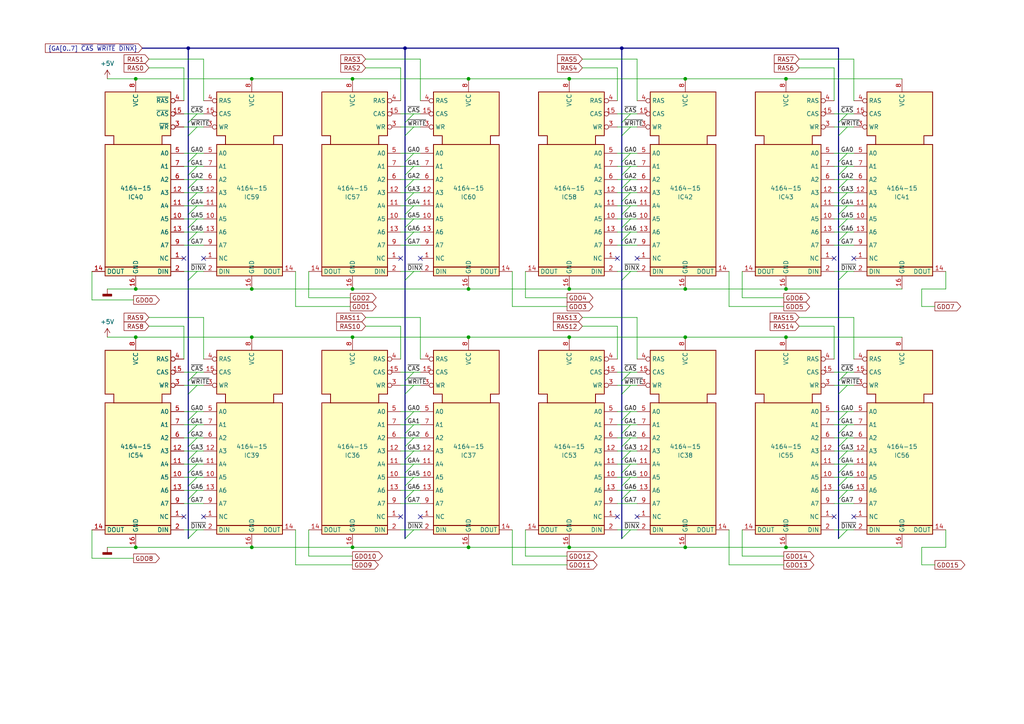
<source format=kicad_sch>
(kicad_sch
	(version 20231120)
	(generator "eeschema")
	(generator_version "8.0")
	(uuid "9db38f9f-835d-48f8-9042-f2a03190f0ca")
	(paper "A4")
	(title_block
		(title "PARTNER GDP: GDP RAM")
		(company "Oddbit Retro")
		(comment 1 "NARISAL: MIHA GRČAR")
		(comment 2 "Pin numbers are all wrong in the original drawing.")
	)
	(lib_symbols
		(symbol "74LS352_1"
			(exclude_from_sim no)
			(in_bom yes)
			(on_board yes)
			(property "Reference" "U1"
				(at 2.1941 33.655 0)
				(effects
					(font
						(size 1.27 1.27)
					)
					(justify left)
				)
			)
			(property "Value" "74LS352"
				(at 2.1941 31.115 0)
				(effects
					(font
						(size 1.27 1.27)
					)
					(justify left)
				)
			)
			(property "Footprint" ""
				(at 0 -8.89 0)
				(effects
					(font
						(size 1.27 1.27)
					)
					(hide yes)
				)
			)
			(property "Datasheet" ""
				(at 0 -8.89 0)
				(effects
					(font
						(size 1.27 1.27)
					)
					(hide yes)
				)
			)
			(property "Description" ""
				(at 0 0 0)
				(effects
					(font
						(size 1.27 1.27)
					)
					(hide yes)
				)
			)
			(symbol "74LS352_1_0_0"
				(rectangle
					(start -10.16 -21.59)
					(end 8.89 -24.13)
					(stroke
						(width 0.254)
						(type default)
					)
					(fill
						(type background)
					)
				)
				(rectangle
					(start -10.16 13.97)
					(end 8.89 -21.59)
					(stroke
						(width 0.254)
						(type default)
					)
					(fill
						(type background)
					)
				)
				(polyline
					(pts
						(xy -7.62 13.97) (xy -7.62 16.51) (xy -10.16 16.51) (xy -10.16 29.21) (xy 8.89 29.21) (xy 8.89 16.51)
						(xy 6.35 16.51) (xy 6.35 13.97) (xy 6.35 13.97)
					)
					(stroke
						(width 0.254)
						(type default)
					)
					(fill
						(type background)
					)
				)
			)
			(symbol "74LS352_1_1_0"
				(pin power_in line
					(at 0 -27.94 90)
					(length 3.81)
					(name "GND"
						(effects
							(font
								(size 1.27 1.27)
							)
						)
					)
					(number "16"
						(effects
							(font
								(size 1.27 1.27)
							)
						)
					)
				)
				(pin power_in line
					(at 0 33.02 270)
					(length 3.81)
					(name "VCC"
						(effects
							(font
								(size 1.27 1.27)
							)
						)
					)
					(number "8"
						(effects
							(font
								(size 1.27 1.27)
							)
						)
					)
				)
			)
			(symbol "74LS352_1_1_1"
				(pin input line
					(at -13.97 -19.05 0)
					(length 3.81)
					(name "NC"
						(effects
							(font
								(size 1.27 1.27)
							)
						)
					)
					(number "1"
						(effects
							(font
								(size 1.27 1.27)
							)
						)
					)
				)
				(pin input line
					(at -13.97 -7.62 0)
					(length 3.81)
					(name "A5"
						(effects
							(font
								(size 1.27 1.27)
							)
						)
					)
					(number "10"
						(effects
							(font
								(size 1.27 1.27)
							)
						)
					)
				)
				(pin input line
					(at -13.97 -3.81 0)
					(length 3.81)
					(name "A4"
						(effects
							(font
								(size 1.27 1.27)
							)
						)
					)
					(number "11"
						(effects
							(font
								(size 1.27 1.27)
							)
						)
					)
				)
				(pin input line
					(at -13.97 0 0)
					(length 3.81)
					(name "A3"
						(effects
							(font
								(size 1.27 1.27)
							)
						)
					)
					(number "12"
						(effects
							(font
								(size 1.27 1.27)
							)
						)
					)
				)
				(pin input line
					(at -13.97 -11.43 0)
					(length 3.81)
					(name "A6"
						(effects
							(font
								(size 1.27 1.27)
							)
						)
					)
					(number "13"
						(effects
							(font
								(size 1.27 1.27)
							)
						)
					)
				)
				(pin output line
					(at 12.7 -22.86 180)
					(length 3.81)
					(name "DOUT"
						(effects
							(font
								(size 1.27 1.27)
							)
						)
					)
					(number "14"
						(effects
							(font
								(size 1.27 1.27)
							)
						)
					)
				)
				(pin input inverted
					(at -13.97 22.86 0)
					(length 3.81)
					(name "CAS"
						(effects
							(font
								(size 1.27 1.27)
							)
						)
					)
					(number "15"
						(effects
							(font
								(size 1.27 1.27)
							)
						)
					)
				)
				(pin input line
					(at -13.97 -22.86 0)
					(length 3.81)
					(name "DIN"
						(effects
							(font
								(size 1.27 1.27)
							)
						)
					)
					(number "2"
						(effects
							(font
								(size 1.27 1.27)
							)
						)
					)
				)
				(pin input inverted
					(at -13.97 19.05 0)
					(length 3.81)
					(name "WR"
						(effects
							(font
								(size 1.27 1.27)
							)
						)
					)
					(number "3"
						(effects
							(font
								(size 1.27 1.27)
							)
						)
					)
				)
				(pin input inverted
					(at -13.97 26.67 0)
					(length 3.81)
					(name "RAS"
						(effects
							(font
								(size 1.27 1.27)
							)
						)
					)
					(number "4"
						(effects
							(font
								(size 1.27 1.27)
							)
						)
					)
				)
				(pin input line
					(at -13.97 11.43 0)
					(length 3.81)
					(name "A0"
						(effects
							(font
								(size 1.27 1.27)
							)
						)
					)
					(number "5"
						(effects
							(font
								(size 1.27 1.27)
							)
						)
					)
				)
				(pin input line
					(at -13.97 3.81 0)
					(length 3.81)
					(name "A2"
						(effects
							(font
								(size 1.27 1.27)
							)
						)
					)
					(number "6"
						(effects
							(font
								(size 1.27 1.27)
							)
						)
					)
				)
				(pin input line
					(at -13.97 7.62 0)
					(length 3.81)
					(name "A1"
						(effects
							(font
								(size 1.27 1.27)
							)
						)
					)
					(number "7"
						(effects
							(font
								(size 1.27 1.27)
							)
						)
					)
				)
				(pin input line
					(at -13.97 -15.24 0)
					(length 3.81)
					(name "A7"
						(effects
							(font
								(size 1.27 1.27)
							)
						)
					)
					(number "9"
						(effects
							(font
								(size 1.27 1.27)
							)
						)
					)
				)
			)
		)
		(symbol "74LS352_2"
			(exclude_from_sim no)
			(in_bom yes)
			(on_board yes)
			(property "Reference" "IC40"
				(at 0 -1.27 0)
				(effects
					(font
						(size 1.27 1.27)
					)
				)
			)
			(property "Value" "4164-15"
				(at 0 1.27 0)
				(effects
					(font
						(size 1.27 1.27)
					)
				)
			)
			(property "Footprint" ""
				(at 0 -8.89 0)
				(effects
					(font
						(size 1.27 1.27)
					)
					(hide yes)
				)
			)
			(property "Datasheet" ""
				(at 0 -8.89 0)
				(effects
					(font
						(size 1.27 1.27)
					)
					(hide yes)
				)
			)
			(property "Description" ""
				(at 0 0 0)
				(effects
					(font
						(size 1.27 1.27)
					)
					(hide yes)
				)
			)
			(symbol "74LS352_2_0_0"
				(rectangle
					(start -10.16 -21.59)
					(end 8.89 -24.13)
					(stroke
						(width 0.254)
						(type default)
					)
					(fill
						(type background)
					)
				)
				(rectangle
					(start -10.16 13.97)
					(end 8.89 -21.59)
					(stroke
						(width 0.254)
						(type default)
					)
					(fill
						(type background)
					)
				)
				(polyline
					(pts
						(xy -7.62 13.97) (xy -7.62 16.51) (xy -10.16 16.51) (xy -10.16 29.21) (xy 8.89 29.21) (xy 8.89 16.51)
						(xy 6.35 16.51) (xy 6.35 13.97) (xy 6.35 13.97)
					)
					(stroke
						(width 0.254)
						(type default)
					)
					(fill
						(type background)
					)
				)
			)
			(symbol "74LS352_2_1_0"
				(pin power_in line
					(at 0 -27.94 90)
					(length 3.81)
					(name "GND"
						(effects
							(font
								(size 1.27 1.27)
							)
						)
					)
					(number "16"
						(effects
							(font
								(size 1.27 1.27)
							)
						)
					)
				)
				(pin power_in line
					(at 0 33.02 270)
					(length 3.81)
					(name "VCC"
						(effects
							(font
								(size 1.27 1.27)
							)
						)
					)
					(number "8"
						(effects
							(font
								(size 1.27 1.27)
							)
						)
					)
				)
			)
			(symbol "74LS352_2_1_1"
				(pin input line
					(at -13.97 -19.05 0)
					(length 3.81)
					(name "NC"
						(effects
							(font
								(size 1.27 1.27)
							)
						)
					)
					(number "1"
						(effects
							(font
								(size 1.27 1.27)
							)
						)
					)
				)
				(pin input line
					(at -13.97 -7.62 0)
					(length 3.81)
					(name "A5"
						(effects
							(font
								(size 1.27 1.27)
							)
						)
					)
					(number "10"
						(effects
							(font
								(size 1.27 1.27)
							)
						)
					)
				)
				(pin input line
					(at -13.97 -3.81 0)
					(length 3.81)
					(name "A4"
						(effects
							(font
								(size 1.27 1.27)
							)
						)
					)
					(number "11"
						(effects
							(font
								(size 1.27 1.27)
							)
						)
					)
				)
				(pin input line
					(at -13.97 0 0)
					(length 3.81)
					(name "A3"
						(effects
							(font
								(size 1.27 1.27)
							)
						)
					)
					(number "12"
						(effects
							(font
								(size 1.27 1.27)
							)
						)
					)
				)
				(pin input line
					(at -13.97 -11.43 0)
					(length 3.81)
					(name "A6"
						(effects
							(font
								(size 1.27 1.27)
							)
						)
					)
					(number "13"
						(effects
							(font
								(size 1.27 1.27)
							)
						)
					)
				)
				(pin output line
					(at 12.7 -22.86 180)
					(length 3.81)
					(name "DOUT"
						(effects
							(font
								(size 1.27 1.27)
							)
						)
					)
					(number "14"
						(effects
							(font
								(size 1.27 1.27)
							)
						)
					)
				)
				(pin input inverted
					(at -13.97 22.86 0)
					(length 3.81)
					(name "~{CAS}"
						(effects
							(font
								(size 1.27 1.27)
							)
						)
					)
					(number "15"
						(effects
							(font
								(size 1.27 1.27)
							)
						)
					)
				)
				(pin input line
					(at -13.97 -22.86 0)
					(length 3.81)
					(name "DIN"
						(effects
							(font
								(size 1.27 1.27)
							)
						)
					)
					(number "2"
						(effects
							(font
								(size 1.27 1.27)
							)
						)
					)
				)
				(pin input inverted
					(at -13.97 19.05 0)
					(length 3.81)
					(name "~{WR}"
						(effects
							(font
								(size 1.27 1.27)
							)
						)
					)
					(number "3"
						(effects
							(font
								(size 1.27 1.27)
							)
						)
					)
				)
				(pin input inverted
					(at -13.97 26.67 0)
					(length 3.81)
					(name "~{RAS}"
						(effects
							(font
								(size 1.27 1.27)
							)
						)
					)
					(number "4"
						(effects
							(font
								(size 1.27 1.27)
							)
						)
					)
				)
				(pin input line
					(at -13.97 11.43 0)
					(length 3.81)
					(name "A0"
						(effects
							(font
								(size 1.27 1.27)
							)
						)
					)
					(number "5"
						(effects
							(font
								(size 1.27 1.27)
							)
						)
					)
				)
				(pin input line
					(at -13.97 3.81 0)
					(length 3.81)
					(name "A2"
						(effects
							(font
								(size 1.27 1.27)
							)
						)
					)
					(number "6"
						(effects
							(font
								(size 1.27 1.27)
							)
						)
					)
				)
				(pin input line
					(at -13.97 7.62 0)
					(length 3.81)
					(name "A1"
						(effects
							(font
								(size 1.27 1.27)
							)
						)
					)
					(number "7"
						(effects
							(font
								(size 1.27 1.27)
							)
						)
					)
				)
				(pin input line
					(at -13.97 -15.24 0)
					(length 3.81)
					(name "A7"
						(effects
							(font
								(size 1.27 1.27)
							)
						)
					)
					(number "9"
						(effects
							(font
								(size 1.27 1.27)
							)
						)
					)
				)
			)
		)
		(symbol "power:+5V"
			(power)
			(pin_names
				(offset 0)
			)
			(exclude_from_sim no)
			(in_bom yes)
			(on_board yes)
			(property "Reference" "#PWR"
				(at 0 -3.81 0)
				(effects
					(font
						(size 1.27 1.27)
					)
					(hide yes)
				)
			)
			(property "Value" "+5V"
				(at 0 3.556 0)
				(effects
					(font
						(size 1.27 1.27)
					)
				)
			)
			(property "Footprint" ""
				(at 0 0 0)
				(effects
					(font
						(size 1.27 1.27)
					)
					(hide yes)
				)
			)
			(property "Datasheet" ""
				(at 0 0 0)
				(effects
					(font
						(size 1.27 1.27)
					)
					(hide yes)
				)
			)
			(property "Description" "Power symbol creates a global label with name \"+5V\""
				(at 0 0 0)
				(effects
					(font
						(size 1.27 1.27)
					)
					(hide yes)
				)
			)
			(property "ki_keywords" "global power"
				(at 0 0 0)
				(effects
					(font
						(size 1.27 1.27)
					)
					(hide yes)
				)
			)
			(symbol "+5V_0_1"
				(polyline
					(pts
						(xy -0.762 1.27) (xy 0 2.54)
					)
					(stroke
						(width 0)
						(type default)
					)
					(fill
						(type none)
					)
				)
				(polyline
					(pts
						(xy 0 0) (xy 0 2.54)
					)
					(stroke
						(width 0)
						(type default)
					)
					(fill
						(type none)
					)
				)
				(polyline
					(pts
						(xy 0 2.54) (xy 0.762 1.27)
					)
					(stroke
						(width 0)
						(type default)
					)
					(fill
						(type none)
					)
				)
			)
			(symbol "+5V_1_1"
				(pin power_in line
					(at 0 0 90)
					(length 0) hide
					(name "+5V"
						(effects
							(font
								(size 1.27 1.27)
							)
						)
					)
					(number "1"
						(effects
							(font
								(size 1.27 1.27)
							)
						)
					)
				)
			)
		)
		(symbol "power:GNDD"
			(power)
			(pin_names
				(offset 0)
			)
			(exclude_from_sim no)
			(in_bom yes)
			(on_board yes)
			(property "Reference" "#PWR"
				(at 0 -6.35 0)
				(effects
					(font
						(size 1.27 1.27)
					)
					(hide yes)
				)
			)
			(property "Value" "GNDD"
				(at 0 -3.175 0)
				(effects
					(font
						(size 1.27 1.27)
					)
				)
			)
			(property "Footprint" ""
				(at 0 0 0)
				(effects
					(font
						(size 1.27 1.27)
					)
					(hide yes)
				)
			)
			(property "Datasheet" ""
				(at 0 0 0)
				(effects
					(font
						(size 1.27 1.27)
					)
					(hide yes)
				)
			)
			(property "Description" "Power symbol creates a global label with name \"GNDD\" , digital ground"
				(at 0 0 0)
				(effects
					(font
						(size 1.27 1.27)
					)
					(hide yes)
				)
			)
			(property "ki_keywords" "global power"
				(at 0 0 0)
				(effects
					(font
						(size 1.27 1.27)
					)
					(hide yes)
				)
			)
			(symbol "GNDD_0_1"
				(rectangle
					(start -1.27 -1.524)
					(end 1.27 -2.032)
					(stroke
						(width 0.254)
						(type default)
					)
					(fill
						(type outline)
					)
				)
				(polyline
					(pts
						(xy 0 0) (xy 0 -1.524)
					)
					(stroke
						(width 0)
						(type default)
					)
					(fill
						(type none)
					)
				)
			)
			(symbol "GNDD_1_1"
				(pin power_in line
					(at 0 0 270)
					(length 0) hide
					(name "GNDD"
						(effects
							(font
								(size 1.27 1.27)
							)
						)
					)
					(number "1"
						(effects
							(font
								(size 1.27 1.27)
							)
						)
					)
				)
			)
		)
	)
	(junction
		(at 117.475 13.97)
		(diameter 0)
		(color 0 0 0 0)
		(uuid "0e2a5490-70f7-4c2f-837d-ca3c82cf52e0")
	)
	(junction
		(at 198.755 97.79)
		(diameter 0)
		(color 0 0 0 0)
		(uuid "21232b52-dc23-4a88-8996-7021f1ed50dc")
	)
	(junction
		(at 39.37 97.79)
		(diameter 0)
		(color 0 0 0 0)
		(uuid "262ab306-5c6e-4bad-9719-745d88e905ea")
	)
	(junction
		(at 227.965 83.82)
		(diameter 0)
		(color 0 0 0 0)
		(uuid "2aff2983-9c62-4aab-95ae-2f2eb9ba337c")
	)
	(junction
		(at 165.1 97.79)
		(diameter 0)
		(color 0 0 0 0)
		(uuid "3031cc34-3490-49b4-9996-126861454b72")
	)
	(junction
		(at 102.235 97.79)
		(diameter 0)
		(color 0 0 0 0)
		(uuid "365159c0-de0b-4907-89a8-4bed93dded77")
	)
	(junction
		(at 73.025 97.79)
		(diameter 0)
		(color 0 0 0 0)
		(uuid "3cdd53ff-d718-4799-99f3-6dd726a2f496")
	)
	(junction
		(at 135.89 158.75)
		(diameter 0)
		(color 0 0 0 0)
		(uuid "3f75d968-7e30-4fba-a036-851390a751ff")
	)
	(junction
		(at 198.755 83.82)
		(diameter 0)
		(color 0 0 0 0)
		(uuid "4a48590c-6097-4e0c-868d-ededebfaba28")
	)
	(junction
		(at 180.34 13.97)
		(diameter 0)
		(color 0 0 0 0)
		(uuid "4c58651b-5229-439a-88d7-e4f8c74e0e1f")
	)
	(junction
		(at 102.235 83.82)
		(diameter 0)
		(color 0 0 0 0)
		(uuid "609e98f5-8aa5-498f-85c6-3ba7e63b665a")
	)
	(junction
		(at 227.965 97.79)
		(diameter 0)
		(color 0 0 0 0)
		(uuid "6f8ebb6d-c2a1-4d9c-a071-65749d8982da")
	)
	(junction
		(at 102.235 22.86)
		(diameter 0)
		(color 0 0 0 0)
		(uuid "7f77af91-e30a-4bb3-bd05-094c86709398")
	)
	(junction
		(at 39.37 158.75)
		(diameter 0)
		(color 0 0 0 0)
		(uuid "9017f380-f29a-451d-b663-26120150c3bf")
	)
	(junction
		(at 135.89 83.82)
		(diameter 0)
		(color 0 0 0 0)
		(uuid "95b03082-18a7-44c8-b5e3-a130e101596b")
	)
	(junction
		(at 135.89 97.79)
		(diameter 0)
		(color 0 0 0 0)
		(uuid "9684e3af-1b66-44b7-8ff7-e85e2a666950")
	)
	(junction
		(at 227.965 22.86)
		(diameter 0)
		(color 0 0 0 0)
		(uuid "9bdb0739-34cf-4c98-b372-bb0fafa1cdab")
	)
	(junction
		(at 102.235 158.75)
		(diameter 0)
		(color 0 0 0 0)
		(uuid "abf1e56f-f455-4e41-b8fe-bdfc7080088f")
	)
	(junction
		(at 165.1 83.82)
		(diameter 0)
		(color 0 0 0 0)
		(uuid "b594c7b1-cbcb-4cd0-9c08-63744612a646")
	)
	(junction
		(at 198.755 22.86)
		(diameter 0)
		(color 0 0 0 0)
		(uuid "b629dabf-8860-48c7-9872-9ef09f442aab")
	)
	(junction
		(at 73.025 22.86)
		(diameter 0)
		(color 0 0 0 0)
		(uuid "b9189f58-5404-4e46-b645-167c073d48e9")
	)
	(junction
		(at 73.025 83.82)
		(diameter 0)
		(color 0 0 0 0)
		(uuid "d0c2595d-ef44-4dbf-85d6-1f5545112d5e")
	)
	(junction
		(at 54.61 13.97)
		(diameter 0)
		(color 0 0 0 0)
		(uuid "d4c3e838-5d8e-4b39-b874-163b5f0a02f3")
	)
	(junction
		(at 227.965 158.75)
		(diameter 0)
		(color 0 0 0 0)
		(uuid "d8613747-9b9a-4e6c-b0a8-91a38b786473")
	)
	(junction
		(at 198.755 158.75)
		(diameter 0)
		(color 0 0 0 0)
		(uuid "e06fbde8-2e15-4188-a620-4d8479a0e49d")
	)
	(junction
		(at 165.1 158.75)
		(diameter 0)
		(color 0 0 0 0)
		(uuid "e143bac7-d407-4dc7-8654-6b099e3c3d5b")
	)
	(junction
		(at 39.37 22.86)
		(diameter 0)
		(color 0 0 0 0)
		(uuid "e8a2c993-4a0d-4e46-a064-d58449d94b07")
	)
	(junction
		(at 135.89 22.86)
		(diameter 0)
		(color 0 0 0 0)
		(uuid "e8ec442a-651b-4f2c-834b-4f7a4c916e57")
	)
	(junction
		(at 39.37 83.82)
		(diameter 0)
		(color 0 0 0 0)
		(uuid "f7ef9f02-0d0d-46f1-abdf-c8d933c64629")
	)
	(junction
		(at 73.025 158.75)
		(diameter 0)
		(color 0 0 0 0)
		(uuid "f8d6ac50-9687-4bda-9cf6-7bbc01482dca")
	)
	(junction
		(at 165.1 22.86)
		(diameter 0)
		(color 0 0 0 0)
		(uuid "ff5209bf-68e4-4e9a-911c-6efe3a911f3c")
	)
	(no_connect
		(at 116.205 74.93)
		(uuid "00c31bd6-3f64-4482-a0ed-d5b97b94226e")
	)
	(no_connect
		(at 53.34 74.93)
		(uuid "0d7876ef-d1c6-4c3a-96f1-4cbc91aaa944")
	)
	(no_connect
		(at 121.92 149.86)
		(uuid "3c71715f-3944-4275-bac5-24e9fc691a29")
	)
	(no_connect
		(at 184.785 74.93)
		(uuid "44a76aa0-ea0e-472b-af34-331a12fec2f4")
	)
	(no_connect
		(at 241.935 74.93)
		(uuid "4c8cd82e-40d7-4234-9b6b-b475314add55")
	)
	(no_connect
		(at 59.055 74.93)
		(uuid "5a6ff71d-de5a-46f8-a565-577cfd8ca80c")
	)
	(no_connect
		(at 59.055 149.86)
		(uuid "750d7951-cfd4-4e48-945e-f6ee2a9c28a3")
	)
	(no_connect
		(at 116.205 149.86)
		(uuid "77dcf87d-39e1-4888-af17-e8760e3c73e2")
	)
	(no_connect
		(at 179.07 149.86)
		(uuid "832af1a3-3e42-4591-92a0-04b053acab3c")
	)
	(no_connect
		(at 241.935 149.86)
		(uuid "904ef6b2-2b11-472f-8932-d4e4d4ff3567")
	)
	(no_connect
		(at 184.785 149.86)
		(uuid "aa6bb050-526b-45a7-be08-5445ef796873")
	)
	(no_connect
		(at 53.34 149.86)
		(uuid "c1503f7d-0558-4354-b8f1-14d6c9e2fe2d")
	)
	(no_connect
		(at 179.07 74.93)
		(uuid "cc852e3f-72c6-4e93-8207-716bb04eb7fc")
	)
	(no_connect
		(at 247.65 149.86)
		(uuid "d3c3767f-e8c7-4616-8032-ee4b6785d090")
	)
	(no_connect
		(at 247.65 74.93)
		(uuid "ea1f3d57-840a-4d4e-bc23-4ecaad2e320b")
	)
	(no_connect
		(at 121.92 74.93)
		(uuid "f9ab656c-2dde-45c5-a5f2-1618f6092b3b")
	)
	(bus_entry
		(at 180.34 156.21)
		(size 2.54 -2.54)
		(stroke
			(width 0)
			(type default)
		)
		(uuid "038f227a-d000-4155-ab4b-31d025a1c33c")
	)
	(bus_entry
		(at 54.61 156.21)
		(size 2.54 -2.54)
		(stroke
			(width 0)
			(type default)
		)
		(uuid "0d96cb51-36d8-4d4d-bf91-bf7146d39d9b")
	)
	(bus_entry
		(at 243.205 114.3)
		(size 2.54 -2.54)
		(stroke
			(width 0)
			(type default)
		)
		(uuid "0e7c113b-4170-4ccf-9e31-136868d00923")
	)
	(bus_entry
		(at 243.205 156.21)
		(size 2.54 -2.54)
		(stroke
			(width 0)
			(type default)
		)
		(uuid "108302ea-08ba-40a2-8952-ceac0e28d2a3")
	)
	(bus_entry
		(at 54.61 58.42)
		(size 2.54 -2.54)
		(stroke
			(width 0)
			(type default)
		)
		(uuid "12f525e6-52d7-4459-a2eb-38309eb8d343")
	)
	(bus_entry
		(at 117.475 81.28)
		(size 2.54 -2.54)
		(stroke
			(width 0)
			(type default)
		)
		(uuid "188601e4-8f51-4a33-b15e-c9699a60b4b9")
	)
	(bus_entry
		(at 117.475 69.85)
		(size 2.54 -2.54)
		(stroke
			(width 0)
			(type default)
		)
		(uuid "1b4a4ae9-9a82-4fd6-ac72-a9254f4a9232")
	)
	(bus_entry
		(at 243.205 125.73)
		(size 2.54 -2.54)
		(stroke
			(width 0)
			(type default)
		)
		(uuid "1ce81bce-c1b1-48a0-bec1-fe1947677b63")
	)
	(bus_entry
		(at 243.205 137.16)
		(size 2.54 -2.54)
		(stroke
			(width 0)
			(type default)
		)
		(uuid "200eef27-192c-4794-8293-befebf7f9e07")
	)
	(bus_entry
		(at 243.205 46.99)
		(size 2.54 -2.54)
		(stroke
			(width 0)
			(type default)
		)
		(uuid "20a74c4b-5fee-4ac6-8b34-d17b01236d3a")
	)
	(bus_entry
		(at 54.61 140.97)
		(size 2.54 -2.54)
		(stroke
			(width 0)
			(type default)
		)
		(uuid "26c4adb3-8b39-4419-af6c-6681d6cc13dd")
	)
	(bus_entry
		(at 180.34 140.97)
		(size 2.54 -2.54)
		(stroke
			(width 0)
			(type default)
		)
		(uuid "292a246a-04a9-4af4-8caf-33b714a98e18")
	)
	(bus_entry
		(at 54.61 114.3)
		(size 2.54 -2.54)
		(stroke
			(width 0)
			(type default)
		)
		(uuid "2e7868b6-2ac2-41a4-963a-f3b57ac92919")
	)
	(bus_entry
		(at 180.34 81.28)
		(size 2.54 -2.54)
		(stroke
			(width 0)
			(type default)
		)
		(uuid "36358821-69e0-4104-bce1-f38d2c4599fe")
	)
	(bus_entry
		(at 117.475 125.73)
		(size 2.54 -2.54)
		(stroke
			(width 0)
			(type default)
		)
		(uuid "37c96ce3-0da9-44ed-ab4f-11aee32c4692")
	)
	(bus_entry
		(at 117.475 39.37)
		(size 2.54 -2.54)
		(stroke
			(width 0)
			(type default)
		)
		(uuid "382e3eb2-5fa8-41c6-ad50-3863a2b02c69")
	)
	(bus_entry
		(at 243.205 144.78)
		(size 2.54 -2.54)
		(stroke
			(width 0)
			(type default)
		)
		(uuid "39018856-0d57-48a1-88c1-711273c45365")
	)
	(bus_entry
		(at 54.61 137.16)
		(size 2.54 -2.54)
		(stroke
			(width 0)
			(type default)
		)
		(uuid "3c37200a-d9d0-4262-a8bb-a7b5df68c8c7")
	)
	(bus_entry
		(at 243.205 62.23)
		(size 2.54 -2.54)
		(stroke
			(width 0)
			(type default)
		)
		(uuid "3d84105d-4b83-4edc-b780-eeda239cdc0d")
	)
	(bus_entry
		(at 54.61 35.56)
		(size 2.54 -2.54)
		(stroke
			(width 0)
			(type default)
		)
		(uuid "3f4e9ea3-3a32-4fbf-ac42-cc8cdd22cc2b")
	)
	(bus_entry
		(at 117.475 110.49)
		(size 2.54 -2.54)
		(stroke
			(width 0)
			(type default)
		)
		(uuid "440edab0-6d93-409e-b0de-6e9695ac7a54")
	)
	(bus_entry
		(at 243.205 58.42)
		(size 2.54 -2.54)
		(stroke
			(width 0)
			(type default)
		)
		(uuid "44dd9c48-59f9-4d51-89b7-e95c9ebfc2c7")
	)
	(bus_entry
		(at 54.61 50.8)
		(size 2.54 -2.54)
		(stroke
			(width 0)
			(type default)
		)
		(uuid "4be2b597-437f-4ee0-b57a-e4971a721be1")
	)
	(bus_entry
		(at 54.61 125.73)
		(size 2.54 -2.54)
		(stroke
			(width 0)
			(type default)
		)
		(uuid "4e075d74-05ca-4232-aaac-3b02252347e1")
	)
	(bus_entry
		(at 180.34 114.3)
		(size 2.54 -2.54)
		(stroke
			(width 0)
			(type default)
		)
		(uuid "4fc12aed-b7c4-4c5e-b1dc-d98d624e459c")
	)
	(bus_entry
		(at 243.205 69.85)
		(size 2.54 -2.54)
		(stroke
			(width 0)
			(type default)
		)
		(uuid "563ad607-a6dd-4969-9c66-997eb5ac3a22")
	)
	(bus_entry
		(at 54.61 144.78)
		(size 2.54 -2.54)
		(stroke
			(width 0)
			(type default)
		)
		(uuid "5a1efd70-f282-48a7-90dc-2517566973a1")
	)
	(bus_entry
		(at 243.205 129.54)
		(size 2.54 -2.54)
		(stroke
			(width 0)
			(type default)
		)
		(uuid "5a3ac909-0ff6-4454-80f9-60033e40b73f")
	)
	(bus_entry
		(at 243.205 54.61)
		(size 2.54 -2.54)
		(stroke
			(width 0)
			(type default)
		)
		(uuid "5d51a113-1290-4e7c-957e-1a8ac353e086")
	)
	(bus_entry
		(at 180.34 35.56)
		(size 2.54 -2.54)
		(stroke
			(width 0)
			(type default)
		)
		(uuid "5f74d3d6-75ae-49a1-aa51-9d4a670c5034")
	)
	(bus_entry
		(at 243.205 39.37)
		(size 2.54 -2.54)
		(stroke
			(width 0)
			(type default)
		)
		(uuid "6254f4be-faa5-4277-b1e9-9a2e20beb230")
	)
	(bus_entry
		(at 117.475 133.35)
		(size 2.54 -2.54)
		(stroke
			(width 0)
			(type default)
		)
		(uuid "6467cf4d-1082-48bc-a70c-9f6fd78f7c77")
	)
	(bus_entry
		(at 180.34 110.49)
		(size 2.54 -2.54)
		(stroke
			(width 0)
			(type default)
		)
		(uuid "6511312e-a005-4fde-883c-8c2447df7df1")
	)
	(bus_entry
		(at 117.475 46.99)
		(size 2.54 -2.54)
		(stroke
			(width 0)
			(type default)
		)
		(uuid "693c3251-729d-461e-9f07-b2f2caff0c06")
	)
	(bus_entry
		(at 180.34 144.78)
		(size 2.54 -2.54)
		(stroke
			(width 0)
			(type default)
		)
		(uuid "6d0c9fd2-3fa0-47db-8c7c-9f03bb5b4205")
	)
	(bus_entry
		(at 54.61 121.92)
		(size 2.54 -2.54)
		(stroke
			(width 0)
			(type default)
		)
		(uuid "6d7783ee-5177-485a-9081-ad02cc40b472")
	)
	(bus_entry
		(at 243.205 110.49)
		(size 2.54 -2.54)
		(stroke
			(width 0)
			(type default)
		)
		(uuid "6eba2e76-113a-43ca-8f59-7d3f3b80c5b6")
	)
	(bus_entry
		(at 54.61 110.49)
		(size 2.54 -2.54)
		(stroke
			(width 0)
			(type default)
		)
		(uuid "76ddce77-1050-4c9e-bdac-8ebb24e4e5a7")
	)
	(bus_entry
		(at 117.475 121.92)
		(size 2.54 -2.54)
		(stroke
			(width 0)
			(type default)
		)
		(uuid "775b4ff3-366a-43e0-9c00-a8188e56f56c")
	)
	(bus_entry
		(at 243.205 66.04)
		(size 2.54 -2.54)
		(stroke
			(width 0)
			(type default)
		)
		(uuid "7b4e48fe-be03-4d7d-9511-99b723be54e7")
	)
	(bus_entry
		(at 180.34 46.99)
		(size 2.54 -2.54)
		(stroke
			(width 0)
			(type default)
		)
		(uuid "7fabe428-5988-4bbf-a08a-0a7fe82fafcc")
	)
	(bus_entry
		(at 54.61 39.37)
		(size 2.54 -2.54)
		(stroke
			(width 0)
			(type default)
		)
		(uuid "8371a7a1-9814-4677-ba01-6292f3972582")
	)
	(bus_entry
		(at 117.475 35.56)
		(size 2.54 -2.54)
		(stroke
			(width 0)
			(type default)
		)
		(uuid "859b9baf-a310-47a0-958a-1f1fe4600987")
	)
	(bus_entry
		(at 54.61 69.85)
		(size 2.54 -2.54)
		(stroke
			(width 0)
			(type default)
		)
		(uuid "85bb7a1a-e52b-4a57-a0ec-1a9753ad863d")
	)
	(bus_entry
		(at 180.34 121.92)
		(size 2.54 -2.54)
		(stroke
			(width 0)
			(type default)
		)
		(uuid "8753da1e-104f-49d3-8bf8-a7a5cb83ab47")
	)
	(bus_entry
		(at 117.475 144.78)
		(size 2.54 -2.54)
		(stroke
			(width 0)
			(type default)
		)
		(uuid "9bb45ebd-43a6-4ffc-9c4c-0fec344c4f23")
	)
	(bus_entry
		(at 243.205 81.28)
		(size 2.54 -2.54)
		(stroke
			(width 0)
			(type default)
		)
		(uuid "9e6590e8-14ee-469a-9dc4-5978594acb92")
	)
	(bus_entry
		(at 180.34 39.37)
		(size 2.54 -2.54)
		(stroke
			(width 0)
			(type default)
		)
		(uuid "9fb87f23-c7c4-46c5-827f-bac6d2fb5f8a")
	)
	(bus_entry
		(at 180.34 54.61)
		(size 2.54 -2.54)
		(stroke
			(width 0)
			(type default)
		)
		(uuid "a0ceab79-ba3c-44b0-a933-35d1353b3255")
	)
	(bus_entry
		(at 180.34 137.16)
		(size 2.54 -2.54)
		(stroke
			(width 0)
			(type default)
		)
		(uuid "a18f447c-cf5a-4639-932e-22309310ca6a")
	)
	(bus_entry
		(at 180.34 133.35)
		(size 2.54 -2.54)
		(stroke
			(width 0)
			(type default)
		)
		(uuid "a2d9a6aa-7a33-46b0-b95e-372b67703779")
	)
	(bus_entry
		(at 54.61 81.28)
		(size 2.54 -2.54)
		(stroke
			(width 0)
			(type default)
		)
		(uuid "b0e83d12-92a2-497c-a2f6-7ddccab61caa")
	)
	(bus_entry
		(at 117.475 58.42)
		(size 2.54 -2.54)
		(stroke
			(width 0)
			(type default)
		)
		(uuid "b38e928a-5a2a-44be-befb-0b7f19868d3e")
	)
	(bus_entry
		(at 117.475 140.97)
		(size 2.54 -2.54)
		(stroke
			(width 0)
			(type default)
		)
		(uuid "b78a4a76-d9f3-4351-b11c-779f1070fa21")
	)
	(bus_entry
		(at 180.34 50.8)
		(size 2.54 -2.54)
		(stroke
			(width 0)
			(type default)
		)
		(uuid "b8415c2e-8e62-4cc2-9b7a-e04bc5cf35f1")
	)
	(bus_entry
		(at 54.61 133.35)
		(size 2.54 -2.54)
		(stroke
			(width 0)
			(type default)
		)
		(uuid "baf647e1-ca5d-4f59-9532-a298ff96eed3")
	)
	(bus_entry
		(at 243.205 50.8)
		(size 2.54 -2.54)
		(stroke
			(width 0)
			(type default)
		)
		(uuid "bc3e2f0c-7f97-4385-bcbf-a869e1c8290f")
	)
	(bus_entry
		(at 243.205 140.97)
		(size 2.54 -2.54)
		(stroke
			(width 0)
			(type default)
		)
		(uuid "bdeeb919-86a9-4643-9a18-7518dd85a7ba")
	)
	(bus_entry
		(at 54.61 129.54)
		(size 2.54 -2.54)
		(stroke
			(width 0)
			(type default)
		)
		(uuid "bf1b3d84-6a05-4c4a-9510-46fc1ba9ae56")
	)
	(bus_entry
		(at 54.61 62.23)
		(size 2.54 -2.54)
		(stroke
			(width 0)
			(type default)
		)
		(uuid "c788ac67-2510-4c35-821c-163f9ca0500a")
	)
	(bus_entry
		(at 54.61 54.61)
		(size 2.54 -2.54)
		(stroke
			(width 0)
			(type default)
		)
		(uuid "c9564e02-748f-426a-bde7-d2ea980350a4")
	)
	(bus_entry
		(at 117.475 62.23)
		(size 2.54 -2.54)
		(stroke
			(width 0)
			(type default)
		)
		(uuid "cb611170-bd38-4b94-9a92-405bd5f4ae62")
	)
	(bus_entry
		(at 180.34 62.23)
		(size 2.54 -2.54)
		(stroke
			(width 0)
			(type default)
		)
		(uuid "ce93d335-ee49-4dd1-a7b9-02eff3a31841")
	)
	(bus_entry
		(at 243.205 121.92)
		(size 2.54 -2.54)
		(stroke
			(width 0)
			(type default)
		)
		(uuid "d16ceeb7-5c40-4f92-b691-bda1e670ca08")
	)
	(bus_entry
		(at 243.205 133.35)
		(size 2.54 -2.54)
		(stroke
			(width 0)
			(type default)
		)
		(uuid "d3646e2d-1c42-4f6d-a5d4-2800eae65934")
	)
	(bus_entry
		(at 117.475 66.04)
		(size 2.54 -2.54)
		(stroke
			(width 0)
			(type default)
		)
		(uuid "d3eff82f-df20-4073-b024-969456454d1e")
	)
	(bus_entry
		(at 180.34 69.85)
		(size 2.54 -2.54)
		(stroke
			(width 0)
			(type default)
		)
		(uuid "da588577-3ab6-47c8-affc-021810839748")
	)
	(bus_entry
		(at 54.61 66.04)
		(size 2.54 -2.54)
		(stroke
			(width 0)
			(type default)
		)
		(uuid "dad62a6c-92fc-4cb8-8e46-41d2f05c4fad")
	)
	(bus_entry
		(at 117.475 114.3)
		(size 2.54 -2.54)
		(stroke
			(width 0)
			(type default)
		)
		(uuid "e0204f40-2bce-4623-9a09-357e78935210")
	)
	(bus_entry
		(at 180.34 125.73)
		(size 2.54 -2.54)
		(stroke
			(width 0)
			(type default)
		)
		(uuid "e3c802a5-8374-4331-b19e-cd22966eec93")
	)
	(bus_entry
		(at 117.475 54.61)
		(size 2.54 -2.54)
		(stroke
			(width 0)
			(type default)
		)
		(uuid "e6aeacef-725e-4ec3-a967-a3e56ea6f2d0")
	)
	(bus_entry
		(at 117.475 50.8)
		(size 2.54 -2.54)
		(stroke
			(width 0)
			(type default)
		)
		(uuid "e7b95185-d948-4498-8f28-078eefac2a49")
	)
	(bus_entry
		(at 243.205 35.56)
		(size 2.54 -2.54)
		(stroke
			(width 0)
			(type default)
		)
		(uuid "eb17a58f-ad91-4379-a00e-34d5650fea0b")
	)
	(bus_entry
		(at 117.475 129.54)
		(size 2.54 -2.54)
		(stroke
			(width 0)
			(type default)
		)
		(uuid "ec0c8282-b016-41c1-b056-17add7f97bed")
	)
	(bus_entry
		(at 117.475 137.16)
		(size 2.54 -2.54)
		(stroke
			(width 0)
			(type default)
		)
		(uuid "f0277fb5-0407-4cf3-8f89-fd88a7e4a9ac")
	)
	(bus_entry
		(at 117.475 156.21)
		(size 2.54 -2.54)
		(stroke
			(width 0)
			(type default)
		)
		(uuid "f075d1a9-2570-4ff5-88f4-62007d2eb167")
	)
	(bus_entry
		(at 54.61 46.99)
		(size 2.54 -2.54)
		(stroke
			(width 0)
			(type default)
		)
		(uuid "f23a8176-9b79-4090-8b40-f86c145b3a7c")
	)
	(bus_entry
		(at 180.34 129.54)
		(size 2.54 -2.54)
		(stroke
			(width 0)
			(type default)
		)
		(uuid "fc318d55-2003-4621-8968-29c533e9718b")
	)
	(bus_entry
		(at 180.34 58.42)
		(size 2.54 -2.54)
		(stroke
			(width 0)
			(type default)
		)
		(uuid "fc32fd67-2895-4c4f-a2df-bfbecf34dc20")
	)
	(bus_entry
		(at 180.34 66.04)
		(size 2.54 -2.54)
		(stroke
			(width 0)
			(type default)
		)
		(uuid "fff0c3b3-debb-48c4-bfca-49dffbdbc222")
	)
	(wire
		(pts
			(xy 121.92 104.14) (xy 121.92 92.075)
		)
		(stroke
			(width 0)
			(type default)
		)
		(uuid "00a9acea-728f-4eb8-bc72-7e7b43564589")
	)
	(wire
		(pts
			(xy 182.88 130.81) (xy 184.785 130.81)
		)
		(stroke
			(width 0)
			(type default)
		)
		(uuid "01135c65-981d-464c-b19a-711b0effbbf6")
	)
	(wire
		(pts
			(xy 179.07 146.05) (xy 184.785 146.05)
		)
		(stroke
			(width 0)
			(type default)
		)
		(uuid "01cb913f-e960-4069-8bc7-4b8760578c62")
	)
	(wire
		(pts
			(xy 148.59 88.9) (xy 164.465 88.9)
		)
		(stroke
			(width 0)
			(type default)
		)
		(uuid "03d09093-0a54-43a6-b388-0ece2e9a97c9")
	)
	(wire
		(pts
			(xy 245.745 55.88) (xy 247.65 55.88)
		)
		(stroke
			(width 0)
			(type default)
		)
		(uuid "04641bdd-bf69-4b5d-847d-630c133ced91")
	)
	(bus
		(pts
			(xy 243.205 62.23) (xy 243.205 66.04)
		)
		(stroke
			(width 0)
			(type default)
		)
		(uuid "05639d62-9b4a-4b66-9dd7-6f0878cbd067")
	)
	(bus
		(pts
			(xy 243.205 58.42) (xy 243.205 62.23)
		)
		(stroke
			(width 0)
			(type default)
		)
		(uuid "05b8ce87-9f9b-49fd-9e0f-59c2b114f484")
	)
	(bus
		(pts
			(xy 180.34 125.73) (xy 180.34 129.54)
		)
		(stroke
			(width 0)
			(type default)
		)
		(uuid "06a00585-da06-472d-85b4-2d62d6411c99")
	)
	(wire
		(pts
			(xy 152.4 86.36) (xy 164.465 86.36)
		)
		(stroke
			(width 0)
			(type default)
		)
		(uuid "06a195e2-d8f7-4217-b94c-d6413456c6d7")
	)
	(wire
		(pts
			(xy 57.15 142.24) (xy 59.055 142.24)
		)
		(stroke
			(width 0)
			(type default)
		)
		(uuid "07919fba-d3dc-4841-a537-cabe780582c5")
	)
	(bus
		(pts
			(xy 180.34 66.04) (xy 180.34 69.85)
		)
		(stroke
			(width 0)
			(type default)
		)
		(uuid "0794f2f8-6322-435f-a06d-c3384dd9aba4")
	)
	(wire
		(pts
			(xy 182.88 63.5) (xy 184.785 63.5)
		)
		(stroke
			(width 0)
			(type default)
		)
		(uuid "0871c3a1-f5e3-4986-8d91-af8981498852")
	)
	(wire
		(pts
			(xy 179.07 59.69) (xy 182.88 59.69)
		)
		(stroke
			(width 0)
			(type default)
		)
		(uuid "09361617-6c6a-41db-af5a-d237baaf1787")
	)
	(bus
		(pts
			(xy 180.34 58.42) (xy 180.34 62.23)
		)
		(stroke
			(width 0)
			(type default)
		)
		(uuid "09fa41d8-4102-49a0-8640-bdf08db96366")
	)
	(wire
		(pts
			(xy 53.34 130.81) (xy 57.15 130.81)
		)
		(stroke
			(width 0)
			(type default)
		)
		(uuid "0a035a7d-d8fb-4bb9-94b2-986f7a30d8fb")
	)
	(bus
		(pts
			(xy 117.475 50.8) (xy 117.475 54.61)
		)
		(stroke
			(width 0)
			(type default)
		)
		(uuid "0aa69c32-9b0d-48be-be33-f7a9621c473a")
	)
	(wire
		(pts
			(xy 53.34 111.76) (xy 57.15 111.76)
		)
		(stroke
			(width 0)
			(type default)
		)
		(uuid "0b6ea670-9dff-4a31-b404-3692b487dbe0")
	)
	(wire
		(pts
			(xy 182.88 67.31) (xy 184.785 67.31)
		)
		(stroke
			(width 0)
			(type default)
		)
		(uuid "0d1cf9ae-79d0-4331-901f-fe0f8e0532dd")
	)
	(bus
		(pts
			(xy 180.34 110.49) (xy 180.34 114.3)
		)
		(stroke
			(width 0)
			(type default)
		)
		(uuid "0e407765-63a0-42f9-b483-669e87fcece4")
	)
	(wire
		(pts
			(xy 116.205 33.02) (xy 120.015 33.02)
		)
		(stroke
			(width 0)
			(type default)
		)
		(uuid "0e933da6-74a7-428e-9353-654565b01723")
	)
	(bus
		(pts
			(xy 180.34 121.92) (xy 180.34 125.73)
		)
		(stroke
			(width 0)
			(type default)
		)
		(uuid "0f01cc0e-904c-4cdd-b956-302cc9b05d50")
	)
	(wire
		(pts
			(xy 182.88 127) (xy 184.785 127)
		)
		(stroke
			(width 0)
			(type default)
		)
		(uuid "0f01e413-51bd-43f1-9cf8-bff13f43a8e6")
	)
	(bus
		(pts
			(xy 117.475 39.37) (xy 117.475 46.99)
		)
		(stroke
			(width 0)
			(type default)
		)
		(uuid "0fbff3fc-f5f7-4e3d-9fee-80f44f6db2d0")
	)
	(bus
		(pts
			(xy 117.475 69.85) (xy 117.475 81.28)
		)
		(stroke
			(width 0)
			(type default)
		)
		(uuid "11a16e52-16ca-46f4-b41c-78bd3e851305")
	)
	(wire
		(pts
			(xy 116.205 142.24) (xy 120.015 142.24)
		)
		(stroke
			(width 0)
			(type default)
		)
		(uuid "1269acf1-d1c7-446a-a088-7409f568d6d6")
	)
	(wire
		(pts
			(xy 198.755 83.82) (xy 227.965 83.82)
		)
		(stroke
			(width 0)
			(type default)
		)
		(uuid "12c261d0-cc71-493b-aa1b-309649378340")
	)
	(wire
		(pts
			(xy 116.205 104.14) (xy 116.205 94.615)
		)
		(stroke
			(width 0)
			(type default)
		)
		(uuid "1363d274-d4ad-4d14-8f09-2badef3b6986")
	)
	(wire
		(pts
			(xy 179.07 63.5) (xy 182.88 63.5)
		)
		(stroke
			(width 0)
			(type default)
		)
		(uuid "13f57a8a-c8f2-4224-b832-90424dd682bb")
	)
	(wire
		(pts
			(xy 245.745 44.45) (xy 247.65 44.45)
		)
		(stroke
			(width 0)
			(type default)
		)
		(uuid "144af5ff-a84b-4bc6-8aae-00a5e2de2a76")
	)
	(bus
		(pts
			(xy 117.475 46.99) (xy 117.475 50.8)
		)
		(stroke
			(width 0)
			(type default)
		)
		(uuid "15092b0d-d1e6-49fe-b683-9d18c2f9681b")
	)
	(wire
		(pts
			(xy 120.015 55.88) (xy 121.92 55.88)
		)
		(stroke
			(width 0)
			(type default)
		)
		(uuid "153844fa-0dd9-4183-b113-6c4c307e21b1")
	)
	(wire
		(pts
			(xy 211.455 153.67) (xy 211.455 163.83)
		)
		(stroke
			(width 0)
			(type default)
		)
		(uuid "159421e4-0bab-42e4-9580-c8d5790ea793")
	)
	(wire
		(pts
			(xy 73.025 158.75) (xy 102.235 158.75)
		)
		(stroke
			(width 0)
			(type default)
		)
		(uuid "17cec4f2-dd3c-41f4-a86f-814129a7c740")
	)
	(wire
		(pts
			(xy 57.15 67.31) (xy 59.055 67.31)
		)
		(stroke
			(width 0)
			(type default)
		)
		(uuid "18002295-bfe0-4fa2-8760-87a0832b1b61")
	)
	(wire
		(pts
			(xy 241.935 134.62) (xy 245.745 134.62)
		)
		(stroke
			(width 0)
			(type default)
		)
		(uuid "18350b1a-43b0-4f23-9a9c-66a6b1a5c571")
	)
	(wire
		(pts
			(xy 179.07 104.14) (xy 179.07 94.615)
		)
		(stroke
			(width 0)
			(type default)
		)
		(uuid "184c9f2a-233f-4b5f-b75d-7af2b8c13367")
	)
	(wire
		(pts
			(xy 241.935 55.88) (xy 245.745 55.88)
		)
		(stroke
			(width 0)
			(type default)
		)
		(uuid "1883a36d-14a8-448a-8c0e-203601f3ec71")
	)
	(wire
		(pts
			(xy 241.935 104.14) (xy 241.935 94.615)
		)
		(stroke
			(width 0)
			(type default)
		)
		(uuid "1a1398c5-b2a0-4fe7-bfc8-d975fabd7cc4")
	)
	(wire
		(pts
			(xy 53.34 146.05) (xy 59.055 146.05)
		)
		(stroke
			(width 0)
			(type default)
		)
		(uuid "1a54d4b7-1a2f-4596-adb2-a6eb7fbfeb3d")
	)
	(wire
		(pts
			(xy 89.535 153.67) (xy 89.535 161.29)
		)
		(stroke
			(width 0)
			(type default)
		)
		(uuid "1a84860e-da83-4b56-a29a-ae2284e07d5a")
	)
	(bus
		(pts
			(xy 243.205 39.37) (xy 243.205 46.99)
		)
		(stroke
			(width 0)
			(type default)
		)
		(uuid "1cdff940-0750-42c4-b9ee-d539a47574b3")
	)
	(bus
		(pts
			(xy 243.205 50.8) (xy 243.205 54.61)
		)
		(stroke
			(width 0)
			(type default)
		)
		(uuid "1dcd9107-e662-4524-b081-fd3236ddd2e2")
	)
	(wire
		(pts
			(xy 73.025 22.86) (xy 39.37 22.86)
		)
		(stroke
			(width 0)
			(type default)
		)
		(uuid "1deab077-a456-4772-abe6-15ec54a4fe50")
	)
	(wire
		(pts
			(xy 85.725 88.9) (xy 101.6 88.9)
		)
		(stroke
			(width 0)
			(type default)
		)
		(uuid "1ef025b3-43e8-4710-8f43-bd4e6aada7c6")
	)
	(wire
		(pts
			(xy 116.205 107.95) (xy 120.015 107.95)
		)
		(stroke
			(width 0)
			(type default)
		)
		(uuid "1f80f89a-73a9-4961-926c-81a874caf11a")
	)
	(wire
		(pts
			(xy 106.045 19.685) (xy 116.205 19.685)
		)
		(stroke
			(width 0)
			(type default)
		)
		(uuid "1fada01b-03d5-4cec-9153-fe1bee0af780")
	)
	(wire
		(pts
			(xy 26.67 78.74) (xy 26.67 86.995)
		)
		(stroke
			(width 0)
			(type default)
		)
		(uuid "2012cef5-5076-4b26-86e2-1d059a02cc7f")
	)
	(wire
		(pts
			(xy 135.89 22.86) (xy 102.235 22.86)
		)
		(stroke
			(width 0)
			(type default)
		)
		(uuid "212f6934-250b-49b3-9373-f65b9c136271")
	)
	(wire
		(pts
			(xy 182.88 142.24) (xy 184.785 142.24)
		)
		(stroke
			(width 0)
			(type default)
		)
		(uuid "21d6bedf-73a7-4656-9e0a-5282d3c0e53a")
	)
	(wire
		(pts
			(xy 120.015 52.07) (xy 121.92 52.07)
		)
		(stroke
			(width 0)
			(type default)
		)
		(uuid "2354389d-2809-4ec0-9409-b8df237bb7b6")
	)
	(wire
		(pts
			(xy 241.935 59.69) (xy 245.745 59.69)
		)
		(stroke
			(width 0)
			(type default)
		)
		(uuid "23654278-292e-42ac-8fb6-bf7cd9eaa131")
	)
	(wire
		(pts
			(xy 152.4 161.29) (xy 164.465 161.29)
		)
		(stroke
			(width 0)
			(type default)
		)
		(uuid "2401dd75-017c-41bf-b750-ba9d6330cdc3")
	)
	(bus
		(pts
			(xy 117.475 129.54) (xy 117.475 133.35)
		)
		(stroke
			(width 0)
			(type default)
		)
		(uuid "24e056a1-90a6-4ea1-9ce1-c63b0e2125bb")
	)
	(wire
		(pts
			(xy 245.745 59.69) (xy 247.65 59.69)
		)
		(stroke
			(width 0)
			(type default)
		)
		(uuid "28d95a16-2756-4b92-869f-d328b88ac063")
	)
	(bus
		(pts
			(xy 180.34 69.85) (xy 180.34 81.28)
		)
		(stroke
			(width 0)
			(type default)
		)
		(uuid "294cbc99-c1cd-433e-9d53-a7b7c7299bcc")
	)
	(wire
		(pts
			(xy 182.88 59.69) (xy 184.785 59.69)
		)
		(stroke
			(width 0)
			(type default)
		)
		(uuid "2b56dfaa-386b-4f2a-9837-5dbebcddc8d3")
	)
	(wire
		(pts
			(xy 231.775 94.615) (xy 241.935 94.615)
		)
		(stroke
			(width 0)
			(type default)
		)
		(uuid "2bfa7218-8135-4735-8a2c-bab1e1d2cf3d")
	)
	(wire
		(pts
			(xy 39.37 83.82) (xy 31.115 83.82)
		)
		(stroke
			(width 0)
			(type default)
		)
		(uuid "2c6ea29d-a91e-4b42-8d18-aa8834a5dc55")
	)
	(wire
		(pts
			(xy 43.18 94.615) (xy 53.34 94.615)
		)
		(stroke
			(width 0)
			(type default)
		)
		(uuid "2c71dd89-76e5-47b7-9bc9-a0b0a4c3b90c")
	)
	(wire
		(pts
			(xy 211.455 78.74) (xy 211.455 88.9)
		)
		(stroke
			(width 0)
			(type default)
		)
		(uuid "2d021087-c521-45d8-a68e-7ae4552a7068")
	)
	(wire
		(pts
			(xy 39.37 22.86) (xy 31.115 22.86)
		)
		(stroke
			(width 0)
			(type default)
		)
		(uuid "2e7b9af6-f900-4391-a9d9-446c7843f18d")
	)
	(bus
		(pts
			(xy 117.475 66.04) (xy 117.475 69.85)
		)
		(stroke
			(width 0)
			(type default)
		)
		(uuid "2ed4f9df-826a-4d57-aa63-ed9b878840b5")
	)
	(wire
		(pts
			(xy 165.1 158.75) (xy 198.755 158.75)
		)
		(stroke
			(width 0)
			(type default)
		)
		(uuid "2f3892b4-5369-4801-83df-0815c049790c")
	)
	(bus
		(pts
			(xy 54.61 35.56) (xy 54.61 39.37)
		)
		(stroke
			(width 0)
			(type default)
		)
		(uuid "2f7cb96a-80a1-4c5a-9e70-854126fa9495")
	)
	(wire
		(pts
			(xy 106.045 17.145) (xy 121.92 17.145)
		)
		(stroke
			(width 0)
			(type default)
		)
		(uuid "2fdbf89d-01e7-4387-a6ff-1e0b4b7ac2e8")
	)
	(wire
		(pts
			(xy 198.755 97.79) (xy 227.965 97.79)
		)
		(stroke
			(width 0)
			(type default)
		)
		(uuid "3108bdeb-31ca-4bf0-9f22-e94e45820d1d")
	)
	(bus
		(pts
			(xy 243.205 121.92) (xy 243.205 125.73)
		)
		(stroke
			(width 0)
			(type default)
		)
		(uuid "3196c35c-97d2-4553-8d4f-66b72e831d96")
	)
	(wire
		(pts
			(xy 116.205 44.45) (xy 120.015 44.45)
		)
		(stroke
			(width 0)
			(type default)
		)
		(uuid "31bb1567-7729-443b-8064-83d15e8a55b3")
	)
	(wire
		(pts
			(xy 57.15 153.67) (xy 59.055 153.67)
		)
		(stroke
			(width 0)
			(type default)
		)
		(uuid "31c3119c-ecae-4fef-9e3f-993d19cc62fa")
	)
	(wire
		(pts
			(xy 53.34 138.43) (xy 57.15 138.43)
		)
		(stroke
			(width 0)
			(type default)
		)
		(uuid "32bb3c85-b78b-44c0-8885-4b57b9fbcc56")
	)
	(wire
		(pts
			(xy 182.88 44.45) (xy 184.785 44.45)
		)
		(stroke
			(width 0)
			(type default)
		)
		(uuid "336d9da4-3c7f-4207-a89e-62ef95266883")
	)
	(wire
		(pts
			(xy 120.015 142.24) (xy 121.92 142.24)
		)
		(stroke
			(width 0)
			(type default)
		)
		(uuid "3389d571-967a-4b23-9f81-29d3542f2ee1")
	)
	(bus
		(pts
			(xy 243.205 81.28) (xy 243.205 110.49)
		)
		(stroke
			(width 0)
			(type default)
		)
		(uuid "352d7f16-85ad-4cde-a64d-fa05750b1139")
	)
	(wire
		(pts
			(xy 168.91 92.075) (xy 184.785 92.075)
		)
		(stroke
			(width 0)
			(type default)
		)
		(uuid "356b4e80-5b37-4b40-935a-ea2b5aa9576e")
	)
	(wire
		(pts
			(xy 53.34 67.31) (xy 57.15 67.31)
		)
		(stroke
			(width 0)
			(type default)
		)
		(uuid "362353cd-af9a-4bb5-ba9f-7e6d87ec6bd9")
	)
	(wire
		(pts
			(xy 267.335 83.82) (xy 267.335 88.9)
		)
		(stroke
			(width 0)
			(type default)
		)
		(uuid "363ceeef-9e4f-438f-acf2-6bb53cdad436")
	)
	(wire
		(pts
			(xy 39.37 158.75) (xy 73.025 158.75)
		)
		(stroke
			(width 0)
			(type default)
		)
		(uuid "393600cf-fa66-4a9c-a742-37ee9c9391db")
	)
	(wire
		(pts
			(xy 179.07 71.12) (xy 184.785 71.12)
		)
		(stroke
			(width 0)
			(type default)
		)
		(uuid "3affe8fd-ab44-4fa7-9b03-0b04406b014d")
	)
	(wire
		(pts
			(xy 148.59 153.67) (xy 148.59 163.83)
		)
		(stroke
			(width 0)
			(type default)
		)
		(uuid "3bb0b90c-01d0-470e-910b-e2368120a9ab")
	)
	(bus
		(pts
			(xy 180.34 39.37) (xy 180.34 46.99)
		)
		(stroke
			(width 0)
			(type default)
		)
		(uuid "3bb7394a-2cea-4f50-9c4b-9d8116807332")
	)
	(bus
		(pts
			(xy 117.475 13.97) (xy 180.34 13.97)
		)
		(stroke
			(width 0)
			(type default)
		)
		(uuid "3cc99137-5120-4a2d-96c8-340467d36f40")
	)
	(wire
		(pts
			(xy 26.67 153.67) (xy 26.67 161.925)
		)
		(stroke
			(width 0)
			(type default)
		)
		(uuid "3d0b8323-088e-4ea1-a373-37d742180b75")
	)
	(wire
		(pts
			(xy 135.89 97.79) (xy 165.1 97.79)
		)
		(stroke
			(width 0)
			(type default)
		)
		(uuid "3dd82766-528a-45de-b818-55d868ff4222")
	)
	(wire
		(pts
			(xy 120.015 67.31) (xy 121.92 67.31)
		)
		(stroke
			(width 0)
			(type default)
		)
		(uuid "3e0f6c59-1392-4713-b364-4453a632532a")
	)
	(wire
		(pts
			(xy 241.935 107.95) (xy 245.745 107.95)
		)
		(stroke
			(width 0)
			(type default)
		)
		(uuid "3ef30fa4-4fba-4452-a873-2902ada535ea")
	)
	(wire
		(pts
			(xy 211.455 88.9) (xy 227.33 88.9)
		)
		(stroke
			(width 0)
			(type default)
		)
		(uuid "3f57ac42-7e90-47f5-92d6-b39efadcce1d")
	)
	(bus
		(pts
			(xy 54.61 125.73) (xy 54.61 129.54)
		)
		(stroke
			(width 0)
			(type default)
		)
		(uuid "400c0710-620e-4ff0-9295-5b65909fcf2c")
	)
	(wire
		(pts
			(xy 102.235 158.75) (xy 135.89 158.75)
		)
		(stroke
			(width 0)
			(type default)
		)
		(uuid "4236c12c-8a13-495c-8eb3-3c5c417dddc4")
	)
	(wire
		(pts
			(xy 116.205 127) (xy 120.015 127)
		)
		(stroke
			(width 0)
			(type default)
		)
		(uuid "4239b065-a24a-48c1-8d72-7020f6f73de1")
	)
	(wire
		(pts
			(xy 245.745 52.07) (xy 247.65 52.07)
		)
		(stroke
			(width 0)
			(type default)
		)
		(uuid "4300477d-5826-409f-9d3e-f46bbc026c54")
	)
	(wire
		(pts
			(xy 182.88 33.02) (xy 184.785 33.02)
		)
		(stroke
			(width 0)
			(type default)
		)
		(uuid "4340b67b-c579-4fe6-a382-6b1738bc6c92")
	)
	(wire
		(pts
			(xy 120.015 111.76) (xy 121.92 111.76)
		)
		(stroke
			(width 0)
			(type default)
		)
		(uuid "442c33d9-ddec-4511-bcdb-e6606557e6a1")
	)
	(wire
		(pts
			(xy 182.88 138.43) (xy 184.785 138.43)
		)
		(stroke
			(width 0)
			(type default)
		)
		(uuid "445e1315-d0b4-4bf5-9c3a-70b87315e8a0")
	)
	(wire
		(pts
			(xy 85.725 163.83) (xy 102.235 163.83)
		)
		(stroke
			(width 0)
			(type default)
		)
		(uuid "44c1b104-f94c-456c-bba4-1c58fb6f66e1")
	)
	(wire
		(pts
			(xy 245.745 130.81) (xy 247.65 130.81)
		)
		(stroke
			(width 0)
			(type default)
		)
		(uuid "44dbd48c-687d-4635-a856-9a0d90f94715")
	)
	(wire
		(pts
			(xy 182.88 48.26) (xy 184.785 48.26)
		)
		(stroke
			(width 0)
			(type default)
		)
		(uuid "454ca8bb-1261-4de5-a229-350db14822ed")
	)
	(bus
		(pts
			(xy 243.205 144.78) (xy 243.205 156.21)
		)
		(stroke
			(width 0)
			(type default)
		)
		(uuid "455f3489-113b-4d9b-ba02-a1e55ed8bf49")
	)
	(bus
		(pts
			(xy 117.475 58.42) (xy 117.475 62.23)
		)
		(stroke
			(width 0)
			(type default)
		)
		(uuid "45e30be8-a9b3-4554-b0a5-2eb59490a196")
	)
	(wire
		(pts
			(xy 241.935 138.43) (xy 245.745 138.43)
		)
		(stroke
			(width 0)
			(type default)
		)
		(uuid "47460ca8-b904-49ff-9407-9350868cfae7")
	)
	(wire
		(pts
			(xy 57.15 52.07) (xy 59.055 52.07)
		)
		(stroke
			(width 0)
			(type default)
		)
		(uuid "47879218-18ea-4a8f-ba2d-577ede9d19b6")
	)
	(wire
		(pts
			(xy 116.205 71.12) (xy 121.92 71.12)
		)
		(stroke
			(width 0)
			(type default)
		)
		(uuid "47aaa1ff-90ce-425c-91dc-a3f4b2982a93")
	)
	(wire
		(pts
			(xy 43.18 17.145) (xy 59.055 17.145)
		)
		(stroke
			(width 0)
			(type default)
		)
		(uuid "488c0141-a159-41b9-9a7c-04f203715780")
	)
	(bus
		(pts
			(xy 180.34 81.28) (xy 180.34 110.49)
		)
		(stroke
			(width 0)
			(type default)
		)
		(uuid "490fd7ad-99d3-4506-a015-f617c062d60a")
	)
	(wire
		(pts
			(xy 39.37 97.79) (xy 31.115 97.79)
		)
		(stroke
			(width 0)
			(type default)
		)
		(uuid "492baf8b-911f-4ff5-b4d8-c195e8cb77c0")
	)
	(bus
		(pts
			(xy 180.34 144.78) (xy 180.34 156.21)
		)
		(stroke
			(width 0)
			(type default)
		)
		(uuid "492c143b-9768-4030-9776-f35173e383e7")
	)
	(wire
		(pts
			(xy 120.015 48.26) (xy 121.92 48.26)
		)
		(stroke
			(width 0)
			(type default)
		)
		(uuid "4a2d27ec-6787-4d5a-8ca1-dabc0687b932")
	)
	(wire
		(pts
			(xy 57.15 138.43) (xy 59.055 138.43)
		)
		(stroke
			(width 0)
			(type default)
		)
		(uuid "4b72f313-7bb7-4929-8971-8f22d912cb17")
	)
	(wire
		(pts
			(xy 39.37 158.75) (xy 31.115 158.75)
		)
		(stroke
			(width 0)
			(type default)
		)
		(uuid "4c7acb0b-76c6-4784-a990-0c20f3cc76dc")
	)
	(wire
		(pts
			(xy 245.745 36.83) (xy 247.65 36.83)
		)
		(stroke
			(width 0)
			(type default)
		)
		(uuid "4d8f0974-ee43-4b99-afb6-e20533cafba8")
	)
	(bus
		(pts
			(xy 54.61 121.92) (xy 54.61 125.73)
		)
		(stroke
			(width 0)
			(type default)
		)
		(uuid "4ee93a42-61bb-4a34-b2a0-c66f8b8e770e")
	)
	(wire
		(pts
			(xy 57.15 33.02) (xy 59.055 33.02)
		)
		(stroke
			(width 0)
			(type default)
		)
		(uuid "501b4473-1878-42f0-8249-a32d384e35ce")
	)
	(wire
		(pts
			(xy 241.935 36.83) (xy 245.745 36.83)
		)
		(stroke
			(width 0)
			(type default)
		)
		(uuid "50d5c4e1-58e3-49f0-b621-e3eb5bf3b0ab")
	)
	(bus
		(pts
			(xy 54.61 140.97) (xy 54.61 144.78)
		)
		(stroke
			(width 0)
			(type default)
		)
		(uuid "527664bc-5b8f-467b-bba2-5b90d7372706")
	)
	(wire
		(pts
			(xy 179.07 107.95) (xy 182.88 107.95)
		)
		(stroke
			(width 0)
			(type default)
		)
		(uuid "529f27e9-c046-4e10-b695-aefb01bb7ce9")
	)
	(wire
		(pts
			(xy 116.205 153.67) (xy 120.015 153.67)
		)
		(stroke
			(width 0)
			(type default)
		)
		(uuid "536ddff0-5c24-410b-93e8-b1e7264202c5")
	)
	(wire
		(pts
			(xy 57.15 107.95) (xy 59.055 107.95)
		)
		(stroke
			(width 0)
			(type default)
		)
		(uuid "538c23da-9c5d-43a4-bc23-904d40eb330e")
	)
	(wire
		(pts
			(xy 267.335 88.9) (xy 271.145 88.9)
		)
		(stroke
			(width 0)
			(type default)
		)
		(uuid "55413f35-2f97-400e-a3d6-959a5a04f387")
	)
	(bus
		(pts
			(xy 117.475 13.97) (xy 117.475 35.56)
		)
		(stroke
			(width 0)
			(type default)
		)
		(uuid "5654a956-c2a5-4630-a9fc-61396c6d9a96")
	)
	(wire
		(pts
			(xy 53.34 55.88) (xy 57.15 55.88)
		)
		(stroke
			(width 0)
			(type default)
		)
		(uuid "5663beb7-6440-4e43-83fa-6af80367b55a")
	)
	(wire
		(pts
			(xy 43.18 19.685) (xy 53.34 19.685)
		)
		(stroke
			(width 0)
			(type default)
		)
		(uuid "572e9136-dff3-431e-beec-654757a30497")
	)
	(wire
		(pts
			(xy 116.205 138.43) (xy 120.015 138.43)
		)
		(stroke
			(width 0)
			(type default)
		)
		(uuid "5734550b-4c4c-4d1e-b91d-3797e03a3510")
	)
	(bus
		(pts
			(xy 54.61 114.3) (xy 54.61 121.92)
		)
		(stroke
			(width 0)
			(type default)
		)
		(uuid "5764a93f-fbd5-4273-ad10-ad6f4f92dec3")
	)
	(wire
		(pts
			(xy 245.745 123.19) (xy 247.65 123.19)
		)
		(stroke
			(width 0)
			(type default)
		)
		(uuid "57f5347e-477b-40c6-89c2-887d878cb3fb")
	)
	(wire
		(pts
			(xy 241.935 48.26) (xy 245.745 48.26)
		)
		(stroke
			(width 0)
			(type default)
		)
		(uuid "58e93050-308e-4141-ad51-13bcb084f15e")
	)
	(wire
		(pts
			(xy 120.015 44.45) (xy 121.92 44.45)
		)
		(stroke
			(width 0)
			(type default)
		)
		(uuid "593e97f1-e6b9-4583-b99f-d93ebc67e4c0")
	)
	(wire
		(pts
			(xy 179.07 55.88) (xy 182.88 55.88)
		)
		(stroke
			(width 0)
			(type default)
		)
		(uuid "5941fc5b-bc70-4545-a5e2-3181d15c87d7")
	)
	(wire
		(pts
			(xy 182.88 134.62) (xy 184.785 134.62)
		)
		(stroke
			(width 0)
			(type default)
		)
		(uuid "597590c2-18ca-4d52-8b3b-13d22cf9e4da")
	)
	(wire
		(pts
			(xy 179.07 130.81) (xy 182.88 130.81)
		)
		(stroke
			(width 0)
			(type default)
		)
		(uuid "5a848184-71cf-4ba7-8dcb-61ad85ca1775")
	)
	(wire
		(pts
			(xy 116.205 59.69) (xy 120.015 59.69)
		)
		(stroke
			(width 0)
			(type default)
		)
		(uuid "5ce01498-39eb-4bb4-ba00-3950ecd8e8e0")
	)
	(bus
		(pts
			(xy 54.61 58.42) (xy 54.61 62.23)
		)
		(stroke
			(width 0)
			(type default)
		)
		(uuid "5cf6ebe8-196e-4c69-859a-d8c8d4750fee")
	)
	(wire
		(pts
			(xy 179.07 123.19) (xy 182.88 123.19)
		)
		(stroke
			(width 0)
			(type default)
		)
		(uuid "5ecd27e2-2408-4ba4-9e29-6675c7cfde78")
	)
	(wire
		(pts
			(xy 245.745 33.02) (xy 247.65 33.02)
		)
		(stroke
			(width 0)
			(type default)
		)
		(uuid "5ff5fe99-b1a7-4b0c-8dbb-713b5bfa1254")
	)
	(wire
		(pts
			(xy 231.775 19.685) (xy 241.935 19.685)
		)
		(stroke
			(width 0)
			(type default)
		)
		(uuid "609a3ba8-ed9c-4c31-a88c-ba8f05f1cdf2")
	)
	(wire
		(pts
			(xy 168.91 19.685) (xy 179.07 19.685)
		)
		(stroke
			(width 0)
			(type default)
		)
		(uuid "60eda7a9-ddb3-4f7b-a095-269d957dc300")
	)
	(wire
		(pts
			(xy 152.4 78.74) (xy 152.4 86.36)
		)
		(stroke
			(width 0)
			(type default)
		)
		(uuid "61d871c2-4400-406e-a0e7-dbe5a5291736")
	)
	(bus
		(pts
			(xy 54.61 137.16) (xy 54.61 140.97)
		)
		(stroke
			(width 0)
			(type default)
		)
		(uuid "648b3414-32c6-48a1-aa30-32860be44d74")
	)
	(wire
		(pts
			(xy 241.935 153.67) (xy 245.745 153.67)
		)
		(stroke
			(width 0)
			(type default)
		)
		(uuid "65779606-e2e2-40a8-a612-2b90072f6c32")
	)
	(wire
		(pts
			(xy 120.015 130.81) (xy 121.92 130.81)
		)
		(stroke
			(width 0)
			(type default)
		)
		(uuid "66139fe7-8890-486d-a949-61405c0219e0")
	)
	(wire
		(pts
			(xy 53.34 127) (xy 57.15 127)
		)
		(stroke
			(width 0)
			(type default)
		)
		(uuid "679e1ca2-c9a8-4441-b558-3f1280c4dd88")
	)
	(bus
		(pts
			(xy 180.34 13.97) (xy 243.205 13.97)
		)
		(stroke
			(width 0)
			(type default)
		)
		(uuid "682ae091-c072-4e63-b776-c0484a73833c")
	)
	(wire
		(pts
			(xy 39.37 83.82) (xy 73.025 83.82)
		)
		(stroke
			(width 0)
			(type default)
		)
		(uuid "69062152-3f3c-4fed-a2a4-7243e63ae7d1")
	)
	(wire
		(pts
			(xy 241.935 44.45) (xy 245.745 44.45)
		)
		(stroke
			(width 0)
			(type default)
		)
		(uuid "692c8de6-abd8-4895-a3bc-cfdf7c4d5bd5")
	)
	(wire
		(pts
			(xy 274.32 83.82) (xy 267.335 83.82)
		)
		(stroke
			(width 0)
			(type default)
		)
		(uuid "695e3f79-6851-40d9-92f5-10ee52e7c6dd")
	)
	(wire
		(pts
			(xy 274.32 158.75) (xy 267.335 158.75)
		)
		(stroke
			(width 0)
			(type default)
		)
		(uuid "6b0d2a06-a9ac-40e4-a6ce-5b07d9609561")
	)
	(wire
		(pts
			(xy 215.265 161.29) (xy 227.33 161.29)
		)
		(stroke
			(width 0)
			(type default)
		)
		(uuid "6b76bf72-bf26-4ed2-bfe8-ad21c76aaf8f")
	)
	(wire
		(pts
			(xy 215.265 78.74) (xy 215.265 86.36)
		)
		(stroke
			(width 0)
			(type default)
		)
		(uuid "6bb183fd-e891-42de-be9e-67d225900c92")
	)
	(wire
		(pts
			(xy 179.07 44.45) (xy 182.88 44.45)
		)
		(stroke
			(width 0)
			(type default)
		)
		(uuid "6c0d35ae-06de-4c6c-8fb5-c989a51032c0")
	)
	(bus
		(pts
			(xy 243.205 137.16) (xy 243.205 140.97)
		)
		(stroke
			(width 0)
			(type default)
		)
		(uuid "6c0de199-c87a-4716-a21c-ccf2978ae19f")
	)
	(bus
		(pts
			(xy 180.34 54.61) (xy 180.34 58.42)
		)
		(stroke
			(width 0)
			(type default)
		)
		(uuid "6c192bbb-c3c7-43d0-bedc-44ebc15e0078")
	)
	(wire
		(pts
			(xy 120.015 153.67) (xy 121.92 153.67)
		)
		(stroke
			(width 0)
			(type default)
		)
		(uuid "6cd3d5a5-7131-4b55-a557-f969f708473f")
	)
	(wire
		(pts
			(xy 53.34 33.02) (xy 57.15 33.02)
		)
		(stroke
			(width 0)
			(type default)
		)
		(uuid "6cf0124c-034f-4fe8-9d60-f3a74f50a8a1")
	)
	(wire
		(pts
			(xy 120.015 63.5) (xy 121.92 63.5)
		)
		(stroke
			(width 0)
			(type default)
		)
		(uuid "6d4a34d5-325b-493a-a809-3ef7c11e8236")
	)
	(wire
		(pts
			(xy 179.07 48.26) (xy 182.88 48.26)
		)
		(stroke
			(width 0)
			(type default)
		)
		(uuid "6e17dc87-f235-4722-ad63-7a294a4ac8ba")
	)
	(wire
		(pts
			(xy 215.265 153.67) (xy 215.265 161.29)
		)
		(stroke
			(width 0)
			(type default)
		)
		(uuid "6e780581-36f8-4a9b-9f7e-cd6784c7f248")
	)
	(wire
		(pts
			(xy 116.205 130.81) (xy 120.015 130.81)
		)
		(stroke
			(width 0)
			(type default)
		)
		(uuid "6ed6a25a-4942-4471-a21c-b0d43076bba0")
	)
	(wire
		(pts
			(xy 43.18 92.075) (xy 59.055 92.075)
		)
		(stroke
			(width 0)
			(type default)
		)
		(uuid "6ff49003-1b08-42a6-909f-aabd0c9ffb65")
	)
	(wire
		(pts
			(xy 241.935 71.12) (xy 247.65 71.12)
		)
		(stroke
			(width 0)
			(type default)
		)
		(uuid "7011a5e9-9907-418c-a9cf-599fc59aee67")
	)
	(wire
		(pts
			(xy 179.07 78.74) (xy 182.88 78.74)
		)
		(stroke
			(width 0)
			(type default)
		)
		(uuid "72af6fae-51e4-4243-a56e-1da093278d32")
	)
	(bus
		(pts
			(xy 243.205 140.97) (xy 243.205 144.78)
		)
		(stroke
			(width 0)
			(type default)
		)
		(uuid "72b7ed37-427e-40c8-9baa-d4768c9193c1")
	)
	(wire
		(pts
			(xy 89.535 78.74) (xy 89.535 86.36)
		)
		(stroke
			(width 0)
			(type default)
		)
		(uuid "74363c3e-ce0e-4579-815a-7600dc85c988")
	)
	(bus
		(pts
			(xy 117.475 140.97) (xy 117.475 144.78)
		)
		(stroke
			(width 0)
			(type default)
		)
		(uuid "74a88b5b-58c2-4f03-bb80-e185ac53a83d")
	)
	(wire
		(pts
			(xy 241.935 33.02) (xy 245.745 33.02)
		)
		(stroke
			(width 0)
			(type default)
		)
		(uuid "74f6a6e6-9a07-439a-9dc8-0dd41030430f")
	)
	(wire
		(pts
			(xy 241.935 29.21) (xy 241.935 19.685)
		)
		(stroke
			(width 0)
			(type default)
		)
		(uuid "74fa613c-f9e6-4ff9-a362-f052cfc3f3c5")
	)
	(wire
		(pts
			(xy 57.15 48.26) (xy 59.055 48.26)
		)
		(stroke
			(width 0)
			(type default)
		)
		(uuid "751be1f4-1142-424d-8635-3be9a2aeef15")
	)
	(wire
		(pts
			(xy 120.015 78.74) (xy 121.92 78.74)
		)
		(stroke
			(width 0)
			(type default)
		)
		(uuid "756c5add-d938-492c-9fd3-3fb948698ee6")
	)
	(wire
		(pts
			(xy 179.07 153.67) (xy 182.88 153.67)
		)
		(stroke
			(width 0)
			(type default)
		)
		(uuid "75c0e87a-aa64-4f39-b775-f27d99479d63")
	)
	(wire
		(pts
			(xy 57.15 63.5) (xy 59.055 63.5)
		)
		(stroke
			(width 0)
			(type default)
		)
		(uuid "75e05426-85b7-42b9-8aba-a9decca3305d")
	)
	(bus
		(pts
			(xy 180.34 137.16) (xy 180.34 140.97)
		)
		(stroke
			(width 0)
			(type default)
		)
		(uuid "76414660-1793-408c-83ac-395ddddb8169")
	)
	(wire
		(pts
			(xy 241.935 146.05) (xy 247.65 146.05)
		)
		(stroke
			(width 0)
			(type default)
		)
		(uuid "7792452b-cb40-4fbb-b1e9-94b6f6e850fb")
	)
	(wire
		(pts
			(xy 245.745 142.24) (xy 247.65 142.24)
		)
		(stroke
			(width 0)
			(type default)
		)
		(uuid "7824b57f-de66-4fe2-9c4e-17da17438067")
	)
	(wire
		(pts
			(xy 85.725 153.67) (xy 85.725 163.83)
		)
		(stroke
			(width 0)
			(type default)
		)
		(uuid "78c5ccc4-2532-4e7e-9409-a8302e48a9c3")
	)
	(wire
		(pts
			(xy 182.88 107.95) (xy 184.785 107.95)
		)
		(stroke
			(width 0)
			(type default)
		)
		(uuid "78f0fd1b-25a4-41a6-b374-383e0563931e")
	)
	(bus
		(pts
			(xy 117.475 35.56) (xy 117.475 39.37)
		)
		(stroke
			(width 0)
			(type default)
		)
		(uuid "79659ae6-1e78-4b3a-a4cd-f438a601e661")
	)
	(bus
		(pts
			(xy 180.34 46.99) (xy 180.34 50.8)
		)
		(stroke
			(width 0)
			(type default)
		)
		(uuid "79c52130-e607-4368-848a-e9c1bae246e1")
	)
	(wire
		(pts
			(xy 227.965 83.82) (xy 261.62 83.82)
		)
		(stroke
			(width 0)
			(type default)
		)
		(uuid "79e09480-5346-4d2d-9a96-46ef896bae29")
	)
	(wire
		(pts
			(xy 53.34 29.21) (xy 53.34 19.685)
		)
		(stroke
			(width 0)
			(type default)
		)
		(uuid "7ad69bbc-c72f-4115-8b84-e222c8fdb345")
	)
	(bus
		(pts
			(xy 243.205 114.3) (xy 243.205 121.92)
		)
		(stroke
			(width 0)
			(type default)
		)
		(uuid "7dd84ba6-6d27-403a-9f7b-3f0b289849c6")
	)
	(wire
		(pts
			(xy 53.34 52.07) (xy 57.15 52.07)
		)
		(stroke
			(width 0)
			(type default)
		)
		(uuid "7e011bde-51c7-4c8e-92f5-021a65871098")
	)
	(bus
		(pts
			(xy 54.61 62.23) (xy 54.61 66.04)
		)
		(stroke
			(width 0)
			(type default)
		)
		(uuid "7e3186c0-ce5d-4288-80c7-29f3d18114d6")
	)
	(bus
		(pts
			(xy 180.34 140.97) (xy 180.34 144.78)
		)
		(stroke
			(width 0)
			(type default)
		)
		(uuid "7ea17dcc-dae7-4011-8698-8b3c36e0ba8a")
	)
	(bus
		(pts
			(xy 117.475 121.92) (xy 117.475 125.73)
		)
		(stroke
			(width 0)
			(type default)
		)
		(uuid "7f87858c-a623-401a-bec2-4b8a7619cf0c")
	)
	(wire
		(pts
			(xy 120.015 33.02) (xy 121.92 33.02)
		)
		(stroke
			(width 0)
			(type default)
		)
		(uuid "8027c9ff-6a81-4852-99c1-b070e9a96440")
	)
	(wire
		(pts
			(xy 73.025 97.79) (xy 39.37 97.79)
		)
		(stroke
			(width 0)
			(type default)
		)
		(uuid "80527eaf-d7b3-4ca4-bd59-c49ad49a20d4")
	)
	(wire
		(pts
			(xy 274.32 153.67) (xy 274.32 158.75)
		)
		(stroke
			(width 0)
			(type default)
		)
		(uuid "80dcfb4c-5a86-4384-8ad9-eb47a5dcf1c5")
	)
	(wire
		(pts
			(xy 53.34 104.14) (xy 53.34 94.615)
		)
		(stroke
			(width 0)
			(type default)
		)
		(uuid "8126fc9a-fc2a-459d-b1a6-c2692c95582e")
	)
	(bus
		(pts
			(xy 243.205 13.97) (xy 243.205 35.56)
		)
		(stroke
			(width 0)
			(type default)
		)
		(uuid "814c0cc8-31fe-47f9-a613-ccce44e44fc0")
	)
	(wire
		(pts
			(xy 116.205 48.26) (xy 120.015 48.26)
		)
		(stroke
			(width 0)
			(type default)
		)
		(uuid "81657c2a-8ba3-4267-95d2-51e8147fb3c1")
	)
	(wire
		(pts
			(xy 241.935 78.74) (xy 245.745 78.74)
		)
		(stroke
			(width 0)
			(type default)
		)
		(uuid "81dd6bf6-1c6e-42c4-aad5-b94028683274")
	)
	(wire
		(pts
			(xy 106.045 92.075) (xy 121.92 92.075)
		)
		(stroke
			(width 0)
			(type default)
		)
		(uuid "81f9c3e4-6721-40a2-bbf2-b2db908a26e4")
	)
	(wire
		(pts
			(xy 245.745 111.76) (xy 247.65 111.76)
		)
		(stroke
			(width 0)
			(type default)
		)
		(uuid "82073588-7fc9-461b-9818-68a8f8b41547")
	)
	(wire
		(pts
			(xy 261.62 97.79) (xy 227.965 97.79)
		)
		(stroke
			(width 0)
			(type default)
		)
		(uuid "83fed4d7-58aa-4125-84db-c32ba7cc38d2")
	)
	(wire
		(pts
			(xy 116.205 134.62) (xy 120.015 134.62)
		)
		(stroke
			(width 0)
			(type default)
		)
		(uuid "85905d7f-c143-4223-99fa-cd8f38d12e6c")
	)
	(wire
		(pts
			(xy 179.07 29.21) (xy 179.07 19.685)
		)
		(stroke
			(width 0)
			(type default)
		)
		(uuid "8749743e-256a-44be-b440-7b5572a65475")
	)
	(bus
		(pts
			(xy 180.34 114.3) (xy 180.34 121.92)
		)
		(stroke
			(width 0)
			(type default)
		)
		(uuid "883c82d1-55fd-4bc1-9d93-eef139aaffed")
	)
	(wire
		(pts
			(xy 179.07 111.76) (xy 182.88 111.76)
		)
		(stroke
			(width 0)
			(type default)
		)
		(uuid "89793f39-41da-4397-b6f9-07430603d2b7")
	)
	(wire
		(pts
			(xy 106.045 94.615) (xy 116.205 94.615)
		)
		(stroke
			(width 0)
			(type default)
		)
		(uuid "898dbd4e-3adf-44b6-9763-dfb2b8e3590a")
	)
	(wire
		(pts
			(xy 59.055 29.21) (xy 59.055 17.145)
		)
		(stroke
			(width 0)
			(type default)
		)
		(uuid "8a301ddf-4272-45dc-9760-1dc3626729ab")
	)
	(bus
		(pts
			(xy 243.205 110.49) (xy 243.205 114.3)
		)
		(stroke
			(width 0)
			(type default)
		)
		(uuid "8a79bee1-24db-410a-ae72-2409f4001217")
	)
	(wire
		(pts
			(xy 247.65 104.14) (xy 247.65 92.075)
		)
		(stroke
			(width 0)
			(type default)
		)
		(uuid "8aeb66df-dfe1-4143-9671-a60cfd52a561")
	)
	(wire
		(pts
			(xy 231.775 92.075) (xy 247.65 92.075)
		)
		(stroke
			(width 0)
			(type default)
		)
		(uuid "8b0d79eb-e3b8-49ae-a118-5dd0b766e634")
	)
	(wire
		(pts
			(xy 245.745 63.5) (xy 247.65 63.5)
		)
		(stroke
			(width 0)
			(type default)
		)
		(uuid "8b73d13d-8962-457a-9675-bfe39b4f8cb8")
	)
	(wire
		(pts
			(xy 120.015 127) (xy 121.92 127)
		)
		(stroke
			(width 0)
			(type default)
		)
		(uuid "8baaabe1-13ea-44da-ad9e-27c0e62726ba")
	)
	(wire
		(pts
			(xy 26.67 86.995) (xy 38.735 86.995)
		)
		(stroke
			(width 0)
			(type default)
		)
		(uuid "8c6f5533-a130-46dd-932a-4ff575e09143")
	)
	(wire
		(pts
			(xy 53.34 119.38) (xy 57.15 119.38)
		)
		(stroke
			(width 0)
			(type default)
		)
		(uuid "8c73c221-92e8-4d05-a45e-55f6170ba4a6")
	)
	(wire
		(pts
			(xy 274.32 78.74) (xy 274.32 83.82)
		)
		(stroke
			(width 0)
			(type default)
		)
		(uuid "8ca69f80-02fa-49eb-a91d-ccce991cd20d")
	)
	(wire
		(pts
			(xy 135.89 22.86) (xy 165.1 22.86)
		)
		(stroke
			(width 0)
			(type default)
		)
		(uuid "8cba41d3-7c53-4457-9107-400dcc061290")
	)
	(wire
		(pts
			(xy 245.745 127) (xy 247.65 127)
		)
		(stroke
			(width 0)
			(type default)
		)
		(uuid "8deabb1d-b8af-45ff-b4ab-a09c8b97f3ab")
	)
	(wire
		(pts
			(xy 57.15 119.38) (xy 59.055 119.38)
		)
		(stroke
			(width 0)
			(type default)
		)
		(uuid "8ffb3364-4b1f-48b4-8466-bdab97b6de4f")
	)
	(wire
		(pts
			(xy 198.755 158.75) (xy 227.965 158.75)
		)
		(stroke
			(width 0)
			(type default)
		)
		(uuid "918ee820-2ac1-4227-b7bf-1951b9589d78")
	)
	(wire
		(pts
			(xy 245.745 48.26) (xy 247.65 48.26)
		)
		(stroke
			(width 0)
			(type default)
		)
		(uuid "944ac9ca-91f0-4071-a437-3e8d1ed5c2c1")
	)
	(wire
		(pts
			(xy 198.755 22.86) (xy 165.1 22.86)
		)
		(stroke
			(width 0)
			(type default)
		)
		(uuid "94b05105-78ac-4bfa-bc9a-fe002255aba6")
	)
	(bus
		(pts
			(xy 54.61 13.97) (xy 117.475 13.97)
		)
		(stroke
			(width 0)
			(type default)
		)
		(uuid "95f57c93-a6fc-4e95-ba35-dde63b0da4c5")
	)
	(wire
		(pts
			(xy 184.785 104.14) (xy 184.785 92.075)
		)
		(stroke
			(width 0)
			(type default)
		)
		(uuid "961c372d-1691-45fa-95a0-fa51d7d556a2")
	)
	(wire
		(pts
			(xy 182.88 78.74) (xy 184.785 78.74)
		)
		(stroke
			(width 0)
			(type default)
		)
		(uuid "97439227-abde-4032-9b2f-867ae6624e4f")
	)
	(wire
		(pts
			(xy 53.34 107.95) (xy 57.15 107.95)
		)
		(stroke
			(width 0)
			(type default)
		)
		(uuid "97e2ea3a-0578-4a56-9226-2dde783fb1f5")
	)
	(wire
		(pts
			(xy 57.15 59.69) (xy 59.055 59.69)
		)
		(stroke
			(width 0)
			(type default)
		)
		(uuid "98ea3e41-109b-4a69-8ef5-41987e42320a")
	)
	(bus
		(pts
			(xy 117.475 81.28) (xy 117.475 110.49)
		)
		(stroke
			(width 0)
			(type default)
		)
		(uuid "98f78d4d-59e6-4fe6-9a34-3f63522d40e9")
	)
	(bus
		(pts
			(xy 180.34 13.97) (xy 180.34 35.56)
		)
		(stroke
			(width 0)
			(type default)
		)
		(uuid "99b65318-203d-4918-8f86-ebf4fd4811a0")
	)
	(wire
		(pts
			(xy 53.34 123.19) (xy 57.15 123.19)
		)
		(stroke
			(width 0)
			(type default)
		)
		(uuid "9a0bfd86-fbe4-49ef-ba7a-4075145472c2")
	)
	(wire
		(pts
			(xy 179.07 36.83) (xy 182.88 36.83)
		)
		(stroke
			(width 0)
			(type default)
		)
		(uuid "9a8edc0b-d3e1-4877-820e-91a37d919012")
	)
	(wire
		(pts
			(xy 57.15 55.88) (xy 59.055 55.88)
		)
		(stroke
			(width 0)
			(type default)
		)
		(uuid "9b116b6a-2309-469a-a3ce-70f94dcfc758")
	)
	(bus
		(pts
			(xy 41.275 13.97) (xy 54.61 13.97)
		)
		(stroke
			(width 0)
			(type default)
		)
		(uuid "9b82ded8-5fae-424f-90ea-f61f3e22fe7d")
	)
	(wire
		(pts
			(xy 245.745 138.43) (xy 247.65 138.43)
		)
		(stroke
			(width 0)
			(type default)
		)
		(uuid "9bc0b0e0-cd46-4167-b90c-d702fa6bd1b8")
	)
	(bus
		(pts
			(xy 54.61 129.54) (xy 54.61 133.35)
		)
		(stroke
			(width 0)
			(type default)
		)
		(uuid "9c39953d-ff93-469f-a5f5-340f6cd54130")
	)
	(wire
		(pts
			(xy 247.65 29.21) (xy 247.65 17.145)
		)
		(stroke
			(width 0)
			(type default)
		)
		(uuid "9c5b0abc-38da-48f7-bfe1-187b299b698d")
	)
	(bus
		(pts
			(xy 180.34 129.54) (xy 180.34 133.35)
		)
		(stroke
			(width 0)
			(type default)
		)
		(uuid "9e8060b1-940e-421c-80dc-3989d10d3016")
	)
	(bus
		(pts
			(xy 54.61 133.35) (xy 54.61 137.16)
		)
		(stroke
			(width 0)
			(type default)
		)
		(uuid "9ebf668b-184e-45c3-8271-643e274c34f2")
	)
	(bus
		(pts
			(xy 54.61 110.49) (xy 54.61 114.3)
		)
		(stroke
			(width 0)
			(type default)
		)
		(uuid "9efecfe9-42f0-4efd-b729-8b39e3ca5b28")
	)
	(wire
		(pts
			(xy 245.745 134.62) (xy 247.65 134.62)
		)
		(stroke
			(width 0)
			(type default)
		)
		(uuid "9f653073-2e87-476d-9798-8ddcfa3540c2")
	)
	(wire
		(pts
			(xy 57.15 78.74) (xy 59.055 78.74)
		)
		(stroke
			(width 0)
			(type default)
		)
		(uuid "a0cbc2db-1d5b-40a1-a228-7784f9bff758")
	)
	(wire
		(pts
			(xy 267.335 163.83) (xy 271.145 163.83)
		)
		(stroke
			(width 0)
			(type default)
		)
		(uuid "a1665158-0394-44dc-abed-e1998c6c80d9")
	)
	(wire
		(pts
			(xy 57.15 36.83) (xy 59.055 36.83)
		)
		(stroke
			(width 0)
			(type default)
		)
		(uuid "a1692dfb-26a1-495b-952c-2fabb75c1460")
	)
	(wire
		(pts
			(xy 116.205 36.83) (xy 120.015 36.83)
		)
		(stroke
			(width 0)
			(type default)
		)
		(uuid "a1da8570-dbd0-45e6-b0e6-3306f11f2f48")
	)
	(bus
		(pts
			(xy 243.205 54.61) (xy 243.205 58.42)
		)
		(stroke
			(width 0)
			(type default)
		)
		(uuid "a276ec88-ded8-4b6b-8683-831ef08709bd")
	)
	(wire
		(pts
			(xy 53.34 134.62) (xy 57.15 134.62)
		)
		(stroke
			(width 0)
			(type default)
		)
		(uuid "a284367b-1632-4abe-9ce5-3f860ff6d601")
	)
	(wire
		(pts
			(xy 182.88 111.76) (xy 184.785 111.76)
		)
		(stroke
			(width 0)
			(type default)
		)
		(uuid "a3839d1c-6d4d-4022-9720-439dffd6b322")
	)
	(wire
		(pts
			(xy 198.755 97.79) (xy 165.1 97.79)
		)
		(stroke
			(width 0)
			(type default)
		)
		(uuid "a451a644-48c6-47f1-aaa7-736abb25c82b")
	)
	(wire
		(pts
			(xy 267.335 158.75) (xy 267.335 163.83)
		)
		(stroke
			(width 0)
			(type default)
		)
		(uuid "a45ae9a3-c05d-4e6d-bc72-5380bb08835d")
	)
	(wire
		(pts
			(xy 57.15 44.45) (xy 59.055 44.45)
		)
		(stroke
			(width 0)
			(type default)
		)
		(uuid "a4cd61d6-a0f8-4d8c-ad1f-99e381a01223")
	)
	(wire
		(pts
			(xy 102.235 83.82) (xy 135.89 83.82)
		)
		(stroke
			(width 0)
			(type default)
		)
		(uuid "a4fb8024-9441-4b70-b95a-31d487cfdbd6")
	)
	(bus
		(pts
			(xy 117.475 144.78) (xy 117.475 156.21)
		)
		(stroke
			(width 0)
			(type default)
		)
		(uuid "a54bb781-4180-43cb-95a0-fb1255e92d8d")
	)
	(wire
		(pts
			(xy 120.015 36.83) (xy 121.92 36.83)
		)
		(stroke
			(width 0)
			(type default)
		)
		(uuid "a550384a-35b9-4669-87f2-87880663013e")
	)
	(wire
		(pts
			(xy 148.59 78.74) (xy 148.59 88.9)
		)
		(stroke
			(width 0)
			(type default)
		)
		(uuid "a715d761-41d8-44bc-b832-f796f3baaa02")
	)
	(bus
		(pts
			(xy 54.61 46.99) (xy 54.61 50.8)
		)
		(stroke
			(width 0)
			(type default)
		)
		(uuid "a718079c-4567-4284-882a-6928aad1f7b3")
	)
	(wire
		(pts
			(xy 53.34 71.12) (xy 59.055 71.12)
		)
		(stroke
			(width 0)
			(type default)
		)
		(uuid "a7aeedd6-3725-42c4-a7d4-b4a18fe4869c")
	)
	(wire
		(pts
			(xy 182.88 55.88) (xy 184.785 55.88)
		)
		(stroke
			(width 0)
			(type default)
		)
		(uuid "a7c8de89-067e-4b74-ae05-13ea07eba2c6")
	)
	(wire
		(pts
			(xy 198.755 22.86) (xy 227.965 22.86)
		)
		(stroke
			(width 0)
			(type default)
		)
		(uuid "a7f8a4e1-9ab1-4cab-bb8c-65b1d85f1e36")
	)
	(wire
		(pts
			(xy 241.935 52.07) (xy 245.745 52.07)
		)
		(stroke
			(width 0)
			(type default)
		)
		(uuid "a819f9ee-ff0d-4301-a7fe-e8d854af3989")
	)
	(wire
		(pts
			(xy 182.88 119.38) (xy 184.785 119.38)
		)
		(stroke
			(width 0)
			(type default)
		)
		(uuid "a86be1f1-8190-412d-bde5-8997279cad92")
	)
	(wire
		(pts
			(xy 73.025 83.82) (xy 102.235 83.82)
		)
		(stroke
			(width 0)
			(type default)
		)
		(uuid "a87eb030-c027-4b66-b2b9-4beb9c8e291d")
	)
	(wire
		(pts
			(xy 152.4 153.67) (xy 152.4 161.29)
		)
		(stroke
			(width 0)
			(type default)
		)
		(uuid "a8d99f7f-2d8d-43c0-b063-ddd2e65e0ae3")
	)
	(bus
		(pts
			(xy 117.475 54.61) (xy 117.475 58.42)
		)
		(stroke
			(width 0)
			(type default)
		)
		(uuid "ab4eeff7-9853-40bf-b809-79120b32c287")
	)
	(wire
		(pts
			(xy 182.88 153.67) (xy 184.785 153.67)
		)
		(stroke
			(width 0)
			(type default)
		)
		(uuid "abc464bf-1b77-4cb9-8a85-397422ca2f03")
	)
	(bus
		(pts
			(xy 243.205 46.99) (xy 243.205 50.8)
		)
		(stroke
			(width 0)
			(type default)
		)
		(uuid "abf56fa7-95e8-4eb8-98d1-178ae7b18edc")
	)
	(wire
		(pts
			(xy 182.88 123.19) (xy 184.785 123.19)
		)
		(stroke
			(width 0)
			(type default)
		)
		(uuid "acb108fb-8ecf-4048-8831-023fac6946d1")
	)
	(wire
		(pts
			(xy 57.15 123.19) (xy 59.055 123.19)
		)
		(stroke
			(width 0)
			(type default)
		)
		(uuid "ae283a88-eea2-45f7-9d19-5efec1809272")
	)
	(wire
		(pts
			(xy 53.34 153.67) (xy 57.15 153.67)
		)
		(stroke
			(width 0)
			(type default)
		)
		(uuid "ae3d382a-3f06-47fc-8309-315c448a4cd2")
	)
	(wire
		(pts
			(xy 179.07 134.62) (xy 182.88 134.62)
		)
		(stroke
			(width 0)
			(type default)
		)
		(uuid "afd3e162-8a76-44e9-999d-0ea56969f5db")
	)
	(wire
		(pts
			(xy 85.725 78.74) (xy 85.725 88.9)
		)
		(stroke
			(width 0)
			(type default)
		)
		(uuid "b0f2ba61-9d58-43c9-94df-34d37eb63813")
	)
	(bus
		(pts
			(xy 54.61 144.78) (xy 54.61 156.21)
		)
		(stroke
			(width 0)
			(type default)
		)
		(uuid "b21c3c7d-1598-438a-9b81-31ff1dcff579")
	)
	(wire
		(pts
			(xy 57.15 130.81) (xy 59.055 130.81)
		)
		(stroke
			(width 0)
			(type default)
		)
		(uuid "b36b8b73-5c8e-4235-a05b-d295eb4409e0")
	)
	(wire
		(pts
			(xy 245.745 67.31) (xy 247.65 67.31)
		)
		(stroke
			(width 0)
			(type default)
		)
		(uuid "b495fd40-9f1a-4244-afa4-f1ddcfdb1363")
	)
	(wire
		(pts
			(xy 241.935 63.5) (xy 245.745 63.5)
		)
		(stroke
			(width 0)
			(type default)
		)
		(uuid "b88d6c73-a22b-44fa-9ee1-7e6138f1dafb")
	)
	(wire
		(pts
			(xy 120.015 138.43) (xy 121.92 138.43)
		)
		(stroke
			(width 0)
			(type default)
		)
		(uuid "b8d316a2-e1b5-47c7-ac3f-7d77ce0ee5c7")
	)
	(bus
		(pts
			(xy 117.475 125.73) (xy 117.475 129.54)
		)
		(stroke
			(width 0)
			(type default)
		)
		(uuid "baeb5410-cc5d-462a-818a-4398a65a1a16")
	)
	(wire
		(pts
			(xy 116.205 63.5) (xy 120.015 63.5)
		)
		(stroke
			(width 0)
			(type default)
		)
		(uuid "bd3ff4bd-0044-48fd-b8e1-5efabccb0a27")
	)
	(wire
		(pts
			(xy 245.745 78.74) (xy 247.65 78.74)
		)
		(stroke
			(width 0)
			(type default)
		)
		(uuid "bd4e6b44-11bb-45e0-8b06-51606c83844c")
	)
	(bus
		(pts
			(xy 243.205 125.73) (xy 243.205 129.54)
		)
		(stroke
			(width 0)
			(type default)
		)
		(uuid "bdf12761-0b06-4144-87cb-51e8496c77ae")
	)
	(wire
		(pts
			(xy 89.535 161.29) (xy 102.235 161.29)
		)
		(stroke
			(width 0)
			(type default)
		)
		(uuid "c0aa9da0-51e5-462e-a663-82bc2b62be71")
	)
	(wire
		(pts
			(xy 53.34 59.69) (xy 57.15 59.69)
		)
		(stroke
			(width 0)
			(type default)
		)
		(uuid "c15b07c4-b3c3-442c-8399-7cd7bc0c4318")
	)
	(wire
		(pts
			(xy 179.07 127) (xy 182.88 127)
		)
		(stroke
			(width 0)
			(type default)
		)
		(uuid "c297e81e-10b7-44fc-9e76-008d292e24a4")
	)
	(wire
		(pts
			(xy 116.205 146.05) (xy 121.92 146.05)
		)
		(stroke
			(width 0)
			(type default)
		)
		(uuid "c3152746-18d2-43ec-885e-aa75c2fb9147")
	)
	(wire
		(pts
			(xy 53.34 36.83) (xy 57.15 36.83)
		)
		(stroke
			(width 0)
			(type default)
		)
		(uuid "c35de5fc-8c89-4ab3-8f62-7fc1f1e01814")
	)
	(wire
		(pts
			(xy 73.025 97.79) (xy 102.235 97.79)
		)
		(stroke
			(width 0)
			(type default)
		)
		(uuid "c360d55e-7ea7-427f-930e-f8bd11a2b4d4")
	)
	(wire
		(pts
			(xy 102.235 97.79) (xy 135.89 97.79)
		)
		(stroke
			(width 0)
			(type default)
		)
		(uuid "c50b1eec-36c5-49b4-9400-36cb7cb73264")
	)
	(wire
		(pts
			(xy 245.745 119.38) (xy 247.65 119.38)
		)
		(stroke
			(width 0)
			(type default)
		)
		(uuid "c90efe84-23f6-43ab-8d32-565351e450ae")
	)
	(wire
		(pts
			(xy 241.935 127) (xy 245.745 127)
		)
		(stroke
			(width 0)
			(type default)
		)
		(uuid "cc06b096-0cb1-4f80-a073-bc0ccfb01282")
	)
	(wire
		(pts
			(xy 241.935 130.81) (xy 245.745 130.81)
		)
		(stroke
			(width 0)
			(type default)
		)
		(uuid "ccad11a7-882d-4c1c-ab8a-a25212790462")
	)
	(wire
		(pts
			(xy 57.15 127) (xy 59.055 127)
		)
		(stroke
			(width 0)
			(type default)
		)
		(uuid "ce8bf229-427b-4696-9d91-94ba930eb6fc")
	)
	(wire
		(pts
			(xy 116.205 55.88) (xy 120.015 55.88)
		)
		(stroke
			(width 0)
			(type default)
		)
		(uuid "cf0b910b-9dfa-4222-acc6-9e92166e9078")
	)
	(bus
		(pts
			(xy 243.205 129.54) (xy 243.205 133.35)
		)
		(stroke
			(width 0)
			(type default)
		)
		(uuid "d183b12f-968d-4ca5-a913-392fe47231a1")
	)
	(wire
		(pts
			(xy 179.07 52.07) (xy 182.88 52.07)
		)
		(stroke
			(width 0)
			(type default)
		)
		(uuid "d2619820-2d11-43cd-ad76-578623d6a54f")
	)
	(bus
		(pts
			(xy 54.61 39.37) (xy 54.61 46.99)
		)
		(stroke
			(width 0)
			(type default)
		)
		(uuid "d33e23e3-b7b9-4a65-a46d-a55d96d26666")
	)
	(wire
		(pts
			(xy 241.935 119.38) (xy 245.745 119.38)
		)
		(stroke
			(width 0)
			(type default)
		)
		(uuid "d56b1a1f-9928-4e60-8bd3-52cfa27139a8")
	)
	(bus
		(pts
			(xy 54.61 81.28) (xy 54.61 110.49)
		)
		(stroke
			(width 0)
			(type default)
		)
		(uuid "d57afeb6-859a-45e1-add6-6dd5bca86427")
	)
	(wire
		(pts
			(xy 168.91 17.145) (xy 184.785 17.145)
		)
		(stroke
			(width 0)
			(type default)
		)
		(uuid "d57bca78-db7f-466b-bd04-5ab608c4eeb6")
	)
	(wire
		(pts
			(xy 73.025 22.86) (xy 102.235 22.86)
		)
		(stroke
			(width 0)
			(type default)
		)
		(uuid "d598b949-91bc-4fa0-809a-4abe7f1b546e")
	)
	(wire
		(pts
			(xy 168.91 94.615) (xy 179.07 94.615)
		)
		(stroke
			(width 0)
			(type default)
		)
		(uuid "d5d974cc-a58e-4c8c-82f9-4f4077daff03")
	)
	(wire
		(pts
			(xy 241.935 123.19) (xy 245.745 123.19)
		)
		(stroke
			(width 0)
			(type default)
		)
		(uuid "d5e2076c-07ad-4c5b-b1c0-15c2d05e1940")
	)
	(bus
		(pts
			(xy 243.205 66.04) (xy 243.205 69.85)
		)
		(stroke
			(width 0)
			(type default)
		)
		(uuid "d7083090-c715-4987-ba4b-1e7b474377ad")
	)
	(bus
		(pts
			(xy 117.475 133.35) (xy 117.475 137.16)
		)
		(stroke
			(width 0)
			(type default)
		)
		(uuid "d83954e3-cedc-4712-bef3-dddb82a62e3e")
	)
	(wire
		(pts
			(xy 245.745 153.67) (xy 247.65 153.67)
		)
		(stroke
			(width 0)
			(type default)
		)
		(uuid "d85fe318-7043-4f54-83f2-904108be58ba")
	)
	(wire
		(pts
			(xy 211.455 163.83) (xy 227.33 163.83)
		)
		(stroke
			(width 0)
			(type default)
		)
		(uuid "d96ddaaf-7026-496b-8d28-9b1202c975db")
	)
	(wire
		(pts
			(xy 179.07 138.43) (xy 182.88 138.43)
		)
		(stroke
			(width 0)
			(type default)
		)
		(uuid "d982c836-3cba-40b7-bf06-b60799ee3c25")
	)
	(wire
		(pts
			(xy 116.205 119.38) (xy 120.015 119.38)
		)
		(stroke
			(width 0)
			(type default)
		)
		(uuid "daab5b36-bab5-4983-8d32-3ba555ad76cf")
	)
	(wire
		(pts
			(xy 184.785 29.21) (xy 184.785 17.145)
		)
		(stroke
			(width 0)
			(type default)
		)
		(uuid "daec2e56-5fc8-4d2b-9041-ee3edecea472")
	)
	(wire
		(pts
			(xy 245.745 107.95) (xy 247.65 107.95)
		)
		(stroke
			(width 0)
			(type default)
		)
		(uuid "db27bd28-f0c0-41cf-82e5-9744c08f1241")
	)
	(wire
		(pts
			(xy 57.15 134.62) (xy 59.055 134.62)
		)
		(stroke
			(width 0)
			(type default)
		)
		(uuid "db9c1cbe-6062-49e0-bb2f-2a24e22e2673")
	)
	(wire
		(pts
			(xy 26.67 161.925) (xy 38.735 161.925)
		)
		(stroke
			(width 0)
			(type default)
		)
		(uuid "dbb19fda-02a3-4d2e-9d33-dee78101ec88")
	)
	(bus
		(pts
			(xy 54.61 13.97) (xy 54.61 35.56)
		)
		(stroke
			(width 0)
			(type default)
		)
		(uuid "dcfc60ee-3a14-481a-896a-cc0d2b6e714f")
	)
	(wire
		(pts
			(xy 53.34 44.45) (xy 57.15 44.45)
		)
		(stroke
			(width 0)
			(type default)
		)
		(uuid "dd7108af-5172-433d-8851-d45211cdf3c4")
	)
	(wire
		(pts
			(xy 241.935 142.24) (xy 245.745 142.24)
		)
		(stroke
			(width 0)
			(type default)
		)
		(uuid "dd95ad0c-c571-4137-976f-79e40fe08bf8")
	)
	(wire
		(pts
			(xy 116.205 111.76) (xy 120.015 111.76)
		)
		(stroke
			(width 0)
			(type default)
		)
		(uuid "de93fa0f-854c-4403-a7a4-6afd0265ca55")
	)
	(wire
		(pts
			(xy 135.89 83.82) (xy 165.1 83.82)
		)
		(stroke
			(width 0)
			(type default)
		)
		(uuid "df430fec-c269-405d-8085-bdb40bb2dd40")
	)
	(bus
		(pts
			(xy 117.475 137.16) (xy 117.475 140.97)
		)
		(stroke
			(width 0)
			(type default)
		)
		(uuid "e0bcfcfb-7c39-41ec-81f9-df1961b54cf6")
	)
	(wire
		(pts
			(xy 89.535 86.36) (xy 101.6 86.36)
		)
		(stroke
			(width 0)
			(type default)
		)
		(uuid "e16b1d70-f175-47db-91ad-fe25f86015da")
	)
	(bus
		(pts
			(xy 117.475 62.23) (xy 117.475 66.04)
		)
		(stroke
			(width 0)
			(type default)
		)
		(uuid "e191bf5a-82b4-4ff2-89e4-641cad166c9e")
	)
	(bus
		(pts
			(xy 54.61 50.8) (xy 54.61 54.61)
		)
		(stroke
			(width 0)
			(type default)
		)
		(uuid "e1b787a2-d1a9-4dc4-977b-38d34b20a13c")
	)
	(bus
		(pts
			(xy 243.205 133.35) (xy 243.205 137.16)
		)
		(stroke
			(width 0)
			(type default)
		)
		(uuid "e1d62548-cd0a-4c98-a7c1-11d85fe4c476")
	)
	(wire
		(pts
			(xy 120.015 123.19) (xy 121.92 123.19)
		)
		(stroke
			(width 0)
			(type default)
		)
		(uuid "e3132281-d228-4190-b942-5c3ffafa2619")
	)
	(wire
		(pts
			(xy 165.1 83.82) (xy 198.755 83.82)
		)
		(stroke
			(width 0)
			(type default)
		)
		(uuid "e31a33f7-79bc-4b53-ac41-3ce56fbb80a6")
	)
	(wire
		(pts
			(xy 121.92 29.21) (xy 121.92 17.145)
		)
		(stroke
			(width 0)
			(type default)
		)
		(uuid "e3383b19-a84e-4fee-8d70-57ea80aa5586")
	)
	(wire
		(pts
			(xy 53.34 78.74) (xy 57.15 78.74)
		)
		(stroke
			(width 0)
			(type default)
		)
		(uuid "e35b7354-fe16-4153-a923-0e8439b51fc6")
	)
	(wire
		(pts
			(xy 179.07 33.02) (xy 182.88 33.02)
		)
		(stroke
			(width 0)
			(type default)
		)
		(uuid "e3ee535e-42cc-4585-85d9-ffa56f1e10ea")
	)
	(wire
		(pts
			(xy 116.205 29.21) (xy 116.205 19.685)
		)
		(stroke
			(width 0)
			(type default)
		)
		(uuid "e4e737b1-be5a-432d-b10c-6f6f1fbe9c35")
	)
	(wire
		(pts
			(xy 53.34 63.5) (xy 57.15 63.5)
		)
		(stroke
			(width 0)
			(type default)
		)
		(uuid "e628e396-756c-444f-a4b9-6198732b41ac")
	)
	(wire
		(pts
			(xy 231.775 17.145) (xy 247.65 17.145)
		)
		(stroke
			(width 0)
			(type default)
		)
		(uuid "e6765c93-df15-424c-afd1-4ef574e325c8")
	)
	(wire
		(pts
			(xy 227.965 158.75) (xy 261.62 158.75)
		)
		(stroke
			(width 0)
			(type default)
		)
		(uuid "e6e414c1-074d-4353-90cb-e1c6e5f6cdaa")
	)
	(wire
		(pts
			(xy 179.07 119.38) (xy 182.88 119.38)
		)
		(stroke
			(width 0)
			(type default)
		)
		(uuid "e7f511d7-48bc-431a-884e-e3f32dc72a2f")
	)
	(wire
		(pts
			(xy 53.34 142.24) (xy 57.15 142.24)
		)
		(stroke
			(width 0)
			(type default)
		)
		(uuid "e82a06a2-315a-421f-8fce-8e615e5fa135")
	)
	(wire
		(pts
			(xy 53.34 48.26) (xy 57.15 48.26)
		)
		(stroke
			(width 0)
			(type default)
		)
		(uuid "e8b1b7cc-75af-481c-94df-971c46627cbd")
	)
	(wire
		(pts
			(xy 241.935 67.31) (xy 245.745 67.31)
		)
		(stroke
			(width 0)
			(type default)
		)
		(uuid "e8be5cea-53c2-4343-b1a8-d5e354edda3b")
	)
	(wire
		(pts
			(xy 182.88 36.83) (xy 184.785 36.83)
		)
		(stroke
			(width 0)
			(type default)
		)
		(uuid "e969f886-a7e4-468c-ab07-33fe2bcb09fe")
	)
	(wire
		(pts
			(xy 135.89 158.75) (xy 165.1 158.75)
		)
		(stroke
			(width 0)
			(type default)
		)
		(uuid "ea429811-ef18-431e-8193-b31e8a2747a0")
	)
	(wire
		(pts
			(xy 116.205 123.19) (xy 120.015 123.19)
		)
		(stroke
			(width 0)
			(type default)
		)
		(uuid "ea88d203-2666-408e-a236-71c945c80d3d")
	)
	(wire
		(pts
			(xy 120.015 119.38) (xy 121.92 119.38)
		)
		(stroke
			(width 0)
			(type default)
		)
		(uuid "eaf92a33-7167-4c2f-a6ad-b9acf37ec7d1")
	)
	(wire
		(pts
			(xy 57.15 111.76) (xy 59.055 111.76)
		)
		(stroke
			(width 0)
			(type default)
		)
		(uuid "ebc33261-0a5a-4502-8035-b2d193f5ce9c")
	)
	(wire
		(pts
			(xy 179.07 142.24) (xy 182.88 142.24)
		)
		(stroke
			(width 0)
			(type default)
		)
		(uuid "ec46901e-6311-4533-936d-8b3ea4a7d13d")
	)
	(bus
		(pts
			(xy 54.61 54.61) (xy 54.61 58.42)
		)
		(stroke
			(width 0)
			(type default)
		)
		(uuid "ed4bb7a0-6a2e-4b54-a272-0dbff6e6118c")
	)
	(wire
		(pts
			(xy 120.015 59.69) (xy 121.92 59.69)
		)
		(stroke
			(width 0)
			(type default)
		)
		(uuid "edd6ba89-c4ed-4b7c-a3ab-d02dc17242fd")
	)
	(wire
		(pts
			(xy 215.265 86.36) (xy 227.33 86.36)
		)
		(stroke
			(width 0)
			(type default)
		)
		(uuid "ee1094f1-a0e1-4fd1-a02c-3f063c81f69e")
	)
	(bus
		(pts
			(xy 243.205 35.56) (xy 243.205 39.37)
		)
		(stroke
			(width 0)
			(type default)
		)
		(uuid "eeafe540-054a-40d8-b4d8-748ade084b0a")
	)
	(wire
		(pts
			(xy 148.59 163.83) (xy 164.465 163.83)
		)
		(stroke
			(width 0)
			(type default)
		)
		(uuid "eeeafd71-bf93-4b3d-98b3-1c60414d17d8")
	)
	(bus
		(pts
			(xy 117.475 110.49) (xy 117.475 114.3)
		)
		(stroke
			(width 0)
			(type default)
		)
		(uuid "ef1944ce-0bdf-407e-a1ee-e575026d6761")
	)
	(wire
		(pts
			(xy 120.015 134.62) (xy 121.92 134.62)
		)
		(stroke
			(width 0)
			(type default)
		)
		(uuid "f026ccc2-63cc-479c-9686-5a8fbb415cab")
	)
	(bus
		(pts
			(xy 180.34 62.23) (xy 180.34 66.04)
		)
		(stroke
			(width 0)
			(type default)
		)
		(uuid "f046e8c0-c4bf-460a-a2c5-bc0ed02b9645")
	)
	(wire
		(pts
			(xy 120.015 107.95) (xy 121.92 107.95)
		)
		(stroke
			(width 0)
			(type default)
		)
		(uuid "f08741f1-ac7c-479f-b7ce-58ad1a0e2854")
	)
	(wire
		(pts
			(xy 261.62 22.86) (xy 227.965 22.86)
		)
		(stroke
			(width 0)
			(type default)
		)
		(uuid "f087d020-e6d3-47d7-83b0-bbfe5d5e4abd")
	)
	(bus
		(pts
			(xy 117.475 114.3) (xy 117.475 121.92)
		)
		(stroke
			(width 0)
			(type default)
		)
		(uuid "f0fa2f89-5672-456a-80cf-267036f92ea9")
	)
	(wire
		(pts
			(xy 59.055 104.14) (xy 59.055 92.075)
		)
		(stroke
			(width 0)
			(type default)
		)
		(uuid "f243e587-85bb-4454-84bc-b0e9fb1ae87a")
	)
	(bus
		(pts
			(xy 180.34 35.56) (xy 180.34 39.37)
		)
		(stroke
			(width 0)
			(type default)
		)
		(uuid "f35ce1b9-2e29-47d4-ad57-3fd204f0e6a8")
	)
	(bus
		(pts
			(xy 54.61 66.04) (xy 54.61 69.85)
		)
		(stroke
			(width 0)
			(type default)
		)
		(uuid "f38494a0-e886-4bd9-b686-29f486fe7e60")
	)
	(wire
		(pts
			(xy 179.07 67.31) (xy 182.88 67.31)
		)
		(stroke
			(width 0)
			(type default)
		)
		(uuid "f3bdbbd2-fdac-433b-8c37-04371bf450f1")
	)
	(bus
		(pts
			(xy 180.34 133.35) (xy 180.34 137.16)
		)
		(stroke
			(width 0)
			(type default)
		)
		(uuid "f476c902-368d-4d0b-b191-d878291e8313")
	)
	(wire
		(pts
			(xy 241.935 111.76) (xy 245.745 111.76)
		)
		(stroke
			(width 0)
			(type default)
		)
		(uuid "f5a9114e-7942-4f8c-92b4-264fed17f16e")
	)
	(bus
		(pts
			(xy 180.34 50.8) (xy 180.34 54.61)
		)
		(stroke
			(width 0)
			(type default)
		)
		(uuid "f7350bef-4bc9-4102-afcc-4ee9b235bf09")
	)
	(wire
		(pts
			(xy 182.88 52.07) (xy 184.785 52.07)
		)
		(stroke
			(width 0)
			(type default)
		)
		(uuid "f8e64dba-8cca-4a99-9565-2531f4b5fb39")
	)
	(wire
		(pts
			(xy 116.205 78.74) (xy 120.015 78.74)
		)
		(stroke
			(width 0)
			(type default)
		)
		(uuid "f9a0577f-7b01-453b-ae2d-6c46b3901f17")
	)
	(bus
		(pts
			(xy 54.61 69.85) (xy 54.61 81.28)
		)
		(stroke
			(width 0)
			(type default)
		)
		(uuid "f9ddbf52-a493-4fa8-916e-567514627596")
	)
	(wire
		(pts
			(xy 116.205 67.31) (xy 120.015 67.31)
		)
		(stroke
			(width 0)
			(type default)
		)
		(uuid "fab6c759-f0b5-4137-a41d-747b842386ab")
	)
	(wire
		(pts
			(xy 116.205 52.07) (xy 120.015 52.07)
		)
		(stroke
			(width 0)
			(type default)
		)
		(uuid "fc32f2da-b8c3-4117-8e79-bccc04f4cee0")
	)
	(bus
		(pts
			(xy 243.205 69.85) (xy 243.205 81.28)
		)
		(stroke
			(width 0)
			(type default)
		)
		(uuid "ffe55dd1-2883-4bf7-b2e6-c3314be3437c")
	)
	(label "~{CAS}"
		(at 180.975 107.95 0)
		(fields_autoplaced yes)
		(effects
			(font
				(size 1.27 1.27)
			)
			(justify left bottom)
		)
		(uuid "05a0f557-fa2d-4cbf-8493-6006600b37d9")
	)
	(label "GA0"
		(at 243.84 119.38 0)
		(fields_autoplaced yes)
		(effects
			(font
				(size 1.27 1.27)
			)
			(justify left bottom)
		)
		(uuid "0e0ef7ec-11ab-4e45-bcf2-55c13f36e300")
	)
	(label "GA3"
		(at 118.11 55.88 0)
		(fields_autoplaced yes)
		(effects
			(font
				(size 1.27 1.27)
			)
			(justify left bottom)
		)
		(uuid "125d24f2-bbc7-4fa2-92cd-71a8fa793d75")
	)
	(label "GA5"
		(at 118.11 63.5 0)
		(fields_autoplaced yes)
		(effects
			(font
				(size 1.27 1.27)
			)
			(justify left bottom)
		)
		(uuid "12e3aa6d-f0dd-4519-bde0-40cd288cf878")
	)
	(label "GA5"
		(at 243.84 63.5 0)
		(fields_autoplaced yes)
		(effects
			(font
				(size 1.27 1.27)
			)
			(justify left bottom)
		)
		(uuid "14594ffa-1df2-4864-9dbf-e6fa1a37d516")
	)
	(label "GA0"
		(at 180.975 119.38 0)
		(fields_autoplaced yes)
		(effects
			(font
				(size 1.27 1.27)
			)
			(justify left bottom)
		)
		(uuid "14698b50-60b4-4a7b-8a1b-0532dd044bc3")
	)
	(label "~{DINX}"
		(at 243.84 153.67 0)
		(fields_autoplaced yes)
		(effects
			(font
				(size 1.27 1.27)
			)
			(justify left bottom)
		)
		(uuid "1a36999c-3064-40de-82ae-be65321ac0c8")
	)
	(label "GA1"
		(at 55.245 48.26 0)
		(fields_autoplaced yes)
		(effects
			(font
				(size 1.27 1.27)
			)
			(justify left bottom)
		)
		(uuid "255c8a36-b7b4-4593-a8c3-a28ac3fe8495")
	)
	(label "GA0"
		(at 180.975 44.45 0)
		(fields_autoplaced yes)
		(effects
			(font
				(size 1.27 1.27)
			)
			(justify left bottom)
		)
		(uuid "268c8d82-901c-4f24-a656-20f80e0a1b2f")
	)
	(label "GA4"
		(at 180.975 59.69 0)
		(fields_autoplaced yes)
		(effects
			(font
				(size 1.27 1.27)
			)
			(justify left bottom)
		)
		(uuid "285a31b8-09a8-431e-b21a-000dde910eea")
	)
	(label "GA1"
		(at 55.245 123.19 0)
		(fields_autoplaced yes)
		(effects
			(font
				(size 1.27 1.27)
			)
			(justify left bottom)
		)
		(uuid "28ce9e4a-3148-42e7-84f5-659cb1e2054e")
	)
	(label "GA2"
		(at 180.975 127 0)
		(fields_autoplaced yes)
		(effects
			(font
				(size 1.27 1.27)
			)
			(justify left bottom)
		)
		(uuid "2fdd345e-bf7b-4cc5-9c7e-690c8952e0fe")
	)
	(label "GA1"
		(at 118.11 123.19 0)
		(fields_autoplaced yes)
		(effects
			(font
				(size 1.27 1.27)
			)
			(justify left bottom)
		)
		(uuid "3345122c-1096-47eb-9cc7-be5efa2bffec")
	)
	(label "~{DINX}"
		(at 118.11 153.67 0)
		(fields_autoplaced yes)
		(effects
			(font
				(size 1.27 1.27)
			)
			(justify left bottom)
		)
		(uuid "34881bfc-1de6-4255-ae5d-d52eafe147a7")
	)
	(label "~{WRITE}"
		(at 180.975 111.76 0)
		(fields_autoplaced yes)
		(effects
			(font
				(size 1.27 1.27)
			)
			(justify left bottom)
		)
		(uuid "39c39032-8f69-441f-9baa-f1022718eefc")
	)
	(label "GA6"
		(at 243.84 142.24 0)
		(fields_autoplaced yes)
		(effects
			(font
				(size 1.27 1.27)
			)
			(justify left bottom)
		)
		(uuid "3b475a21-f813-45e5-9b9f-01e04fb7d1d7")
	)
	(label "~{WRITE}"
		(at 55.245 111.76 0)
		(fields_autoplaced yes)
		(effects
			(font
				(size 1.27 1.27)
			)
			(justify left bottom)
		)
		(uuid "3d79d900-3ec1-476e-927c-4fb363d2acef")
	)
	(label "GA4"
		(at 180.975 134.62 0)
		(fields_autoplaced yes)
		(effects
			(font
				(size 1.27 1.27)
			)
			(justify left bottom)
		)
		(uuid "3f39786c-af31-42a6-89fa-28571185d635")
	)
	(label "~{DINX}"
		(at 243.84 78.74 0)
		(fields_autoplaced yes)
		(effects
			(font
				(size 1.27 1.27)
			)
			(justify left bottom)
		)
		(uuid "437fac36-7f0b-42f2-a4a4-f8dc388a522d")
	)
	(label "GA3"
		(at 243.84 55.88 0)
		(fields_autoplaced yes)
		(effects
			(font
				(size 1.27 1.27)
			)
			(justify left bottom)
		)
		(uuid "4469f865-6f15-4e7a-a213-31c21ecb9e7c")
	)
	(label "GA6"
		(at 55.245 67.31 0)
		(fields_autoplaced yes)
		(effects
			(font
				(size 1.27 1.27)
			)
			(justify left bottom)
		)
		(uuid "447fa37f-c9e1-47f4-b868-553d30dad967")
	)
	(label "GA2"
		(at 180.975 52.07 0)
		(fields_autoplaced yes)
		(effects
			(font
				(size 1.27 1.27)
			)
			(justify left bottom)
		)
		(uuid "4899c810-54da-45cf-923a-daebab23ff38")
	)
	(label "GA7"
		(at 243.84 146.05 0)
		(fields_autoplaced yes)
		(effects
			(font
				(size 1.27 1.27)
			)
			(justify left bottom)
		)
		(uuid "49844caa-9074-4dda-9731-015a5e784e3f")
	)
	(label "GA4"
		(at 243.84 134.62 0)
		(fields_autoplaced yes)
		(effects
			(font
				(size 1.27 1.27)
			)
			(justify left bottom)
		)
		(uuid "4a55d5c5-5190-4c40-8212-4118440f3774")
	)
	(label "GA3"
		(at 180.975 55.88 0)
		(fields_autoplaced yes)
		(effects
			(font
				(size 1.27 1.27)
			)
			(justify left bottom)
		)
		(uuid "4bb332cd-c728-4cd6-90ae-6ca26b1ba00f")
	)
	(label "GA2"
		(at 55.245 127 0)
		(fields_autoplaced yes)
		(effects
			(font
				(size 1.27 1.27)
			)
			(justify left bottom)
		)
		(uuid "4e0ec3af-f7f4-47a4-8924-1cc0dc10047e")
	)
	(label "GA7"
		(at 180.975 71.12 0)
		(fields_autoplaced yes)
		(effects
			(font
				(size 1.27 1.27)
			)
			(justify left bottom)
		)
		(uuid "549c2f75-3457-4177-a164-281d277f60cb")
	)
	(label "GA2"
		(at 118.11 127 0)
		(fields_autoplaced yes)
		(effects
			(font
				(size 1.27 1.27)
			)
			(justify left bottom)
		)
		(uuid "55501fe8-7829-44a8-b559-24954914493c")
	)
	(label "~{CAS}"
		(at 243.84 107.95 0)
		(fields_autoplaced yes)
		(effects
			(font
				(size 1.27 1.27)
			)
			(justify left bottom)
		)
		(uuid "578660d8-2b1a-4ac4-b9b9-0d185a9a7e31")
	)
	(label "GA0"
		(at 243.84 44.45 0)
		(fields_autoplaced yes)
		(effects
			(font
				(size 1.27 1.27)
			)
			(justify left bottom)
		)
		(uuid "57b32016-9e24-4f18-8e8e-6f69c64e03be")
	)
	(label "~{DINX}"
		(at 55.245 78.74 0)
		(fields_autoplaced yes)
		(effects
			(font
				(size 1.27 1.27)
			)
			(justify left bottom)
		)
		(uuid "5a11086c-4852-4bbb-8dbb-ae689cd9347d")
	)
	(label "~{WRITE}"
		(at 118.11 111.76 0)
		(fields_autoplaced yes)
		(effects
			(font
				(size 1.27 1.27)
			)
			(justify left bottom)
		)
		(uuid "5a29b959-1b6e-4040-ade0-c7da58b743fa")
	)
	(label "GA0"
		(at 55.245 119.38 0)
		(fields_autoplaced yes)
		(effects
			(font
				(size 1.27 1.27)
			)
			(justify left bottom)
		)
		(uuid "5efb4bcb-4448-405c-a858-7f719aeb0748")
	)
	(label "GA5"
		(at 118.11 138.43 0)
		(fields_autoplaced yes)
		(effects
			(font
				(size 1.27 1.27)
			)
			(justify left bottom)
		)
		(uuid "6036e35b-7316-46c5-9e7a-0aa6583c9d2a")
	)
	(label "GA4"
		(at 55.245 59.69 0)
		(fields_autoplaced yes)
		(effects
			(font
				(size 1.27 1.27)
			)
			(justify left bottom)
		)
		(uuid "6ba89875-5b50-4d9a-ae5a-f94049b877b6")
	)
	(label "~{DINX}"
		(at 55.245 153.67 0)
		(fields_autoplaced yes)
		(effects
			(font
				(size 1.27 1.27)
			)
			(justify left bottom)
		)
		(uuid "6ce38e4a-b1eb-4cd5-9950-71d981f6e2ca")
	)
	(label "GA0"
		(at 118.11 44.45 0)
		(fields_autoplaced yes)
		(effects
			(font
				(size 1.27 1.27)
			)
			(justify left bottom)
		)
		(uuid "6e32006d-08e2-4c2d-85c8-07db0083ba02")
	)
	(label "~{WRITE}"
		(at 55.245 36.83 0)
		(fields_autoplaced yes)
		(effects
			(font
				(size 1.27 1.27)
			)
			(justify left bottom)
		)
		(uuid "6e36147d-7317-4db8-9af7-b9a3bf80037c")
	)
	(label "GA6"
		(at 180.975 142.24 0)
		(fields_autoplaced yes)
		(effects
			(font
				(size 1.27 1.27)
			)
			(justify left bottom)
		)
		(uuid "744ef56a-811f-4112-9332-7bb4c46b1487")
	)
	(label "GA4"
		(at 55.245 134.62 0)
		(fields_autoplaced yes)
		(effects
			(font
				(size 1.27 1.27)
			)
			(justify left bottom)
		)
		(uuid "7648e962-fecf-4ee7-a924-23de122adc5e")
	)
	(label "GA1"
		(at 180.975 123.19 0)
		(fields_autoplaced yes)
		(effects
			(font
				(size 1.27 1.27)
			)
			(justify left bottom)
		)
		(uuid "77928b14-8864-4f3a-bb02-d4dd20b3d29b")
	)
	(label "GA5"
		(at 180.975 138.43 0)
		(fields_autoplaced yes)
		(effects
			(font
				(size 1.27 1.27)
			)
			(justify left bottom)
		)
		(uuid "78d7f82f-3e74-44c9-836e-f227bcf72b3d")
	)
	(label "GA2"
		(at 243.84 52.07 0)
		(fields_autoplaced yes)
		(effects
			(font
				(size 1.27 1.27)
			)
			(justify left bottom)
		)
		(uuid "7a2b3cb1-0d05-4cf3-8755-1bc01f5d6a07")
	)
	(label "GA6"
		(at 243.84 67.31 0)
		(fields_autoplaced yes)
		(effects
			(font
				(size 1.27 1.27)
			)
			(justify left bottom)
		)
		(uuid "7ec51f3c-7653-4ad4-afe1-f6ee1186e8b7")
	)
	(label "GA7"
		(at 180.975 146.05 0)
		(fields_autoplaced yes)
		(effects
			(font
				(size 1.27 1.27)
			)
			(justify left bottom)
		)
		(uuid "807611ff-7f66-4102-b237-1963992216b2")
	)
	(label "GA7"
		(at 243.84 71.12 0)
		(fields_autoplaced yes)
		(effects
			(font
				(size 1.27 1.27)
			)
			(justify left bottom)
		)
		(uuid "81585114-978a-40ba-9758-8e91fad03b86")
	)
	(label "GA2"
		(at 243.84 127 0)
		(fields_autoplaced yes)
		(effects
			(font
				(size 1.27 1.27)
			)
			(justify left bottom)
		)
		(uuid "84f6888f-390f-44b1-a672-5eb08c230aa9")
	)
	(label "GA2"
		(at 55.245 52.07 0)
		(fields_autoplaced yes)
		(effects
			(font
				(size 1.27 1.27)
			)
			(justify left bottom)
		)
		(uuid "898a463d-2822-4b9b-853b-3d333501cf5f")
	)
	(label "GA3"
		(at 243.84 130.81 0)
		(fields_autoplaced yes)
		(effects
			(font
				(size 1.27 1.27)
			)
			(justify left bottom)
		)
		(uuid "8a9545aa-86d6-4f95-9685-a7530241605c")
	)
	(label "~{DINX}"
		(at 180.975 78.74 0)
		(fields_autoplaced yes)
		(effects
			(font
				(size 1.27 1.27)
			)
			(justify left bottom)
		)
		(uuid "8ad0ff4d-6613-4ed1-b079-ca26d8c73d7c")
	)
	(label "GA7"
		(at 55.245 146.05 0)
		(fields_autoplaced yes)
		(effects
			(font
				(size 1.27 1.27)
			)
			(justify left bottom)
		)
		(uuid "92d35ff9-c6a0-4f4a-8fbf-3b9ec0ff4afe")
	)
	(label "GA6"
		(at 55.245 142.24 0)
		(fields_autoplaced yes)
		(effects
			(font
				(size 1.27 1.27)
			)
			(justify left bottom)
		)
		(uuid "940ec7cc-569b-41ef-9ba8-86282a915813")
	)
	(label "GA5"
		(at 243.84 138.43 0)
		(fields_autoplaced yes)
		(effects
			(font
				(size 1.27 1.27)
			)
			(justify left bottom)
		)
		(uuid "9e23843a-1c76-494a-a3b1-3a9ad8d0f232")
	)
	(label "~{WRITE}"
		(at 180.975 36.83 0)
		(fields_autoplaced yes)
		(effects
			(font
				(size 1.27 1.27)
			)
			(justify left bottom)
		)
		(uuid "9e9c8cf1-8ce1-4302-8938-bb9248aaa40e")
	)
	(label "GA4"
		(at 243.84 59.69 0)
		(fields_autoplaced yes)
		(effects
			(font
				(size 1.27 1.27)
			)
			(justify left bottom)
		)
		(uuid "a202b7f6-b1cc-4e6e-922f-9a157f9d43ad")
	)
	(label "GA1"
		(at 243.84 48.26 0)
		(fields_autoplaced yes)
		(effects
			(font
				(size 1.27 1.27)
			)
			(justify left bottom)
		)
		(uuid "a3c9fb27-44a8-4515-a81c-b96937b3f321")
	)
	(label "GA1"
		(at 180.975 48.26 0)
		(fields_autoplaced yes)
		(effects
			(font
				(size 1.27 1.27)
			)
			(justify left bottom)
		)
		(uuid "a977df63-a45e-4037-bd3d-308eba9ddaa1")
	)
	(label "GA0"
		(at 55.245 44.45 0)
		(fields_autoplaced yes)
		(effects
			(font
				(size 1.27 1.27)
			)
			(justify left bottom)
		)
		(uuid "ab75afbf-8826-42de-bd45-850a7980ead6")
	)
	(label "~{CAS}"
		(at 118.11 107.95 0)
		(fields_autoplaced yes)
		(effects
			(font
				(size 1.27 1.27)
			)
			(justify left bottom)
		)
		(uuid "b79bbf4e-6cd6-46d3-b979-3fb414a3883a")
	)
	(label "GA7"
		(at 118.11 71.12 0)
		(fields_autoplaced yes)
		(effects
			(font
				(size 1.27 1.27)
			)
			(justify left bottom)
		)
		(uuid "bb2c4e37-426e-4885-97b0-503a2e7581b2")
	)
	(label "~{DINX}"
		(at 180.975 153.67 0)
		(fields_autoplaced yes)
		(effects
			(font
				(size 1.27 1.27)
			)
			(justify left bottom)
		)
		(uuid "be013dbf-68f3-4059-9e4b-0ec89c1ea718")
	)
	(label "GA0"
		(at 118.11 119.38 0)
		(fields_autoplaced yes)
		(effects
			(font
				(size 1.27 1.27)
			)
			(justify left bottom)
		)
		(uuid "c1ab88b2-b035-41ae-96e6-4824743b4c1e")
	)
	(label "GA3"
		(at 180.975 130.81 0)
		(fields_autoplaced yes)
		(effects
			(font
				(size 1.27 1.27)
			)
			(justify left bottom)
		)
		(uuid "c3068a1f-aef6-47ab-aa73-095cefa36e28")
	)
	(label "GA7"
		(at 55.245 71.12 0)
		(fields_autoplaced yes)
		(effects
			(font
				(size 1.27 1.27)
			)
			(justify left bottom)
		)
		(uuid "c6896b41-c37f-4001-937c-1dca40c8f41f")
	)
	(label "GA5"
		(at 55.245 63.5 0)
		(fields_autoplaced yes)
		(effects
			(font
				(size 1.27 1.27)
			)
			(justify left bottom)
		)
		(uuid "cb321edc-7818-4165-907b-b48e993fa16b")
	)
	(label "~{CAS}"
		(at 55.245 107.95 0)
		(fields_autoplaced yes)
		(effects
			(font
				(size 1.27 1.27)
			)
			(justify left bottom)
		)
		(uuid "ccb8f41d-4d73-4a20-91d2-a5e8ee71d188")
	)
	(label "GA1"
		(at 243.84 123.19 0)
		(fields_autoplaced yes)
		(effects
			(font
				(size 1.27 1.27)
			)
			(justify left bottom)
		)
		(uuid "cd6b0c9d-a763-4744-bee6-1849c130f5ca")
	)
	(label "GA6"
		(at 118.11 142.24 0)
		(fields_autoplaced yes)
		(effects
			(font
				(size 1.27 1.27)
			)
			(justify left bottom)
		)
		(uuid "d1c205d5-b69a-45c8-9782-3cfe49c14031")
	)
	(label "GA1"
		(at 118.11 48.26 0)
		(fields_autoplaced yes)
		(effects
			(font
				(size 1.27 1.27)
			)
			(justify left bottom)
		)
		(uuid "d4722e5e-5ec8-4dbe-8c03-ef285be6af7d")
	)
	(label "GA5"
		(at 180.975 63.5 0)
		(fields_autoplaced yes)
		(effects
			(font
				(size 1.27 1.27)
			)
			(justify left bottom)
		)
		(uuid "d81ac76c-b8ab-4b91-968b-5ff349486bea")
	)
	(label "GA2"
		(at 118.11 52.07 0)
		(fields_autoplaced yes)
		(effects
			(font
				(size 1.27 1.27)
			)
			(justify left bottom)
		)
		(uuid "da09756e-9e46-42b7-95f3-6f76295ee5cb")
	)
	(label "~{CAS}"
		(at 118.11 33.02 0)
		(fields_autoplaced yes)
		(effects
			(font
				(size 1.27 1.27)
			)
			(justify left bottom)
		)
		(uuid "da872da6-2174-45a7-8578-0e16815b71dd")
	)
	(label "GA4"
		(at 118.11 59.69 0)
		(fields_autoplaced yes)
		(effects
			(font
				(size 1.27 1.27)
			)
			(justify left bottom)
		)
		(uuid "daa49db9-7c6d-437e-9e27-6fdd4517a6d7")
	)
	(label "~{DINX}"
		(at 118.11 78.74 0)
		(fields_autoplaced yes)
		(effects
			(font
				(size 1.27 1.27)
			)
			(justify left bottom)
		)
		(uuid "dadc5580-2abc-43f8-a710-91fb6824261d")
	)
	(label "GA3"
		(at 118.11 130.81 0)
		(fields_autoplaced yes)
		(effects
			(font
				(size 1.27 1.27)
			)
			(justify left bottom)
		)
		(uuid "db8880ed-395e-47bf-86f5-70aef1f6e77b")
	)
	(label "GA6"
		(at 180.975 67.31 0)
		(fields_autoplaced yes)
		(effects
			(font
				(size 1.27 1.27)
			)
			(justify left bottom)
		)
		(uuid "dc70f9ea-47e2-48fe-82af-ca457b5266f4")
	)
	(label "~{WRITE}"
		(at 243.84 111.76 0)
		(fields_autoplaced yes)
		(effects
			(font
				(size 1.27 1.27)
			)
			(justify left bottom)
		)
		(uuid "de4f3e64-5021-4f6e-b6ec-af8a25705743")
	)
	(label "~{CAS}"
		(at 55.245 33.02 0)
		(fields_autoplaced yes)
		(effects
			(font
				(size 1.27 1.27)
			)
			(justify left bottom)
		)
		(uuid "e18e8326-bcbf-4e23-9d59-a29036486327")
	)
	(label "~{WRITE}"
		(at 118.11 36.83 0)
		(fields_autoplaced yes)
		(effects
			(font
				(size 1.27 1.27)
			)
			(justify left bottom)
		)
		(uuid "e7bc596d-b6cc-4fff-9a36-dc40baa589ce")
	)
	(label "~{CAS}"
		(at 243.84 33.02 0)
		(fields_autoplaced yes)
		(effects
			(font
				(size 1.27 1.27)
			)
			(justify left bottom)
		)
		(uuid "e7ef7d5f-e25e-4d5f-8ee2-3798eb732996")
	)
	(label "~{CAS}"
		(at 180.975 33.02 0)
		(fields_autoplaced yes)
		(effects
			(font
				(size 1.27 1.27)
			)
			(justify left bottom)
		)
		(uuid "ec7b5444-34e7-42bb-b9fe-aad0ea04e832")
	)
	(label "GA3"
		(at 55.245 55.88 0)
		(fields_autoplaced yes)
		(effects
			(font
				(size 1.27 1.27)
			)
			(justify left bottom)
		)
		(uuid "ec8ce98b-a725-4f2c-bf04-2b12430b0a14")
	)
	(label "GA7"
		(at 118.11 146.05 0)
		(fields_autoplaced yes)
		(effects
			(font
				(size 1.27 1.27)
			)
			(justify left bottom)
		)
		(uuid "eca465f0-9041-48f4-8db0-f90c4951113b")
	)
	(label "GA5"
		(at 55.245 138.43 0)
		(fields_autoplaced yes)
		(effects
			(font
				(size 1.27 1.27)
			)
			(justify left bottom)
		)
		(uuid "ee6c6bcb-a729-4679-911b-109c1e5a9fd9")
	)
	(label "GA6"
		(at 118.11 67.31 0)
		(fields_autoplaced yes)
		(effects
			(font
				(size 1.27 1.27)
			)
			(justify left bottom)
		)
		(uuid "f212b201-d075-4395-b932-72fde6d01049")
	)
	(label "GA3"
		(at 55.245 130.81 0)
		(fields_autoplaced yes)
		(effects
			(font
				(size 1.27 1.27)
			)
			(justify left bottom)
		)
		(uuid "f695dabb-b9a6-474c-bb5b-92cbd3d38bc2")
	)
	(label "~{WRITE}"
		(at 243.84 36.83 0)
		(fields_autoplaced yes)
		(effects
			(font
				(size 1.27 1.27)
			)
			(justify left bottom)
		)
		(uuid "fc57bcd1-c80f-4073-974b-da5af0ef609a")
	)
	(label "GA4"
		(at 118.11 134.62 0)
		(fields_autoplaced yes)
		(effects
			(font
				(size 1.27 1.27)
			)
			(justify left bottom)
		)
		(uuid "fece2795-08b3-4d07-8339-f4aea03dd3c8")
	)
	(global_label "GDO2"
		(shape output)
		(at 101.6 86.36 0)
		(fields_autoplaced yes)
		(effects
			(font
				(size 1.27 1.27)
			)
			(justify left)
		)
		(uuid "01b979a7-49c9-4df5-b2c3-dcc227259015")
		(property "Intersheetrefs" "${INTERSHEET_REFS}"
			(at 109.6652 86.36 0)
			(effects
				(font
					(size 1.27 1.27)
				)
				(justify left)
			)
		)
	)
	(global_label "GDO5"
		(shape output)
		(at 227.33 88.9 0)
		(fields_autoplaced yes)
		(effects
			(font
				(size 1.27 1.27)
			)
			(justify left)
		)
		(uuid "104ad0c4-70b9-43b7-b4b2-e5ba6aedd3e1")
		(property "Intersheetrefs" "${INTERSHEET_REFS}"
			(at 235.3952 88.9 0)
			(effects
				(font
					(size 1.27 1.27)
				)
				(justify left)
			)
		)
	)
	(global_label "RAS9"
		(shape input)
		(at 43.18 92.075 180)
		(fields_autoplaced yes)
		(effects
			(font
				(size 1.27 1.27)
			)
			(justify right)
		)
		(uuid "18d3b375-61f5-45b8-ba8e-e3464290fae1")
		(property "Intersheetrefs" "${INTERSHEET_REFS}"
			(at 35.4172 92.075 0)
			(effects
				(font
					(size 1.27 1.27)
				)
				(justify right)
			)
		)
	)
	(global_label "RAS11"
		(shape input)
		(at 106.045 92.075 180)
		(fields_autoplaced yes)
		(effects
			(font
				(size 1.27 1.27)
			)
			(justify right)
		)
		(uuid "1eef6a49-ac3b-41ed-a009-f20695353a6e")
		(property "Intersheetrefs" "${INTERSHEET_REFS}"
			(at 97.0727 92.075 0)
			(effects
				(font
					(size 1.27 1.27)
				)
				(justify right)
			)
		)
	)
	(global_label "RAS3"
		(shape input)
		(at 106.045 17.145 180)
		(fields_autoplaced yes)
		(effects
			(font
				(size 1.27 1.27)
			)
			(justify right)
		)
		(uuid "22ba6c4d-f870-4ffd-850d-36327ce2fb7e")
		(property "Intersheetrefs" "${INTERSHEET_REFS}"
			(at 98.2822 17.145 0)
			(effects
				(font
					(size 1.27 1.27)
				)
				(justify right)
			)
		)
	)
	(global_label "RAS13"
		(shape input)
		(at 168.91 92.075 180)
		(fields_autoplaced yes)
		(effects
			(font
				(size 1.27 1.27)
			)
			(justify right)
		)
		(uuid "23adfc15-ea0f-4635-bc0b-e4e3495cfe31")
		(property "Intersheetrefs" "${INTERSHEET_REFS}"
			(at 159.9377 92.075 0)
			(effects
				(font
					(size 1.27 1.27)
				)
				(justify right)
			)
		)
	)
	(global_label "GDO13"
		(shape output)
		(at 227.33 163.83 0)
		(fields_autoplaced yes)
		(effects
			(font
				(size 1.27 1.27)
			)
			(justify left)
		)
		(uuid "29544843-2811-4a51-9000-ebf2593eeacc")
		(property "Intersheetrefs" "${INTERSHEET_REFS}"
			(at 236.6047 163.83 0)
			(effects
				(font
					(size 1.27 1.27)
				)
				(justify left)
			)
		)
	)
	(global_label "RAS12"
		(shape input)
		(at 168.91 94.615 180)
		(fields_autoplaced yes)
		(effects
			(font
				(size 1.27 1.27)
			)
			(justify right)
		)
		(uuid "2e4edf95-75fa-499a-9722-c9c1fe0ad89a")
		(property "Intersheetrefs" "${INTERSHEET_REFS}"
			(at 159.9377 94.615 0)
			(effects
				(font
					(size 1.27 1.27)
				)
				(justify right)
			)
		)
	)
	(global_label "RAS1"
		(shape input)
		(at 43.18 17.145 180)
		(fields_autoplaced yes)
		(effects
			(font
				(size 1.27 1.27)
			)
			(justify right)
		)
		(uuid "511e7e4a-5481-4bf1-8de9-cb8f0f981dca")
		(property "Intersheetrefs" "${INTERSHEET_REFS}"
			(at 35.4172 17.145 0)
			(effects
				(font
					(size 1.27 1.27)
				)
				(justify right)
			)
		)
	)
	(global_label "{GA[0..7] ~{CAS} ~{WRITE} ~{DINX}}"
		(shape input)
		(at 41.275 13.97 180)
		(fields_autoplaced yes)
		(effects
			(font
				(size 1.27 1.27)
			)
			(justify right)
		)
		(uuid "516c05dc-4174-4690-bf88-3e98342e0267")
		(property "Intersheetrefs" "${INTERSHEET_REFS}"
			(at 12.5873 13.97 0)
			(effects
				(font
					(size 1.27 1.27)
				)
				(justify right)
			)
		)
	)
	(global_label "GDO11"
		(shape output)
		(at 164.465 163.83 0)
		(fields_autoplaced yes)
		(effects
			(font
				(size 1.27 1.27)
			)
			(justify left)
		)
		(uuid "5c6cb9f8-204a-44e4-a25c-1db2f879cdd7")
		(property "Intersheetrefs" "${INTERSHEET_REFS}"
			(at 173.7397 163.83 0)
			(effects
				(font
					(size 1.27 1.27)
				)
				(justify left)
			)
		)
	)
	(global_label "RAS2"
		(shape input)
		(at 106.045 19.685 180)
		(fields_autoplaced yes)
		(effects
			(font
				(size 1.27 1.27)
			)
			(justify right)
		)
		(uuid "5d907e55-8eaf-48c7-ae31-cb8c9e5ed4f4")
		(property "Intersheetrefs" "${INTERSHEET_REFS}"
			(at 98.2822 19.685 0)
			(effects
				(font
					(size 1.27 1.27)
				)
				(justify right)
			)
		)
	)
	(global_label "RAS6"
		(shape input)
		(at 231.775 19.685 180)
		(fields_autoplaced yes)
		(effects
			(font
				(size 1.27 1.27)
			)
			(justify right)
		)
		(uuid "61526408-0d40-4fa1-adfc-128550b8d3f8")
		(property "Intersheetrefs" "${INTERSHEET_REFS}"
			(at 224.0122 19.685 0)
			(effects
				(font
					(size 1.27 1.27)
				)
				(justify right)
			)
		)
	)
	(global_label "GDO3"
		(shape output)
		(at 164.465 88.9 0)
		(fields_autoplaced yes)
		(effects
			(font
				(size 1.27 1.27)
			)
			(justify left)
		)
		(uuid "61930c79-f95d-478e-ac83-5fc213509d66")
		(property "Intersheetrefs" "${INTERSHEET_REFS}"
			(at 172.5302 88.9 0)
			(effects
				(font
					(size 1.27 1.27)
				)
				(justify left)
			)
		)
	)
	(global_label "GDO7"
		(shape output)
		(at 271.145 88.9 0)
		(fields_autoplaced yes)
		(effects
			(font
				(size 1.27 1.27)
			)
			(justify left)
		)
		(uuid "766542e2-a347-4b06-917a-96e9817809eb")
		(property "Intersheetrefs" "${INTERSHEET_REFS}"
			(at 279.2102 88.9 0)
			(effects
				(font
					(size 1.27 1.27)
				)
				(justify left)
			)
		)
	)
	(global_label "GDO14"
		(shape output)
		(at 227.33 161.29 0)
		(fields_autoplaced yes)
		(effects
			(font
				(size 1.27 1.27)
			)
			(justify left)
		)
		(uuid "76e0ac9e-ace9-45ad-aef4-b01cc4976e7f")
		(property "Intersheetrefs" "${INTERSHEET_REFS}"
			(at 236.6047 161.29 0)
			(effects
				(font
					(size 1.27 1.27)
				)
				(justify left)
			)
		)
	)
	(global_label "GDO6"
		(shape output)
		(at 227.33 86.36 0)
		(fields_autoplaced yes)
		(effects
			(font
				(size 1.27 1.27)
			)
			(justify left)
		)
		(uuid "819d28d5-8a8e-4e0d-a0c4-66af20628af6")
		(property "Intersheetrefs" "${INTERSHEET_REFS}"
			(at 235.3952 86.36 0)
			(effects
				(font
					(size 1.27 1.27)
				)
				(justify left)
			)
		)
	)
	(global_label "GDO8"
		(shape output)
		(at 38.735 161.925 0)
		(fields_autoplaced yes)
		(effects
			(font
				(size 1.27 1.27)
			)
			(justify left)
		)
		(uuid "82e4d918-c823-47c7-827c-46e35925e924")
		(property "Intersheetrefs" "${INTERSHEET_REFS}"
			(at 46.8002 161.925 0)
			(effects
				(font
					(size 1.27 1.27)
				)
				(justify left)
			)
		)
	)
	(global_label "GDO15"
		(shape output)
		(at 271.145 163.83 0)
		(fields_autoplaced yes)
		(effects
			(font
				(size 1.27 1.27)
			)
			(justify left)
		)
		(uuid "8a3b244c-c73e-4193-9d1a-33f66bbe4ee7")
		(property "Intersheetrefs" "${INTERSHEET_REFS}"
			(at 280.4197 163.83 0)
			(effects
				(font
					(size 1.27 1.27)
				)
				(justify left)
			)
		)
	)
	(global_label "GDO10"
		(shape output)
		(at 102.235 161.29 0)
		(fields_autoplaced yes)
		(effects
			(font
				(size 1.27 1.27)
			)
			(justify left)
		)
		(uuid "94c9e804-21b5-4684-866f-e45d14248806")
		(property "Intersheetrefs" "${INTERSHEET_REFS}"
			(at 111.5097 161.29 0)
			(effects
				(font
					(size 1.27 1.27)
				)
				(justify left)
			)
		)
	)
	(global_label "RAS4"
		(shape input)
		(at 168.91 19.685 180)
		(fields_autoplaced yes)
		(effects
			(font
				(size 1.27 1.27)
			)
			(justify right)
		)
		(uuid "94f3ce42-5729-465e-b24c-c654b35bec3a")
		(property "Intersheetrefs" "${INTERSHEET_REFS}"
			(at 161.1472 19.685 0)
			(effects
				(font
					(size 1.27 1.27)
				)
				(justify right)
			)
		)
	)
	(global_label "RAS10"
		(shape input)
		(at 106.045 94.615 180)
		(fields_autoplaced yes)
		(effects
			(font
				(size 1.27 1.27)
			)
			(justify right)
		)
		(uuid "9b4b8b3c-90d4-4f12-92ab-497c08fc81c6")
		(property "Intersheetrefs" "${INTERSHEET_REFS}"
			(at 97.0727 94.615 0)
			(effects
				(font
					(size 1.27 1.27)
				)
				(justify right)
			)
		)
	)
	(global_label "RAS8"
		(shape input)
		(at 43.18 94.615 180)
		(fields_autoplaced yes)
		(effects
			(font
				(size 1.27 1.27)
			)
			(justify right)
		)
		(uuid "9d290796-8eff-46f0-961d-a07c651a2d8d")
		(property "Intersheetrefs" "${INTERSHEET_REFS}"
			(at 35.4172 94.615 0)
			(effects
				(font
					(size 1.27 1.27)
				)
				(justify right)
			)
		)
	)
	(global_label "RAS14"
		(shape input)
		(at 231.775 94.615 180)
		(fields_autoplaced yes)
		(effects
			(font
				(size 1.27 1.27)
			)
			(justify right)
		)
		(uuid "adff5425-4800-40c7-8ed4-6a5a53d2f974")
		(property "Intersheetrefs" "${INTERSHEET_REFS}"
			(at 222.8027 94.615 0)
			(effects
				(font
					(size 1.27 1.27)
				)
				(justify right)
			)
		)
	)
	(global_label "GDO0"
		(shape output)
		(at 38.735 86.995 0)
		(fields_autoplaced yes)
		(effects
			(font
				(size 1.27 1.27)
			)
			(justify left)
		)
		(uuid "c4817d6a-726b-4d0f-9447-1f6fe072d0fb")
		(property "Intersheetrefs" "${INTERSHEET_REFS}"
			(at 46.8002 86.995 0)
			(effects
				(font
					(size 1.27 1.27)
				)
				(justify left)
			)
		)
	)
	(global_label "GDO9"
		(shape output)
		(at 102.235 163.83 0)
		(fields_autoplaced yes)
		(effects
			(font
				(size 1.27 1.27)
			)
			(justify left)
		)
		(uuid "c88a35cf-b7de-495e-a014-b2e65d00822e")
		(property "Intersheetrefs" "${INTERSHEET_REFS}"
			(at 110.3002 163.83 0)
			(effects
				(font
					(size 1.27 1.27)
				)
				(justify left)
			)
		)
	)
	(global_label "RAS0"
		(shape input)
		(at 43.18 19.685 180)
		(fields_autoplaced yes)
		(effects
			(font
				(size 1.27 1.27)
			)
			(justify right)
		)
		(uuid "c9e6d7bd-8827-467a-88ea-a4d0f017d2b2")
		(property "Intersheetrefs" "${INTERSHEET_REFS}"
			(at 35.4172 19.685 0)
			(effects
				(font
					(size 1.27 1.27)
				)
				(justify right)
			)
		)
	)
	(global_label "RAS5"
		(shape input)
		(at 168.91 17.145 180)
		(fields_autoplaced yes)
		(effects
			(font
				(size 1.27 1.27)
			)
			(justify right)
		)
		(uuid "cf54cc1a-e16e-48e8-8128-ac9fef785d57")
		(property "Intersheetrefs" "${INTERSHEET_REFS}"
			(at 161.1472 17.145 0)
			(effects
				(font
					(size 1.27 1.27)
				)
				(justify right)
			)
		)
	)
	(global_label "GDO4"
		(shape output)
		(at 164.465 86.36 0)
		(fields_autoplaced yes)
		(effects
			(font
				(size 1.27 1.27)
			)
			(justify left)
		)
		(uuid "d985eccb-a8b2-4f38-aabc-6e128471bef0")
		(property "Intersheetrefs" "${INTERSHEET_REFS}"
			(at 172.5302 86.36 0)
			(effects
				(font
					(size 1.27 1.27)
				)
				(justify left)
			)
		)
	)
	(global_label "RAS7"
		(shape input)
		(at 231.775 17.145 180)
		(fields_autoplaced yes)
		(effects
			(font
				(size 1.27 1.27)
			)
			(justify right)
		)
		(uuid "dbdf7bab-cb4d-4f27-85da-2069f22c05a4")
		(property "Intersheetrefs" "${INTERSHEET_REFS}"
			(at 224.0122 17.145 0)
			(effects
				(font
					(size 1.27 1.27)
				)
				(justify right)
			)
		)
	)
	(global_label "GDO1"
		(shape output)
		(at 101.6 88.9 0)
		(fields_autoplaced yes)
		(effects
			(font
				(size 1.27 1.27)
			)
			(justify left)
		)
		(uuid "ee6a7972-86c5-4327-b364-4f68b27e5f89")
		(property "Intersheetrefs" "${INTERSHEET_REFS}"
			(at 109.6652 88.9 0)
			(effects
				(font
					(size 1.27 1.27)
				)
				(justify left)
			)
		)
	)
	(global_label "GDO12"
		(shape output)
		(at 164.465 161.29 0)
		(fields_autoplaced yes)
		(effects
			(font
				(size 1.27 1.27)
			)
			(justify left)
		)
		(uuid "f0d33cc8-f290-43c4-8746-2cb98ae454ec")
		(property "Intersheetrefs" "${INTERSHEET_REFS}"
			(at 173.7397 161.29 0)
			(effects
				(font
					(size 1.27 1.27)
				)
				(justify left)
			)
		)
	)
	(global_label "RAS15"
		(shape input)
		(at 231.775 92.075 180)
		(fields_autoplaced yes)
		(effects
			(font
				(size 1.27 1.27)
			)
			(justify right)
		)
		(uuid "fec5fa57-2b4a-4878-9e0c-af9c2e9c2856")
		(property "Intersheetrefs" "${INTERSHEET_REFS}"
			(at 222.8027 92.075 0)
			(effects
				(font
					(size 1.27 1.27)
				)
				(justify right)
			)
		)
	)
	(symbol
		(lib_name "74LS352_1")
		(lib_id "74xx_IEEE:74LS352")
		(at 165.1 55.88 0)
		(mirror y)
		(unit 1)
		(exclude_from_sim no)
		(in_bom yes)
		(on_board yes)
		(dnp no)
		(uuid "019ea6c6-78be-4769-810c-96384392a6b7")
		(property "Reference" "IC58"
			(at 165.1 57.15 0)
			(effects
				(font
					(size 1.27 1.27)
				)
			)
		)
		(property "Value" "4164-15"
			(at 165.1 54.61 0)
			(effects
				(font
					(size 1.27 1.27)
				)
			)
		)
		(property "Footprint" "Package_DIP:DIP-16_W7.62mm"
			(at 165.1 64.77 0)
			(effects
				(font
					(size 1.27 1.27)
				)
				(hide yes)
			)
		)
		(property "Datasheet" "N/A"
			(at 165.1 64.77 0)
			(effects
				(font
					(size 1.27 1.27)
				)
				(hide yes)
			)
		)
		(property "Description" "N/A"
			(at 165.1 55.88 0)
			(effects
				(font
					(size 1.27 1.27)
				)
				(hide yes)
			)
		)
		(pin "16"
			(uuid "6483a15e-072d-418f-8b8b-b9df87038627")
		)
		(pin "8"
			(uuid "9db77ba7-96c1-4645-a105-a13969109d21")
		)
		(pin "1"
			(uuid "025b90e3-fbe1-4b08-91d2-c495f3d350a6")
		)
		(pin "10"
			(uuid "fd51f24f-95fa-4a2b-b28b-cb5914ed657b")
		)
		(pin "11"
			(uuid "921ac78a-0536-4051-8b21-58f2ce60037d")
		)
		(pin "12"
			(uuid "69ae90f9-303d-4641-b1e8-4883e942deb0")
		)
		(pin "13"
			(uuid "ad33b226-c9cd-4426-84b3-b1cf5e576bc0")
		)
		(pin "14"
			(uuid "36ee8c72-d838-430b-b438-cc3f969f263a")
		)
		(pin "15"
			(uuid "3d5adf7b-6764-4d4f-a72b-01e836714acc")
		)
		(pin "2"
			(uuid "6176543f-2e85-4cc8-86b5-86c47f8fc2e6")
		)
		(pin "3"
			(uuid "8cc7d23d-4d44-41ad-9b5d-fbd8f312e324")
		)
		(pin "4"
			(uuid "28065cca-0af5-46ff-8ecb-e0b045b12e19")
		)
		(pin "5"
			(uuid "707727e0-1b74-4713-9886-b705ce65f578")
		)
		(pin "6"
			(uuid "3db530da-bc48-4083-a4d9-4831499e05d7")
		)
		(pin "7"
			(uuid "f290f266-dfdc-4b36-8a49-a0bb285a2109")
		)
		(pin "9"
			(uuid "fa74c202-7a32-4a3d-8c71-47920703a5c4")
		)
		(instances
			(project "gdp"
				(path "/95aff260-2720-4733-a81d-a7a2136fdd14/e98871a8-cfbc-48a6-bd1b-47ad43a4804b"
					(reference "IC58")
					(unit 1)
				)
			)
		)
	)
	(symbol
		(lib_id "power:GNDD")
		(at 31.115 158.75 0)
		(unit 1)
		(exclude_from_sim no)
		(in_bom yes)
		(on_board yes)
		(dnp no)
		(fields_autoplaced yes)
		(uuid "01e7e6e6-e4d7-489e-931c-1c7888ba2603")
		(property "Reference" "#PWR048"
			(at 31.115 165.1 0)
			(effects
				(font
					(size 1.27 1.27)
				)
				(hide yes)
			)
		)
		(property "Value" "GNDD"
			(at 31.115 162.56 0)
			(effects
				(font
					(size 1.27 1.27)
				)
				(hide yes)
			)
		)
		(property "Footprint" ""
			(at 31.115 158.75 0)
			(effects
				(font
					(size 1.27 1.27)
				)
				(hide yes)
			)
		)
		(property "Datasheet" ""
			(at 31.115 158.75 0)
			(effects
				(font
					(size 1.27 1.27)
				)
				(hide yes)
			)
		)
		(property "Description" ""
			(at 31.115 158.75 0)
			(effects
				(font
					(size 1.27 1.27)
				)
				(hide yes)
			)
		)
		(pin "1"
			(uuid "c312a8f8-299f-41ca-a4cc-62fc83b623d0")
		)
		(instances
			(project "gdp"
				(path "/95aff260-2720-4733-a81d-a7a2136fdd14/e98871a8-cfbc-48a6-bd1b-47ad43a4804b"
					(reference "#PWR048")
					(unit 1)
				)
			)
		)
	)
	(symbol
		(lib_name "74LS352_1")
		(lib_id "74xx_IEEE:74LS352")
		(at 227.965 130.81 0)
		(mirror y)
		(unit 1)
		(exclude_from_sim no)
		(in_bom yes)
		(on_board yes)
		(dnp no)
		(uuid "198d2ac2-7b76-43c4-bbc7-b7f49d07c291")
		(property "Reference" "IC55"
			(at 227.965 132.08 0)
			(effects
				(font
					(size 1.27 1.27)
				)
			)
		)
		(property "Value" "4164-15"
			(at 227.965 129.54 0)
			(effects
				(font
					(size 1.27 1.27)
				)
			)
		)
		(property "Footprint" "Package_DIP:DIP-16_W7.62mm"
			(at 227.965 139.7 0)
			(effects
				(font
					(size 1.27 1.27)
				)
				(hide yes)
			)
		)
		(property "Datasheet" "N/A"
			(at 227.965 139.7 0)
			(effects
				(font
					(size 1.27 1.27)
				)
				(hide yes)
			)
		)
		(property "Description" "N/A"
			(at 227.965 130.81 0)
			(effects
				(font
					(size 1.27 1.27)
				)
				(hide yes)
			)
		)
		(pin "16"
			(uuid "91380f2d-6fc9-43f8-9e29-e88a6dc5da31")
		)
		(pin "8"
			(uuid "2c18bfd0-251d-44af-bf7f-ef0bc0cfdd3c")
		)
		(pin "1"
			(uuid "253ef274-9223-4b93-8688-9fbcfcf9decf")
		)
		(pin "10"
			(uuid "33f8cfbe-85f3-4413-b046-a4e4eef3e8ef")
		)
		(pin "11"
			(uuid "f86fd24a-2b91-4f5b-bee7-96af4a4d2398")
		)
		(pin "12"
			(uuid "25532961-9034-42d6-8fbf-180d719b68e6")
		)
		(pin "13"
			(uuid "2a39a97b-1d20-49ba-9f9a-3a0e5c48a93b")
		)
		(pin "14"
			(uuid "a579a7d1-cf72-438a-9ccc-5eb80f53dc4a")
		)
		(pin "15"
			(uuid "eda22f99-2ea7-443e-9bc6-af4f25241592")
		)
		(pin "2"
			(uuid "a42d632c-46ba-4142-886c-21b19726e7d4")
		)
		(pin "3"
			(uuid "a4a6fb2f-7c67-4bb1-8b55-6edca610a44c")
		)
		(pin "4"
			(uuid "c0ad68c0-a738-4bcc-864e-d7ee6ab13533")
		)
		(pin "5"
			(uuid "0d847616-1c60-49bc-a21a-42cbced70ca1")
		)
		(pin "6"
			(uuid "a59fd649-6d09-4ff6-8291-035a98629339")
		)
		(pin "7"
			(uuid "dccce7e2-3773-4ccb-b99c-28c80e669ba8")
		)
		(pin "9"
			(uuid "00b449c0-dc42-4798-8a6f-964646a2cc1e")
		)
		(instances
			(project "gdp"
				(path "/95aff260-2720-4733-a81d-a7a2136fdd14/e98871a8-cfbc-48a6-bd1b-47ad43a4804b"
					(reference "IC55")
					(unit 1)
				)
			)
		)
	)
	(symbol
		(lib_name "74LS352_1")
		(lib_id "74xx_IEEE:74LS352")
		(at 165.1 130.81 0)
		(mirror y)
		(unit 1)
		(exclude_from_sim no)
		(in_bom yes)
		(on_board yes)
		(dnp no)
		(uuid "1a13b356-514c-412b-83b4-beb6bc9ffc90")
		(property "Reference" "IC53"
			(at 165.1 132.08 0)
			(effects
				(font
					(size 1.27 1.27)
				)
			)
		)
		(property "Value" "4164-15"
			(at 165.1 129.54 0)
			(effects
				(font
					(size 1.27 1.27)
				)
			)
		)
		(property "Footprint" "Package_DIP:DIP-16_W7.62mm"
			(at 165.1 139.7 0)
			(effects
				(font
					(size 1.27 1.27)
				)
				(hide yes)
			)
		)
		(property "Datasheet" "N/A"
			(at 165.1 139.7 0)
			(effects
				(font
					(size 1.27 1.27)
				)
				(hide yes)
			)
		)
		(property "Description" "N/A"
			(at 165.1 130.81 0)
			(effects
				(font
					(size 1.27 1.27)
				)
				(hide yes)
			)
		)
		(pin "16"
			(uuid "dad3e9f5-95d4-4fc4-ae7c-075c4ae4823f")
		)
		(pin "8"
			(uuid "b70fc50b-0e6a-41a0-a15c-1f923b463173")
		)
		(pin "1"
			(uuid "0b31756e-3996-4a4d-8635-f9391657affc")
		)
		(pin "10"
			(uuid "d7f8d4f6-010e-44b8-a9b0-51b5d081dfe7")
		)
		(pin "11"
			(uuid "2732ddfd-cc60-482d-9d84-c3b80e028ad5")
		)
		(pin "12"
			(uuid "92a4ceb0-2e61-47cf-8dfc-96ff094f7071")
		)
		(pin "13"
			(uuid "83f1dce2-08be-4175-a921-762903cf74e5")
		)
		(pin "14"
			(uuid "4dc06a78-cf0e-46d9-8738-98e04ffd6ed1")
		)
		(pin "15"
			(uuid "edc0884d-8861-4dd8-8368-7a62123d1da8")
		)
		(pin "2"
			(uuid "92374045-bd6b-47e0-93dd-7a7c5c3a4850")
		)
		(pin "3"
			(uuid "878a5745-82d7-4d63-8405-68d74e784e26")
		)
		(pin "4"
			(uuid "9c4abb57-0838-4dfa-b3d7-75b2f36d1100")
		)
		(pin "5"
			(uuid "cd5d41cf-6c16-4f63-b606-3575c835a14d")
		)
		(pin "6"
			(uuid "80c83dff-8558-4697-9d6c-23aa188ed2e9")
		)
		(pin "7"
			(uuid "4ef6800f-15f1-40e7-ae1c-cb9fca7959ab")
		)
		(pin "9"
			(uuid "beb85313-13e6-4754-90a4-0ac82022bf10")
		)
		(instances
			(project "gdp"
				(path "/95aff260-2720-4733-a81d-a7a2136fdd14/e98871a8-cfbc-48a6-bd1b-47ad43a4804b"
					(reference "IC53")
					(unit 1)
				)
			)
		)
	)
	(symbol
		(lib_name "74LS352_1")
		(lib_id "74xx_IEEE:74LS352")
		(at 135.89 55.88 0)
		(unit 1)
		(exclude_from_sim no)
		(in_bom yes)
		(on_board yes)
		(dnp no)
		(uuid "2221510b-bf74-45f2-9025-53480d95e4db")
		(property "Reference" "IC60"
			(at 135.89 57.15 0)
			(effects
				(font
					(size 1.27 1.27)
				)
			)
		)
		(property "Value" "4164-15"
			(at 135.89 54.61 0)
			(effects
				(font
					(size 1.27 1.27)
				)
			)
		)
		(property "Footprint" "Package_DIP:DIP-16_W7.62mm"
			(at 135.89 64.77 0)
			(effects
				(font
					(size 1.27 1.27)
				)
				(hide yes)
			)
		)
		(property "Datasheet" "N/A"
			(at 135.89 64.77 0)
			(effects
				(font
					(size 1.27 1.27)
				)
				(hide yes)
			)
		)
		(property "Description" "N/A"
			(at 135.89 55.88 0)
			(effects
				(font
					(size 1.27 1.27)
				)
				(hide yes)
			)
		)
		(pin "16"
			(uuid "8ffa1654-a807-49c7-b9f3-2bdd53876c3a")
		)
		(pin "8"
			(uuid "3077b45e-01a1-45d5-8081-6c1a3e3ca1cc")
		)
		(pin "1"
			(uuid "10a12526-5606-43ee-97c9-4146aa716742")
		)
		(pin "10"
			(uuid "404f8a41-9d33-41c0-b4f6-aa43c1ef699a")
		)
		(pin "11"
			(uuid "661cfcf9-32dc-405a-975c-ab05429db174")
		)
		(pin "12"
			(uuid "29ba69da-a2b6-4d3d-b615-989f7c3d0109")
		)
		(pin "13"
			(uuid "554da728-4c1c-40d9-98d6-de8c6920819b")
		)
		(pin "14"
			(uuid "2988e46b-8a20-4f34-b1f5-b2fcb4e14209")
		)
		(pin "15"
			(uuid "5d937ca5-74a4-4667-8e14-216beaf26270")
		)
		(pin "2"
			(uuid "69c8d301-9da8-402c-8a3f-04bddc4be8c2")
		)
		(pin "3"
			(uuid "d3a4bef3-7827-4e48-9798-c63d86d9762a")
		)
		(pin "4"
			(uuid "b3b0cd4c-30dd-40ca-9dc2-0cfb39e67820")
		)
		(pin "5"
			(uuid "db7e932d-89f1-4931-88c8-176d9c207078")
		)
		(pin "6"
			(uuid "811178e9-4c06-41d7-821d-ae88873d769f")
		)
		(pin "7"
			(uuid "9f0947fd-806e-4436-8297-4696f5bb43f6")
		)
		(pin "9"
			(uuid "5c16244f-f2f7-45a8-a199-f740b1c009ba")
		)
		(instances
			(project "gdp"
				(path "/95aff260-2720-4733-a81d-a7a2136fdd14/e98871a8-cfbc-48a6-bd1b-47ad43a4804b"
					(reference "IC60")
					(unit 1)
				)
			)
		)
	)
	(symbol
		(lib_name "74LS352_1")
		(lib_id "74xx_IEEE:74LS352")
		(at 102.235 130.81 0)
		(mirror y)
		(unit 1)
		(exclude_from_sim no)
		(in_bom yes)
		(on_board yes)
		(dnp no)
		(uuid "222b4432-5095-40d6-b1b1-3431de81fbcb")
		(property "Reference" "IC36"
			(at 102.235 132.08 0)
			(effects
				(font
					(size 1.27 1.27)
				)
			)
		)
		(property "Value" "4164-15"
			(at 102.235 129.54 0)
			(effects
				(font
					(size 1.27 1.27)
				)
			)
		)
		(property "Footprint" "Package_DIP:DIP-16_W7.62mm"
			(at 102.235 139.7 0)
			(effects
				(font
					(size 1.27 1.27)
				)
				(hide yes)
			)
		)
		(property "Datasheet" "N/A"
			(at 102.235 139.7 0)
			(effects
				(font
					(size 1.27 1.27)
				)
				(hide yes)
			)
		)
		(property "Description" "N/A"
			(at 102.235 130.81 0)
			(effects
				(font
					(size 1.27 1.27)
				)
				(hide yes)
			)
		)
		(pin "16"
			(uuid "bd2158bf-2202-4fb6-bfc9-56116b7464a0")
		)
		(pin "8"
			(uuid "33c8b3d4-4718-425b-bb9c-1ca8c7989e51")
		)
		(pin "1"
			(uuid "2548ba14-1ad2-4e03-a09c-3d71e01a2449")
		)
		(pin "10"
			(uuid "9faa5bdc-2fe3-41c3-8a5d-21ea40895faa")
		)
		(pin "11"
			(uuid "d4fa269f-c309-40b7-872b-84894996836f")
		)
		(pin "12"
			(uuid "b7e65b3a-63ca-4cea-b794-f8cb13149510")
		)
		(pin "13"
			(uuid "1f6e3d13-962b-4df0-acbb-1c047cf783da")
		)
		(pin "14"
			(uuid "e5f5961d-c22c-498c-8fca-5457ce571248")
		)
		(pin "15"
			(uuid "7626331f-0eaf-426b-8390-253823043f2a")
		)
		(pin "2"
			(uuid "c30df72b-1da0-486b-8890-722f65519be7")
		)
		(pin "3"
			(uuid "66c45932-189d-46bf-89b5-0bd655dbdb67")
		)
		(pin "4"
			(uuid "72579fca-f983-411a-82a0-abf36aa49980")
		)
		(pin "5"
			(uuid "17205945-4382-4e89-a5e8-c3cd67093a3a")
		)
		(pin "6"
			(uuid "b52a7ea0-ee7c-4d63-8f22-fa9a0f17f031")
		)
		(pin "7"
			(uuid "05760c04-f096-4277-bbcc-64f5f060f716")
		)
		(pin "9"
			(uuid "e5eb6dce-2c69-4dbf-be7b-450a5fdb0237")
		)
		(instances
			(project "gdp"
				(path "/95aff260-2720-4733-a81d-a7a2136fdd14/e98871a8-cfbc-48a6-bd1b-47ad43a4804b"
					(reference "IC36")
					(unit 1)
				)
			)
		)
	)
	(symbol
		(lib_name "74LS352_1")
		(lib_id "74xx_IEEE:74LS352")
		(at 73.025 55.88 0)
		(unit 1)
		(exclude_from_sim no)
		(in_bom yes)
		(on_board yes)
		(dnp no)
		(uuid "37cc95b6-7ecc-4b26-9af9-2ed024c14e28")
		(property "Reference" "IC59"
			(at 73.025 57.15 0)
			(effects
				(font
					(size 1.27 1.27)
				)
			)
		)
		(property "Value" "4164-15"
			(at 73.025 54.61 0)
			(effects
				(font
					(size 1.27 1.27)
				)
			)
		)
		(property "Footprint" "Package_DIP:DIP-16_W7.62mm"
			(at 73.025 64.77 0)
			(effects
				(font
					(size 1.27 1.27)
				)
				(hide yes)
			)
		)
		(property "Datasheet" "N/A"
			(at 73.025 64.77 0)
			(effects
				(font
					(size 1.27 1.27)
				)
				(hide yes)
			)
		)
		(property "Description" "N/A"
			(at 73.025 55.88 0)
			(effects
				(font
					(size 1.27 1.27)
				)
				(hide yes)
			)
		)
		(pin "16"
			(uuid "400888a1-43ba-4558-b1ac-d4150d336ef4")
		)
		(pin "8"
			(uuid "aa571b73-8eb2-461d-834d-4dea5dbf0ba6")
		)
		(pin "1"
			(uuid "c78d8fe6-b7a9-4a73-b13b-9454aef09d7e")
		)
		(pin "10"
			(uuid "cf52b3e2-1bfb-47de-ae2a-c345fd4132c4")
		)
		(pin "11"
			(uuid "871ce6f1-d48e-46ea-9aca-e7ef617efd8c")
		)
		(pin "12"
			(uuid "3435ab8e-de08-43f9-a89d-9834022b55b7")
		)
		(pin "13"
			(uuid "0807cff5-11c6-413c-95ef-b0c8a35aa3f0")
		)
		(pin "14"
			(uuid "eebb6434-2164-4e9e-9775-1e257ee67329")
		)
		(pin "15"
			(uuid "747c0d3a-4b85-4fdd-82b0-3a2b00a35ee0")
		)
		(pin "2"
			(uuid "89101e8f-cc4e-46c1-80ce-c63d7688cb0a")
		)
		(pin "3"
			(uuid "291777f2-b0da-4cf3-936f-39f6b8b1d5a4")
		)
		(pin "4"
			(uuid "4176d409-fdde-43df-aff8-66a8ca3bf137")
		)
		(pin "5"
			(uuid "70759740-6d45-4781-aa42-8890c9f4f855")
		)
		(pin "6"
			(uuid "28229029-2aaf-4f98-b2ec-9d242fb0d5c3")
		)
		(pin "7"
			(uuid "f6182118-5750-4f55-a1b1-cffc52ae0655")
		)
		(pin "9"
			(uuid "8b800e8b-3d6b-41ee-a9b0-734e8ba847b4")
		)
		(instances
			(project "gdp"
				(path "/95aff260-2720-4733-a81d-a7a2136fdd14/e98871a8-cfbc-48a6-bd1b-47ad43a4804b"
					(reference "IC59")
					(unit 1)
				)
			)
		)
	)
	(symbol
		(lib_name "74LS352_1")
		(lib_id "74xx_IEEE:74LS352")
		(at 261.62 130.81 0)
		(unit 1)
		(exclude_from_sim no)
		(in_bom yes)
		(on_board yes)
		(dnp no)
		(uuid "477e9257-e37a-4c8a-a1ca-1d50e6a77660")
		(property "Reference" "IC56"
			(at 261.62 132.08 0)
			(effects
				(font
					(size 1.27 1.27)
				)
			)
		)
		(property "Value" "4164-15"
			(at 261.62 129.54 0)
			(effects
				(font
					(size 1.27 1.27)
				)
			)
		)
		(property "Footprint" "Package_DIP:DIP-16_W7.62mm"
			(at 261.62 139.7 0)
			(effects
				(font
					(size 1.27 1.27)
				)
				(hide yes)
			)
		)
		(property "Datasheet" "N/A"
			(at 261.62 139.7 0)
			(effects
				(font
					(size 1.27 1.27)
				)
				(hide yes)
			)
		)
		(property "Description" "N/A"
			(at 261.62 130.81 0)
			(effects
				(font
					(size 1.27 1.27)
				)
				(hide yes)
			)
		)
		(pin "16"
			(uuid "ef7b8562-1263-4165-88d7-097d7f2a1ee3")
		)
		(pin "8"
			(uuid "f2ce09e4-7291-4411-a3ab-cabd7a271a3d")
		)
		(pin "1"
			(uuid "5d929ea3-47f1-44d1-9d95-36c13a285a0f")
		)
		(pin "10"
			(uuid "550f74e4-7a42-4472-94dd-21870a6ec190")
		)
		(pin "11"
			(uuid "1371f0c0-8815-4d33-87da-9e5579fc12a9")
		)
		(pin "12"
			(uuid "243add40-22cd-4fcb-8ae1-bafcc0837a7c")
		)
		(pin "13"
			(uuid "df9d0a95-653c-4543-95ea-1808bba97f21")
		)
		(pin "14"
			(uuid "c68103b1-321c-4150-90e4-d63e0b32f2c5")
		)
		(pin "15"
			(uuid "b8e78a08-3fb7-4f5e-b2f9-de28b948762e")
		)
		(pin "2"
			(uuid "734f822e-1ab8-48ff-b42a-e745c228ec02")
		)
		(pin "3"
			(uuid "73836955-d38d-4454-98f2-69cb472451f7")
		)
		(pin "4"
			(uuid "45a1bd47-e8b7-4d03-8d9e-695c46b60097")
		)
		(pin "5"
			(uuid "dc9f700e-7a19-4ff9-bee7-c148391c6e04")
		)
		(pin "6"
			(uuid "de84da8c-94fe-4dca-b8a7-8d804ce81ab5")
		)
		(pin "7"
			(uuid "3888acc2-ac45-45ad-9f85-96e0f6441946")
		)
		(pin "9"
			(uuid "a1572370-8b6b-431c-911a-84177f2b7ff1")
		)
		(instances
			(project "gdp"
				(path "/95aff260-2720-4733-a81d-a7a2136fdd14/e98871a8-cfbc-48a6-bd1b-47ad43a4804b"
					(reference "IC56")
					(unit 1)
				)
			)
		)
	)
	(symbol
		(lib_id "power:+5V")
		(at 31.115 22.86 0)
		(unit 1)
		(exclude_from_sim no)
		(in_bom yes)
		(on_board yes)
		(dnp no)
		(uuid "5fe9d245-5d94-4a58-92ae-cea7c1955c73")
		(property "Reference" "#PWR045"
			(at 31.115 26.67 0)
			(effects
				(font
					(size 1.27 1.27)
				)
				(hide yes)
			)
		)
		(property "Value" "+5V"
			(at 31.115 18.415 0)
			(effects
				(font
					(size 1.27 1.27)
				)
			)
		)
		(property "Footprint" ""
			(at 31.115 22.86 0)
			(effects
				(font
					(size 1.27 1.27)
				)
				(hide yes)
			)
		)
		(property "Datasheet" ""
			(at 31.115 22.86 0)
			(effects
				(font
					(size 1.27 1.27)
				)
				(hide yes)
			)
		)
		(property "Description" ""
			(at 31.115 22.86 0)
			(effects
				(font
					(size 1.27 1.27)
				)
				(hide yes)
			)
		)
		(pin "1"
			(uuid "30bc5970-31a0-4bb3-922c-8117a73d8661")
		)
		(instances
			(project "gdp"
				(path "/95aff260-2720-4733-a81d-a7a2136fdd14/e98871a8-cfbc-48a6-bd1b-47ad43a4804b"
					(reference "#PWR045")
					(unit 1)
				)
			)
		)
	)
	(symbol
		(lib_id "power:+5V")
		(at 31.115 97.79 0)
		(unit 1)
		(exclude_from_sim no)
		(in_bom yes)
		(on_board yes)
		(dnp no)
		(uuid "60cd4f9d-e784-468b-b729-8e9365718431")
		(property "Reference" "#PWR047"
			(at 31.115 101.6 0)
			(effects
				(font
					(size 1.27 1.27)
				)
				(hide yes)
			)
		)
		(property "Value" "+5V"
			(at 31.115 93.345 0)
			(effects
				(font
					(size 1.27 1.27)
				)
			)
		)
		(property "Footprint" ""
			(at 31.115 97.79 0)
			(effects
				(font
					(size 1.27 1.27)
				)
				(hide yes)
			)
		)
		(property "Datasheet" ""
			(at 31.115 97.79 0)
			(effects
				(font
					(size 1.27 1.27)
				)
				(hide yes)
			)
		)
		(property "Description" ""
			(at 31.115 97.79 0)
			(effects
				(font
					(size 1.27 1.27)
				)
				(hide yes)
			)
		)
		(pin "1"
			(uuid "47fb3511-3bd2-4bb5-86fd-6db53ca2200c")
		)
		(instances
			(project "gdp"
				(path "/95aff260-2720-4733-a81d-a7a2136fdd14/e98871a8-cfbc-48a6-bd1b-47ad43a4804b"
					(reference "#PWR047")
					(unit 1)
				)
			)
		)
	)
	(symbol
		(lib_name "74LS352_1")
		(lib_id "74xx_IEEE:74LS352")
		(at 135.89 130.81 0)
		(unit 1)
		(exclude_from_sim no)
		(in_bom yes)
		(on_board yes)
		(dnp no)
		(uuid "63eafebf-b530-432a-a3a3-88628ec7b285")
		(property "Reference" "IC37"
			(at 135.89 132.08 0)
			(effects
				(font
					(size 1.27 1.27)
				)
			)
		)
		(property "Value" "4164-15"
			(at 135.89 129.54 0)
			(effects
				(font
					(size 1.27 1.27)
				)
			)
		)
		(property "Footprint" "Package_DIP:DIP-16_W7.62mm"
			(at 135.89 139.7 0)
			(effects
				(font
					(size 1.27 1.27)
				)
				(hide yes)
			)
		)
		(property "Datasheet" "N/A"
			(at 135.89 139.7 0)
			(effects
				(font
					(size 1.27 1.27)
				)
				(hide yes)
			)
		)
		(property "Description" "N/A"
			(at 135.89 130.81 0)
			(effects
				(font
					(size 1.27 1.27)
				)
				(hide yes)
			)
		)
		(pin "16"
			(uuid "9430cd58-3aa9-46ab-84cf-6c83a0ef7a78")
		)
		(pin "8"
			(uuid "93b08f6a-f05c-49ff-828c-cecbc8740138")
		)
		(pin "1"
			(uuid "086feefb-fb44-4614-b94d-4d99a1378632")
		)
		(pin "10"
			(uuid "bbda5b65-51bd-48a8-aa79-575a511684a1")
		)
		(pin "11"
			(uuid "5417d1e1-bbe9-4455-9a10-c70a17f9ea3b")
		)
		(pin "12"
			(uuid "3c1bd461-f062-4b3c-8528-b45d4ec11586")
		)
		(pin "13"
			(uuid "85fb56a1-66a9-4ff4-a1e7-344c12f43315")
		)
		(pin "14"
			(uuid "67e4fded-3ea1-4a9c-8de7-8758a8db90ae")
		)
		(pin "15"
			(uuid "0c0f9b89-ad01-4b73-aba0-1a974a1b985a")
		)
		(pin "2"
			(uuid "3bfbebde-4783-4d36-903f-98cb920e82d2")
		)
		(pin "3"
			(uuid "53efd351-9f6c-4942-9cfc-32afda777aae")
		)
		(pin "4"
			(uuid "e4f211c9-dbd7-44b1-baae-6d433637d9ee")
		)
		(pin "5"
			(uuid "a49227d8-23b5-483b-b183-717d64d37103")
		)
		(pin "6"
			(uuid "311e7c1d-f550-4672-bd9f-0462746bd6fb")
		)
		(pin "7"
			(uuid "7397a5d2-6d85-40aa-865b-14e5bea4ae90")
		)
		(pin "9"
			(uuid "09376e8b-5435-4f63-a1a4-e43f559c006c")
		)
		(instances
			(project "gdp"
				(path "/95aff260-2720-4733-a81d-a7a2136fdd14/e98871a8-cfbc-48a6-bd1b-47ad43a4804b"
					(reference "IC37")
					(unit 1)
				)
			)
		)
	)
	(symbol
		(lib_name "74LS352_1")
		(lib_id "74xx_IEEE:74LS352")
		(at 73.025 130.81 0)
		(unit 1)
		(exclude_from_sim no)
		(in_bom yes)
		(on_board yes)
		(dnp no)
		(uuid "7ce4a781-0a6c-4101-bb28-ed952f23ea65")
		(property "Reference" "IC39"
			(at 73.025 132.08 0)
			(effects
				(font
					(size 1.27 1.27)
				)
			)
		)
		(property "Value" "4164-15"
			(at 73.025 129.54 0)
			(effects
				(font
					(size 1.27 1.27)
				)
			)
		)
		(property "Footprint" "Package_DIP:DIP-16_W7.62mm"
			(at 73.025 139.7 0)
			(effects
				(font
					(size 1.27 1.27)
				)
				(hide yes)
			)
		)
		(property "Datasheet" "N/A"
			(at 73.025 139.7 0)
			(effects
				(font
					(size 1.27 1.27)
				)
				(hide yes)
			)
		)
		(property "Description" "N/A"
			(at 73.025 130.81 0)
			(effects
				(font
					(size 1.27 1.27)
				)
				(hide yes)
			)
		)
		(pin "16"
			(uuid "543d0ff1-8286-447e-98d8-8cba1ac3673e")
		)
		(pin "8"
			(uuid "7d6a7d3a-7f5d-4317-a5f0-413f5d851345")
		)
		(pin "1"
			(uuid "13e9121c-56f6-4225-a34c-a0b19328769b")
		)
		(pin "10"
			(uuid "10be59d7-1147-4c44-befd-8772aae1c404")
		)
		(pin "11"
			(uuid "c10ebf4d-1f65-4dee-b19a-87525b2835dd")
		)
		(pin "12"
			(uuid "a5d6d7e1-b30a-4ac8-963d-0e6839a74c5b")
		)
		(pin "13"
			(uuid "0e7ec9fb-52b7-40e2-871a-65b1bcc1a81c")
		)
		(pin "14"
			(uuid "9af0ef03-09b0-4582-aca3-d9749b291a85")
		)
		(pin "15"
			(uuid "c0e15fbb-50a7-47bc-b232-b1782452dacd")
		)
		(pin "2"
			(uuid "d1a44a46-e7e5-41d1-83f8-f504f325c8e9")
		)
		(pin "3"
			(uuid "d7ff47fa-e24a-441d-ad6d-ccd3ea7cf91a")
		)
		(pin "4"
			(uuid "cbe8dc42-85a4-4716-8ba6-a0e5ee166eb7")
		)
		(pin "5"
			(uuid "2a3c72cc-8628-484a-9d9f-ad01aee601bd")
		)
		(pin "6"
			(uuid "cf885538-aee6-4794-89d5-667e3c9e9d97")
		)
		(pin "7"
			(uuid "2eca8353-1517-4677-b490-49b32c6b7d1d")
		)
		(pin "9"
			(uuid "faab1591-489d-49e9-92a5-bf9031354025")
		)
		(instances
			(project "gdp"
				(path "/95aff260-2720-4733-a81d-a7a2136fdd14/e98871a8-cfbc-48a6-bd1b-47ad43a4804b"
					(reference "IC39")
					(unit 1)
				)
			)
		)
	)
	(symbol
		(lib_name "74LS352_1")
		(lib_id "74xx_IEEE:74LS352")
		(at 227.965 55.88 0)
		(mirror y)
		(unit 1)
		(exclude_from_sim no)
		(in_bom yes)
		(on_board yes)
		(dnp no)
		(uuid "8399a61a-ae78-4843-b57f-837a0c521caf")
		(property "Reference" "IC43"
			(at 227.965 57.15 0)
			(effects
				(font
					(size 1.27 1.27)
				)
			)
		)
		(property "Value" "4164-15"
			(at 227.965 54.61 0)
			(effects
				(font
					(size 1.27 1.27)
				)
			)
		)
		(property "Footprint" "Package_DIP:DIP-16_W7.62mm"
			(at 227.965 64.77 0)
			(effects
				(font
					(size 1.27 1.27)
				)
				(hide yes)
			)
		)
		(property "Datasheet" "N/A"
			(at 227.965 64.77 0)
			(effects
				(font
					(size 1.27 1.27)
				)
				(hide yes)
			)
		)
		(property "Description" "N/A"
			(at 227.965 55.88 0)
			(effects
				(font
					(size 1.27 1.27)
				)
				(hide yes)
			)
		)
		(pin "16"
			(uuid "3d4ba244-844d-4090-b494-825bd9ce3646")
		)
		(pin "8"
			(uuid "a0683a98-7488-4de1-8edd-9c0d8090d4b4")
		)
		(pin "1"
			(uuid "8810dd16-c689-49d9-bcb9-1006422e99c5")
		)
		(pin "10"
			(uuid "28c3a098-2a9a-4f49-a754-a35c4c6689e0")
		)
		(pin "11"
			(uuid "d0b0e5e0-d2e8-4387-9346-f243f39e84d3")
		)
		(pin "12"
			(uuid "ba968ee6-273b-450b-933b-b11e20592df7")
		)
		(pin "13"
			(uuid "28b42580-968f-47c9-9944-502c87598a94")
		)
		(pin "14"
			(uuid "8ce9fd0b-e862-4bdc-bfe3-a3ab0dd73bfb")
		)
		(pin "15"
			(uuid "44aaf0ec-0254-4db5-b162-172cc48bc0c1")
		)
		(pin "2"
			(uuid "e81e4211-094c-4d61-a0f8-986fa4a459fb")
		)
		(pin "3"
			(uuid "4e657d6f-fe64-46c3-931d-eef64e7b99d4")
		)
		(pin "4"
			(uuid "03ee73b9-0e7d-4078-92c5-d8b0c895e8f7")
		)
		(pin "5"
			(uuid "e215c2d0-af8c-47e7-a2c8-e40286057e81")
		)
		(pin "6"
			(uuid "ea6b806d-2826-4fb6-b9fd-63cdd1182639")
		)
		(pin "7"
			(uuid "ac0e8036-e79d-4658-bd05-7f07940d01f8")
		)
		(pin "9"
			(uuid "060f511f-0898-4a36-81d2-6f2e8a7b0cde")
		)
		(instances
			(project "gdp"
				(path "/95aff260-2720-4733-a81d-a7a2136fdd14/e98871a8-cfbc-48a6-bd1b-47ad43a4804b"
					(reference "IC43")
					(unit 1)
				)
			)
		)
	)
	(symbol
		(lib_name "74LS352_1")
		(lib_id "74xx_IEEE:74LS352")
		(at 198.755 130.81 0)
		(unit 1)
		(exclude_from_sim no)
		(in_bom yes)
		(on_board yes)
		(dnp no)
		(uuid "978fb49d-c240-4325-a6d9-e1e9ac00f55f")
		(property "Reference" "IC38"
			(at 198.755 132.08 0)
			(effects
				(font
					(size 1.27 1.27)
				)
			)
		)
		(property "Value" "4164-15"
			(at 198.755 129.54 0)
			(effects
				(font
					(size 1.27 1.27)
				)
			)
		)
		(property "Footprint" "Package_DIP:DIP-16_W7.62mm"
			(at 198.755 139.7 0)
			(effects
				(font
					(size 1.27 1.27)
				)
				(hide yes)
			)
		)
		(property "Datasheet" "N/A"
			(at 198.755 139.7 0)
			(effects
				(font
					(size 1.27 1.27)
				)
				(hide yes)
			)
		)
		(property "Description" "N/A"
			(at 198.755 130.81 0)
			(effects
				(font
					(size 1.27 1.27)
				)
				(hide yes)
			)
		)
		(pin "16"
			(uuid "4690c637-f634-410d-b225-6cdb3711570d")
		)
		(pin "8"
			(uuid "bbfa1015-612d-412e-9753-2231e48f1ee4")
		)
		(pin "1"
			(uuid "b2026038-525b-4664-9135-2f6c4a23fad7")
		)
		(pin "10"
			(uuid "4d093757-d29d-4976-a0b4-f709a147668b")
		)
		(pin "11"
			(uuid "0f8fee8b-8b70-4819-a68d-ec3de448f1c7")
		)
		(pin "12"
			(uuid "24ec2c94-a52d-4b5e-bf4a-feb52ce4f079")
		)
		(pin "13"
			(uuid "c35d1b3a-8fe6-4f61-9d34-221635d133b6")
		)
		(pin "14"
			(uuid "f565d71a-4e18-40b4-a07f-59fc09eeca22")
		)
		(pin "15"
			(uuid "ccf453e5-a3d6-4617-a312-2efb877b77a8")
		)
		(pin "2"
			(uuid "f71f7164-5ad4-4820-aa53-294307b4b1ad")
		)
		(pin "3"
			(uuid "161bb434-96ad-4700-bbca-20413f1b2948")
		)
		(pin "4"
			(uuid "14374bac-d747-4d9c-a550-978192593aee")
		)
		(pin "5"
			(uuid "013c6fce-c76b-486f-9135-d652e2b54050")
		)
		(pin "6"
			(uuid "3a435413-9831-4e5c-9b96-85efdbffe1dc")
		)
		(pin "7"
			(uuid "7005a5bb-6e84-4fbc-8ea1-9984a79ea056")
		)
		(pin "9"
			(uuid "fc7fb257-19e5-4888-b739-dc460bdc8692")
		)
		(instances
			(project "gdp"
				(path "/95aff260-2720-4733-a81d-a7a2136fdd14/e98871a8-cfbc-48a6-bd1b-47ad43a4804b"
					(reference "IC38")
					(unit 1)
				)
			)
		)
	)
	(symbol
		(lib_name "74LS352_1")
		(lib_id "74xx_IEEE:74LS352")
		(at 102.235 55.88 0)
		(mirror y)
		(unit 1)
		(exclude_from_sim no)
		(in_bom yes)
		(on_board yes)
		(dnp no)
		(uuid "ae5b2ea1-abfc-48ec-aac7-5cc298916c1b")
		(property "Reference" "IC57"
			(at 102.235 57.15 0)
			(effects
				(font
					(size 1.27 1.27)
				)
			)
		)
		(property "Value" "4164-15"
			(at 102.235 54.61 0)
			(effects
				(font
					(size 1.27 1.27)
				)
			)
		)
		(property "Footprint" "Package_DIP:DIP-16_W7.62mm"
			(at 102.235 64.77 0)
			(effects
				(font
					(size 1.27 1.27)
				)
				(hide yes)
			)
		)
		(property "Datasheet" "N/A"
			(at 102.235 64.77 0)
			(effects
				(font
					(size 1.27 1.27)
				)
				(hide yes)
			)
		)
		(property "Description" "N/A"
			(at 102.235 55.88 0)
			(effects
				(font
					(size 1.27 1.27)
				)
				(hide yes)
			)
		)
		(pin "16"
			(uuid "a686b30e-4a96-4212-93af-1877870d8afe")
		)
		(pin "8"
			(uuid "5970496c-aeb2-4781-86a3-7ba5c1b16e03")
		)
		(pin "1"
			(uuid "a3830493-8bbc-455e-a578-b3d966cb1eee")
		)
		(pin "10"
			(uuid "e18c8c51-0b32-4378-bb3e-229a4bed8923")
		)
		(pin "11"
			(uuid "2af14b53-5c2d-4d1e-9fcc-9e5f6f344fc3")
		)
		(pin "12"
			(uuid "345a8604-7f1b-4e73-8f4e-a54a12412a79")
		)
		(pin "13"
			(uuid "a395eead-a0e0-47c8-b3b5-ec47741d3d90")
		)
		(pin "14"
			(uuid "c7abeba4-d831-49ad-a50c-cd292700dc30")
		)
		(pin "15"
			(uuid "3ef87874-e459-4ec2-ae95-bc6578639c07")
		)
		(pin "2"
			(uuid "08976029-020a-4aaf-9db3-5a90ccd04680")
		)
		(pin "3"
			(uuid "fbfcd008-5f2e-40f1-9370-6a4867d79d5c")
		)
		(pin "4"
			(uuid "fd71f229-bc6f-4965-abde-1732a0876eb8")
		)
		(pin "5"
			(uuid "84d86800-74d7-4df7-af43-055eeef14552")
		)
		(pin "6"
			(uuid "d8f759c2-92a5-422d-a1fc-c81ceb00a96a")
		)
		(pin "7"
			(uuid "28dd45d8-ae4f-4197-8bb7-a147a080d521")
		)
		(pin "9"
			(uuid "c6569145-84d2-41e3-9986-0750a51e3e51")
		)
		(instances
			(project "gdp"
				(path "/95aff260-2720-4733-a81d-a7a2136fdd14/e98871a8-cfbc-48a6-bd1b-47ad43a4804b"
					(reference "IC57")
					(unit 1)
				)
			)
		)
	)
	(symbol
		(lib_name "74LS352_2")
		(lib_id "74xx_IEEE:74LS352")
		(at 39.37 55.88 0)
		(mirror y)
		(unit 1)
		(exclude_from_sim no)
		(in_bom yes)
		(on_board yes)
		(dnp no)
		(uuid "b509608a-11c2-4636-b9e9-c0d0a4be458c")
		(property "Reference" "IC40"
			(at 39.37 57.15 0)
			(effects
				(font
					(size 1.27 1.27)
				)
			)
		)
		(property "Value" "4164-15"
			(at 39.37 54.61 0)
			(effects
				(font
					(size 1.27 1.27)
				)
			)
		)
		(property "Footprint" "Package_DIP:DIP-16_W7.62mm"
			(at 39.37 64.77 0)
			(effects
				(font
					(size 1.27 1.27)
				)
				(hide yes)
			)
		)
		(property "Datasheet" "N/A"
			(at 39.37 64.77 0)
			(effects
				(font
					(size 1.27 1.27)
				)
				(hide yes)
			)
		)
		(property "Description" "N/A"
			(at 39.37 55.88 0)
			(effects
				(font
					(size 1.27 1.27)
				)
				(hide yes)
			)
		)
		(pin "16"
			(uuid "e455d655-25f8-41e6-81d6-d6c3cf38f7c9")
		)
		(pin "8"
			(uuid "2348d215-d7b0-42b2-b9fa-9dc15a477586")
		)
		(pin "1"
			(uuid "1d76f18d-b000-49d0-a2f3-8ee9265c5c35")
		)
		(pin "10"
			(uuid "c7fb551b-e5ce-4e58-8eb7-60120123a382")
		)
		(pin "11"
			(uuid "ab471b24-3def-4c0e-983b-de3d5ab2565b")
		)
		(pin "12"
			(uuid "a8fe5589-7057-4aa9-aff1-820a2b30a174")
		)
		(pin "13"
			(uuid "44f23cc4-956a-4dce-87e6-6fae230ae6fc")
		)
		(pin "14"
			(uuid "23be54ed-f777-47a8-8cbe-11280b8edebc")
		)
		(pin "15"
			(uuid "75eaa145-04a3-40e2-8dec-1dfccb32cb1b")
		)
		(pin "2"
			(uuid "33616911-ec7f-4c1e-8b20-cdf818c23dbe")
		)
		(pin "3"
			(uuid "10d09bff-a4bf-49d3-982f-68bd9520647a")
		)
		(pin "4"
			(uuid "61d7a334-94d7-4043-9e0b-70e745fc1592")
		)
		(pin "5"
			(uuid "82ba9459-7e2c-43b9-9f7a-a50374a6c7e0")
		)
		(pin "6"
			(uuid "de2f056b-4636-4813-8f86-f9ce4431d0f9")
		)
		(pin "7"
			(uuid "4e7086b2-0934-4506-ab5a-01507aea1d52")
		)
		(pin "9"
			(uuid "780bf4d1-17df-418e-8567-fa886cf2a1f2")
		)
		(instances
			(project "gdp"
				(path "/95aff260-2720-4733-a81d-a7a2136fdd14/e98871a8-cfbc-48a6-bd1b-47ad43a4804b"
					(reference "IC40")
					(unit 1)
				)
			)
		)
	)
	(symbol
		(lib_name "74LS352_1")
		(lib_id "74xx_IEEE:74LS352")
		(at 198.755 55.88 0)
		(unit 1)
		(exclude_from_sim no)
		(in_bom yes)
		(on_board yes)
		(dnp no)
		(uuid "b728f093-8934-4221-97a0-ff14d2854999")
		(property "Reference" "IC42"
			(at 198.755 57.15 0)
			(effects
				(font
					(size 1.27 1.27)
				)
			)
		)
		(property "Value" "4164-15"
			(at 198.755 54.61 0)
			(effects
				(font
					(size 1.27 1.27)
				)
			)
		)
		(property "Footprint" "Package_DIP:DIP-16_W7.62mm"
			(at 198.755 64.77 0)
			(effects
				(font
					(size 1.27 1.27)
				)
				(hide yes)
			)
		)
		(property "Datasheet" "N/A"
			(at 198.755 64.77 0)
			(effects
				(font
					(size 1.27 1.27)
				)
				(hide yes)
			)
		)
		(property "Description" "N/A"
			(at 198.755 55.88 0)
			(effects
				(font
					(size 1.27 1.27)
				)
				(hide yes)
			)
		)
		(pin "16"
			(uuid "b8db8859-7b35-4b14-ad9a-966d8661a5b9")
		)
		(pin "8"
			(uuid "e97ca1f3-02f7-4ab3-895e-f1f7ca3aa8fb")
		)
		(pin "1"
			(uuid "4c2aa005-0601-4dbf-adee-f6dfe40b7ddf")
		)
		(pin "10"
			(uuid "a8f570fc-dab6-4c87-8a4f-a2a7b22f6c2e")
		)
		(pin "11"
			(uuid "3f962242-b014-47d2-a029-7078019738cd")
		)
		(pin "12"
			(uuid "9a579fa6-255e-4fba-b3df-72faf32cb142")
		)
		(pin "13"
			(uuid "d8eed781-5dc7-4b3a-afcd-494d94a7d9d8")
		)
		(pin "14"
			(uuid "95a61570-c6b8-48f6-84e8-e1f4aeb11211")
		)
		(pin "15"
			(uuid "1b82bb93-409c-4357-bd78-44b0a423dcc4")
		)
		(pin "2"
			(uuid "da7e5ed8-307a-4f72-8701-17f60b6d89f5")
		)
		(pin "3"
			(uuid "b6bd3a8f-431d-4938-bc3b-2cbaf5d28bd8")
		)
		(pin "4"
			(uuid "eb385ce4-d834-4cf6-858c-d3715ce282dc")
		)
		(pin "5"
			(uuid "b672382e-b3b5-4c95-aad1-067349e87059")
		)
		(pin "6"
			(uuid "3650f6a9-a21a-46af-896e-01d2ab07d110")
		)
		(pin "7"
			(uuid "9eba580c-d9e2-4601-9287-d58194cd3d67")
		)
		(pin "9"
			(uuid "13ac8024-6916-4238-812e-d1454d0abaab")
		)
		(instances
			(project "gdp"
				(path "/95aff260-2720-4733-a81d-a7a2136fdd14/e98871a8-cfbc-48a6-bd1b-47ad43a4804b"
					(reference "IC42")
					(unit 1)
				)
			)
		)
	)
	(symbol
		(lib_id "power:GNDD")
		(at 31.115 83.82 0)
		(unit 1)
		(exclude_from_sim no)
		(in_bom yes)
		(on_board yes)
		(dnp no)
		(fields_autoplaced yes)
		(uuid "d8c2b677-f397-448b-afbf-6ef7681e3ea9")
		(property "Reference" "#PWR046"
			(at 31.115 90.17 0)
			(effects
				(font
					(size 1.27 1.27)
				)
				(hide yes)
			)
		)
		(property "Value" "GNDD"
			(at 31.115 87.63 0)
			(effects
				(font
					(size 1.27 1.27)
				)
				(hide yes)
			)
		)
		(property "Footprint" ""
			(at 31.115 83.82 0)
			(effects
				(font
					(size 1.27 1.27)
				)
				(hide yes)
			)
		)
		(property "Datasheet" ""
			(at 31.115 83.82 0)
			(effects
				(font
					(size 1.27 1.27)
				)
				(hide yes)
			)
		)
		(property "Description" ""
			(at 31.115 83.82 0)
			(effects
				(font
					(size 1.27 1.27)
				)
				(hide yes)
			)
		)
		(pin "1"
			(uuid "277ac421-8fee-4945-b32d-3bacdc90a94a")
		)
		(instances
			(project "gdp"
				(path "/95aff260-2720-4733-a81d-a7a2136fdd14/e98871a8-cfbc-48a6-bd1b-47ad43a4804b"
					(reference "#PWR046")
					(unit 1)
				)
			)
		)
	)
	(symbol
		(lib_name "74LS352_1")
		(lib_id "74xx_IEEE:74LS352")
		(at 261.62 55.88 0)
		(unit 1)
		(exclude_from_sim no)
		(in_bom yes)
		(on_board yes)
		(dnp no)
		(uuid "de164b1b-eda6-4ce5-b341-39a0e3a6fa33")
		(property "Reference" "IC41"
			(at 261.62 57.15 0)
			(effects
				(font
					(size 1.27 1.27)
				)
			)
		)
		(property "Value" "4164-15"
			(at 261.62 54.61 0)
			(effects
				(font
					(size 1.27 1.27)
				)
			)
		)
		(property "Footprint" "Package_DIP:DIP-16_W7.62mm"
			(at 261.62 64.77 0)
			(effects
				(font
					(size 1.27 1.27)
				)
				(hide yes)
			)
		)
		(property "Datasheet" "N/A"
			(at 261.62 64.77 0)
			(effects
				(font
					(size 1.27 1.27)
				)
				(hide yes)
			)
		)
		(property "Description" "N/A"
			(at 261.62 55.88 0)
			(effects
				(font
					(size 1.27 1.27)
				)
				(hide yes)
			)
		)
		(pin "16"
			(uuid "1fbb58c1-68e0-4c78-87fe-13ae42c25f88")
		)
		(pin "8"
			(uuid "e455591b-5644-4222-8acc-d3417d80990b")
		)
		(pin "1"
			(uuid "647a039d-cb40-4faf-9443-fd0b9736e12e")
		)
		(pin "10"
			(uuid "39947b4f-ca60-492f-9fbf-f94ed1a3471f")
		)
		(pin "11"
			(uuid "9bb04595-7acc-47b6-b336-7e404120bd1a")
		)
		(pin "12"
			(uuid "0a096565-53d8-4605-852f-4c6349987bcc")
		)
		(pin "13"
			(uuid "e25ece70-6f24-419c-87c3-208db4775f9e")
		)
		(pin "14"
			(uuid "1132294d-0def-4130-932b-25cc3ded0ecf")
		)
		(pin "15"
			(uuid "37fffe3f-fdcf-49fc-9873-8c9ac766dc44")
		)
		(pin "2"
			(uuid "041579dd-9567-41d4-ba89-df4c3158d828")
		)
		(pin "3"
			(uuid "af74d465-4729-4a0a-918a-63131f860902")
		)
		(pin "4"
			(uuid "33cea24d-02d0-4f2b-adb0-ac59ce7afec1")
		)
		(pin "5"
			(uuid "dbb29b5e-c70f-4e26-a7d4-43d87bc7cdaa")
		)
		(pin "6"
			(uuid "09ecf5ca-4428-48ec-be7f-014eb6e45f2f")
		)
		(pin "7"
			(uuid "325f8b6e-329f-4e09-b550-856419bdf16c")
		)
		(pin "9"
			(uuid "17b2e410-c6d2-4aff-b8d0-77fa7a1b8d18")
		)
		(instances
			(project "gdp"
				(path "/95aff260-2720-4733-a81d-a7a2136fdd14/e98871a8-cfbc-48a6-bd1b-47ad43a4804b"
					(reference "IC41")
					(unit 1)
				)
			)
		)
	)
	(symbol
		(lib_name "74LS352_1")
		(lib_id "74xx_IEEE:74LS352")
		(at 39.37 130.81 0)
		(mirror y)
		(unit 1)
		(exclude_from_sim no)
		(in_bom yes)
		(on_board yes)
		(dnp no)
		(uuid "f6ab4739-f0d6-4331-ba16-a5871438a652")
		(property "Reference" "IC54"
			(at 39.37 132.08 0)
			(effects
				(font
					(size 1.27 1.27)
				)
			)
		)
		(property "Value" "4164-15"
			(at 39.37 129.54 0)
			(effects
				(font
					(size 1.27 1.27)
				)
			)
		)
		(property "Footprint" "Package_DIP:DIP-16_W7.62mm"
			(at 39.37 139.7 0)
			(effects
				(font
					(size 1.27 1.27)
				)
				(hide yes)
			)
		)
		(property "Datasheet" "N/A"
			(at 39.37 139.7 0)
			(effects
				(font
					(size 1.27 1.27)
				)
				(hide yes)
			)
		)
		(property "Description" "N/A"
			(at 39.37 130.81 0)
			(effects
				(font
					(size 1.27 1.27)
				)
				(hide yes)
			)
		)
		(pin "16"
			(uuid "803bab8c-f10f-417d-8487-24c32a61b4ff")
		)
		(pin "8"
			(uuid "e75c5985-07d2-4cf2-a2c6-4a47263d2eda")
		)
		(pin "1"
			(uuid "0e357961-9f3a-40f4-88a2-f2f7b66b4600")
		)
		(pin "10"
			(uuid "26046f2e-438b-4f1e-986b-e83a4cb9c90c")
		)
		(pin "11"
			(uuid "fe17cb7b-1d93-47e9-93c8-47668c1be324")
		)
		(pin "12"
			(uuid "db52c773-178a-47b9-a70b-7aae40da745e")
		)
		(pin "13"
			(uuid "d3b3084f-27ec-4eb9-8436-37cee05efc0b")
		)
		(pin "14"
			(uuid "a976e197-9cff-43b9-8ba5-86e4bc3e4a80")
		)
		(pin "15"
			(uuid "7d73a70a-2ede-4862-8353-50471d575806")
		)
		(pin "2"
			(uuid "3e6ff671-cb68-482a-ab6a-6dee146485c2")
		)
		(pin "3"
			(uuid "42029b00-ff59-4785-b8cf-30231a34bc90")
		)
		(pin "4"
			(uuid "88059bd0-af84-4f9f-8fba-fdf993832c21")
		)
		(pin "5"
			(uuid "236742fb-bdda-4c26-a971-6a54ef8d694b")
		)
		(pin "6"
			(uuid "1d82f30f-ddb6-4a72-9c6b-dd3cf123a435")
		)
		(pin "7"
			(uuid "c74a9c0c-27ff-41f0-82f8-9ff3c29f98e8")
		)
		(pin "9"
			(uuid "d19e2217-34d9-4d7a-bd35-fff5b260afaf")
		)
		(instances
			(project "gdp"
				(path "/95aff260-2720-4733-a81d-a7a2136fdd14/e98871a8-cfbc-48a6-bd1b-47ad43a4804b"
					(reference "IC54")
					(unit 1)
				)
			)
		)
	)
)

</source>
